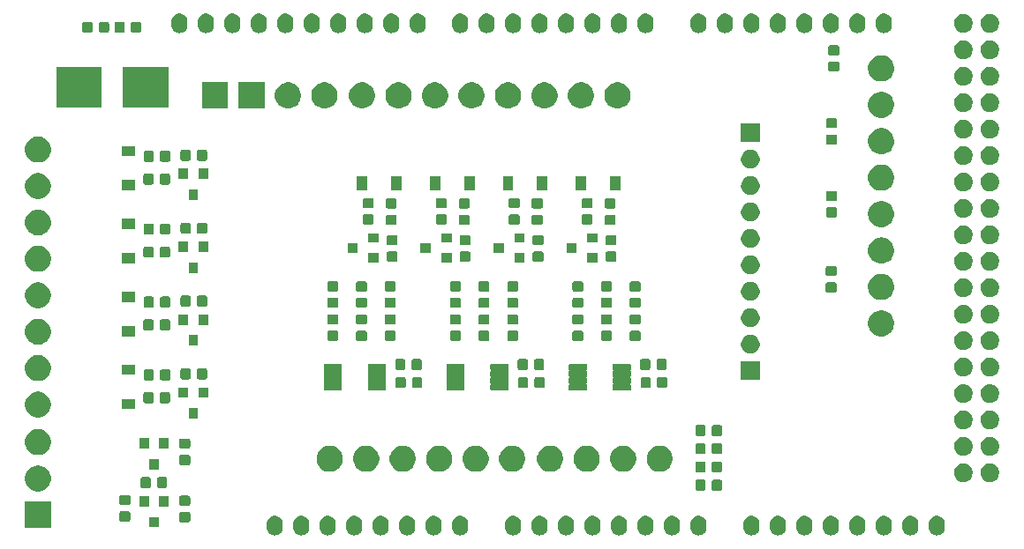
<source format=gbr>
G04 #@! TF.GenerationSoftware,KiCad,Pcbnew,(5.1.5-0-10_14)*
G04 #@! TF.CreationDate,2020-01-26T10:48:52-08:00*
G04 #@! TF.ProjectId,Printer Peripheral Interface,5072696e-7465-4722-9050-657269706865,rev?*
G04 #@! TF.SameCoordinates,Original*
G04 #@! TF.FileFunction,Soldermask,Top*
G04 #@! TF.FilePolarity,Negative*
%FSLAX46Y46*%
G04 Gerber Fmt 4.6, Leading zero omitted, Abs format (unit mm)*
G04 Created by KiCad (PCBNEW (5.1.5-0-10_14)) date 2020-01-26 10:48:52*
%MOMM*%
%LPD*%
G04 APERTURE LIST*
%ADD10C,0.100000*%
G04 APERTURE END LIST*
D10*
G36*
X125790477Y-128204826D02*
G01*
X125896741Y-128237061D01*
X125934118Y-128248399D01*
X126066490Y-128319154D01*
X126066492Y-128319155D01*
X126066491Y-128319155D01*
X126182522Y-128414378D01*
X126248071Y-128494250D01*
X126277746Y-128530409D01*
X126348501Y-128662781D01*
X126349769Y-128666961D01*
X126392074Y-128806422D01*
X126403100Y-128918374D01*
X126403100Y-129348825D01*
X126392074Y-129460777D01*
X126366494Y-129545102D01*
X126348501Y-129604419D01*
X126277746Y-129736791D01*
X126182522Y-129852822D01*
X126066491Y-129948046D01*
X125934119Y-130018801D01*
X125896742Y-130030139D01*
X125790478Y-130062374D01*
X125641100Y-130077086D01*
X125491723Y-130062374D01*
X125385459Y-130030139D01*
X125348082Y-130018801D01*
X125215710Y-129948046D01*
X125194902Y-129930969D01*
X125099678Y-129852822D01*
X125004455Y-129736792D01*
X125004454Y-129736791D01*
X124933699Y-129604419D01*
X124922361Y-129567042D01*
X124890126Y-129460778D01*
X124879100Y-129348826D01*
X124879100Y-128918375D01*
X124890126Y-128806423D01*
X124932392Y-128667091D01*
X124933699Y-128662782D01*
X125004454Y-128530410D01*
X125034130Y-128494250D01*
X125099678Y-128414378D01*
X125215708Y-128319155D01*
X125215707Y-128319155D01*
X125215709Y-128319154D01*
X125348081Y-128248399D01*
X125385458Y-128237061D01*
X125491722Y-128204826D01*
X125641100Y-128190114D01*
X125790477Y-128204826D01*
G37*
G36*
X128330477Y-128204826D02*
G01*
X128436741Y-128237061D01*
X128474118Y-128248399D01*
X128606490Y-128319154D01*
X128606492Y-128319155D01*
X128606491Y-128319155D01*
X128722522Y-128414378D01*
X128788071Y-128494250D01*
X128817746Y-128530409D01*
X128888501Y-128662781D01*
X128889769Y-128666961D01*
X128932074Y-128806422D01*
X128943100Y-128918374D01*
X128943100Y-129348825D01*
X128932074Y-129460777D01*
X128906494Y-129545102D01*
X128888501Y-129604419D01*
X128817746Y-129736791D01*
X128722522Y-129852822D01*
X128606491Y-129948046D01*
X128474119Y-130018801D01*
X128436742Y-130030139D01*
X128330478Y-130062374D01*
X128181100Y-130077086D01*
X128031723Y-130062374D01*
X127925459Y-130030139D01*
X127888082Y-130018801D01*
X127755710Y-129948046D01*
X127734902Y-129930969D01*
X127639678Y-129852822D01*
X127544455Y-129736792D01*
X127544454Y-129736791D01*
X127473699Y-129604419D01*
X127462361Y-129567042D01*
X127430126Y-129460778D01*
X127419100Y-129348826D01*
X127419100Y-128918375D01*
X127430126Y-128806423D01*
X127472392Y-128667091D01*
X127473699Y-128662782D01*
X127544454Y-128530410D01*
X127574130Y-128494250D01*
X127639678Y-128414378D01*
X127755708Y-128319155D01*
X127755707Y-128319155D01*
X127755709Y-128319154D01*
X127888081Y-128248399D01*
X127925458Y-128237061D01*
X128031722Y-128204826D01*
X128181100Y-128190114D01*
X128330477Y-128204826D01*
G37*
G36*
X130870477Y-128204826D02*
G01*
X130976741Y-128237061D01*
X131014118Y-128248399D01*
X131146490Y-128319154D01*
X131146492Y-128319155D01*
X131146491Y-128319155D01*
X131262522Y-128414378D01*
X131328071Y-128494250D01*
X131357746Y-128530409D01*
X131428501Y-128662781D01*
X131429769Y-128666961D01*
X131472074Y-128806422D01*
X131483100Y-128918374D01*
X131483100Y-129348825D01*
X131472074Y-129460777D01*
X131446494Y-129545102D01*
X131428501Y-129604419D01*
X131357746Y-129736791D01*
X131262522Y-129852822D01*
X131146491Y-129948046D01*
X131014119Y-130018801D01*
X130976742Y-130030139D01*
X130870478Y-130062374D01*
X130721100Y-130077086D01*
X130571723Y-130062374D01*
X130465459Y-130030139D01*
X130428082Y-130018801D01*
X130295710Y-129948046D01*
X130274902Y-129930969D01*
X130179678Y-129852822D01*
X130084455Y-129736792D01*
X130084454Y-129736791D01*
X130013699Y-129604419D01*
X130002361Y-129567042D01*
X129970126Y-129460778D01*
X129959100Y-129348826D01*
X129959100Y-128918375D01*
X129970126Y-128806423D01*
X130012392Y-128667091D01*
X130013699Y-128662782D01*
X130084454Y-128530410D01*
X130114130Y-128494250D01*
X130179678Y-128414378D01*
X130295708Y-128319155D01*
X130295707Y-128319155D01*
X130295709Y-128319154D01*
X130428081Y-128248399D01*
X130465458Y-128237061D01*
X130571722Y-128204826D01*
X130721100Y-128190114D01*
X130870477Y-128204826D01*
G37*
G36*
X133410477Y-128204826D02*
G01*
X133516741Y-128237061D01*
X133554118Y-128248399D01*
X133686490Y-128319154D01*
X133686492Y-128319155D01*
X133686491Y-128319155D01*
X133802522Y-128414378D01*
X133868071Y-128494250D01*
X133897746Y-128530409D01*
X133968501Y-128662781D01*
X133969769Y-128666961D01*
X134012074Y-128806422D01*
X134023100Y-128918374D01*
X134023100Y-129348825D01*
X134012074Y-129460777D01*
X133986494Y-129545102D01*
X133968501Y-129604419D01*
X133897746Y-129736791D01*
X133802522Y-129852822D01*
X133686491Y-129948046D01*
X133554119Y-130018801D01*
X133516742Y-130030139D01*
X133410478Y-130062374D01*
X133261100Y-130077086D01*
X133111723Y-130062374D01*
X133005459Y-130030139D01*
X132968082Y-130018801D01*
X132835710Y-129948046D01*
X132814902Y-129930969D01*
X132719678Y-129852822D01*
X132624455Y-129736792D01*
X132624454Y-129736791D01*
X132553699Y-129604419D01*
X132542361Y-129567042D01*
X132510126Y-129460778D01*
X132499100Y-129348826D01*
X132499100Y-128918375D01*
X132510126Y-128806423D01*
X132552392Y-128667091D01*
X132553699Y-128662782D01*
X132624454Y-128530410D01*
X132654130Y-128494250D01*
X132719678Y-128414378D01*
X132835708Y-128319155D01*
X132835707Y-128319155D01*
X132835709Y-128319154D01*
X132968081Y-128248399D01*
X133005458Y-128237061D01*
X133111722Y-128204826D01*
X133261100Y-128190114D01*
X133410477Y-128204826D01*
G37*
G36*
X135950477Y-128204826D02*
G01*
X136056741Y-128237061D01*
X136094118Y-128248399D01*
X136226490Y-128319154D01*
X136226492Y-128319155D01*
X136226491Y-128319155D01*
X136342522Y-128414378D01*
X136408071Y-128494250D01*
X136437746Y-128530409D01*
X136508501Y-128662781D01*
X136509769Y-128666961D01*
X136552074Y-128806422D01*
X136563100Y-128918374D01*
X136563100Y-129348825D01*
X136552074Y-129460777D01*
X136526494Y-129545102D01*
X136508501Y-129604419D01*
X136437746Y-129736791D01*
X136342522Y-129852822D01*
X136226491Y-129948046D01*
X136094119Y-130018801D01*
X136056742Y-130030139D01*
X135950478Y-130062374D01*
X135801100Y-130077086D01*
X135651723Y-130062374D01*
X135545459Y-130030139D01*
X135508082Y-130018801D01*
X135375710Y-129948046D01*
X135354902Y-129930969D01*
X135259678Y-129852822D01*
X135164455Y-129736792D01*
X135164454Y-129736791D01*
X135093699Y-129604419D01*
X135082361Y-129567042D01*
X135050126Y-129460778D01*
X135039100Y-129348826D01*
X135039100Y-128918375D01*
X135050126Y-128806423D01*
X135092392Y-128667091D01*
X135093699Y-128662782D01*
X135164454Y-128530410D01*
X135194130Y-128494250D01*
X135259678Y-128414378D01*
X135375708Y-128319155D01*
X135375707Y-128319155D01*
X135375709Y-128319154D01*
X135508081Y-128248399D01*
X135545458Y-128237061D01*
X135651722Y-128204826D01*
X135801100Y-128190114D01*
X135950477Y-128204826D01*
G37*
G36*
X138490477Y-128204826D02*
G01*
X138596741Y-128237061D01*
X138634118Y-128248399D01*
X138766490Y-128319154D01*
X138766492Y-128319155D01*
X138766491Y-128319155D01*
X138882522Y-128414378D01*
X138948071Y-128494250D01*
X138977746Y-128530409D01*
X139048501Y-128662781D01*
X139049769Y-128666961D01*
X139092074Y-128806422D01*
X139103100Y-128918374D01*
X139103100Y-129348825D01*
X139092074Y-129460777D01*
X139066494Y-129545102D01*
X139048501Y-129604419D01*
X138977746Y-129736791D01*
X138882522Y-129852822D01*
X138766491Y-129948046D01*
X138634119Y-130018801D01*
X138596742Y-130030139D01*
X138490478Y-130062374D01*
X138341100Y-130077086D01*
X138191723Y-130062374D01*
X138085459Y-130030139D01*
X138048082Y-130018801D01*
X137915710Y-129948046D01*
X137894902Y-129930969D01*
X137799678Y-129852822D01*
X137704455Y-129736792D01*
X137704454Y-129736791D01*
X137633699Y-129604419D01*
X137622361Y-129567042D01*
X137590126Y-129460778D01*
X137579100Y-129348826D01*
X137579100Y-128918375D01*
X137590126Y-128806423D01*
X137632392Y-128667091D01*
X137633699Y-128662782D01*
X137704454Y-128530410D01*
X137734130Y-128494250D01*
X137799678Y-128414378D01*
X137915708Y-128319155D01*
X137915707Y-128319155D01*
X137915709Y-128319154D01*
X138048081Y-128248399D01*
X138085458Y-128237061D01*
X138191722Y-128204826D01*
X138341100Y-128190114D01*
X138490477Y-128204826D01*
G37*
G36*
X141030477Y-128204826D02*
G01*
X141136741Y-128237061D01*
X141174118Y-128248399D01*
X141306490Y-128319154D01*
X141306492Y-128319155D01*
X141306491Y-128319155D01*
X141422522Y-128414378D01*
X141488071Y-128494250D01*
X141517746Y-128530409D01*
X141588501Y-128662781D01*
X141589769Y-128666961D01*
X141632074Y-128806422D01*
X141643100Y-128918374D01*
X141643100Y-129348825D01*
X141632074Y-129460777D01*
X141606494Y-129545102D01*
X141588501Y-129604419D01*
X141517746Y-129736791D01*
X141422522Y-129852822D01*
X141306491Y-129948046D01*
X141174119Y-130018801D01*
X141136742Y-130030139D01*
X141030478Y-130062374D01*
X140881100Y-130077086D01*
X140731723Y-130062374D01*
X140625459Y-130030139D01*
X140588082Y-130018801D01*
X140455710Y-129948046D01*
X140434902Y-129930969D01*
X140339678Y-129852822D01*
X140244455Y-129736792D01*
X140244454Y-129736791D01*
X140173699Y-129604419D01*
X140162361Y-129567042D01*
X140130126Y-129460778D01*
X140119100Y-129348826D01*
X140119100Y-128918375D01*
X140130126Y-128806423D01*
X140172392Y-128667091D01*
X140173699Y-128662782D01*
X140244454Y-128530410D01*
X140274130Y-128494250D01*
X140339678Y-128414378D01*
X140455708Y-128319155D01*
X140455707Y-128319155D01*
X140455709Y-128319154D01*
X140588081Y-128248399D01*
X140625458Y-128237061D01*
X140731722Y-128204826D01*
X140881100Y-128190114D01*
X141030477Y-128204826D01*
G37*
G36*
X143570477Y-128204826D02*
G01*
X143676741Y-128237061D01*
X143714118Y-128248399D01*
X143846490Y-128319154D01*
X143846492Y-128319155D01*
X143846491Y-128319155D01*
X143962522Y-128414378D01*
X144028071Y-128494250D01*
X144057746Y-128530409D01*
X144128501Y-128662781D01*
X144129769Y-128666961D01*
X144172074Y-128806422D01*
X144183100Y-128918374D01*
X144183100Y-129348825D01*
X144172074Y-129460777D01*
X144146494Y-129545102D01*
X144128501Y-129604419D01*
X144057746Y-129736791D01*
X143962522Y-129852822D01*
X143846491Y-129948046D01*
X143714119Y-130018801D01*
X143676742Y-130030139D01*
X143570478Y-130062374D01*
X143421100Y-130077086D01*
X143271723Y-130062374D01*
X143165459Y-130030139D01*
X143128082Y-130018801D01*
X142995710Y-129948046D01*
X142974902Y-129930969D01*
X142879678Y-129852822D01*
X142784455Y-129736792D01*
X142784454Y-129736791D01*
X142713699Y-129604419D01*
X142702361Y-129567042D01*
X142670126Y-129460778D01*
X142659100Y-129348826D01*
X142659100Y-128918375D01*
X142670126Y-128806423D01*
X142712392Y-128667091D01*
X142713699Y-128662782D01*
X142784454Y-128530410D01*
X142814130Y-128494250D01*
X142879678Y-128414378D01*
X142995708Y-128319155D01*
X142995707Y-128319155D01*
X142995709Y-128319154D01*
X143128081Y-128248399D01*
X143165458Y-128237061D01*
X143271722Y-128204826D01*
X143421100Y-128190114D01*
X143570477Y-128204826D01*
G37*
G36*
X148650477Y-128204826D02*
G01*
X148756741Y-128237061D01*
X148794118Y-128248399D01*
X148926490Y-128319154D01*
X148926492Y-128319155D01*
X148926491Y-128319155D01*
X149042522Y-128414378D01*
X149108071Y-128494250D01*
X149137746Y-128530409D01*
X149208501Y-128662781D01*
X149209769Y-128666961D01*
X149252074Y-128806422D01*
X149263100Y-128918374D01*
X149263100Y-129348825D01*
X149252074Y-129460777D01*
X149226494Y-129545102D01*
X149208501Y-129604419D01*
X149137746Y-129736791D01*
X149042522Y-129852822D01*
X148926491Y-129948046D01*
X148794119Y-130018801D01*
X148756742Y-130030139D01*
X148650478Y-130062374D01*
X148501100Y-130077086D01*
X148351723Y-130062374D01*
X148245459Y-130030139D01*
X148208082Y-130018801D01*
X148075710Y-129948046D01*
X148054902Y-129930969D01*
X147959678Y-129852822D01*
X147864455Y-129736792D01*
X147864454Y-129736791D01*
X147793699Y-129604419D01*
X147782361Y-129567042D01*
X147750126Y-129460778D01*
X147739100Y-129348826D01*
X147739100Y-128918375D01*
X147750126Y-128806423D01*
X147792392Y-128667091D01*
X147793699Y-128662782D01*
X147864454Y-128530410D01*
X147894130Y-128494250D01*
X147959678Y-128414378D01*
X148075708Y-128319155D01*
X148075707Y-128319155D01*
X148075709Y-128319154D01*
X148208081Y-128248399D01*
X148245458Y-128237061D01*
X148351722Y-128204826D01*
X148501100Y-128190114D01*
X148650477Y-128204826D01*
G37*
G36*
X151190477Y-128204826D02*
G01*
X151296741Y-128237061D01*
X151334118Y-128248399D01*
X151466490Y-128319154D01*
X151466492Y-128319155D01*
X151466491Y-128319155D01*
X151582522Y-128414378D01*
X151648071Y-128494250D01*
X151677746Y-128530409D01*
X151748501Y-128662781D01*
X151749769Y-128666961D01*
X151792074Y-128806422D01*
X151803100Y-128918374D01*
X151803100Y-129348825D01*
X151792074Y-129460777D01*
X151766494Y-129545102D01*
X151748501Y-129604419D01*
X151677746Y-129736791D01*
X151582522Y-129852822D01*
X151466491Y-129948046D01*
X151334119Y-130018801D01*
X151296742Y-130030139D01*
X151190478Y-130062374D01*
X151041100Y-130077086D01*
X150891723Y-130062374D01*
X150785459Y-130030139D01*
X150748082Y-130018801D01*
X150615710Y-129948046D01*
X150594902Y-129930969D01*
X150499678Y-129852822D01*
X150404455Y-129736792D01*
X150404454Y-129736791D01*
X150333699Y-129604419D01*
X150322361Y-129567042D01*
X150290126Y-129460778D01*
X150279100Y-129348826D01*
X150279100Y-128918375D01*
X150290126Y-128806423D01*
X150332392Y-128667091D01*
X150333699Y-128662782D01*
X150404454Y-128530410D01*
X150434130Y-128494250D01*
X150499678Y-128414378D01*
X150615708Y-128319155D01*
X150615707Y-128319155D01*
X150615709Y-128319154D01*
X150748081Y-128248399D01*
X150785458Y-128237061D01*
X150891722Y-128204826D01*
X151041100Y-128190114D01*
X151190477Y-128204826D01*
G37*
G36*
X153730477Y-128204826D02*
G01*
X153836741Y-128237061D01*
X153874118Y-128248399D01*
X154006490Y-128319154D01*
X154006492Y-128319155D01*
X154006491Y-128319155D01*
X154122522Y-128414378D01*
X154188071Y-128494250D01*
X154217746Y-128530409D01*
X154288501Y-128662781D01*
X154289769Y-128666961D01*
X154332074Y-128806422D01*
X154343100Y-128918374D01*
X154343100Y-129348825D01*
X154332074Y-129460777D01*
X154306494Y-129545102D01*
X154288501Y-129604419D01*
X154217746Y-129736791D01*
X154122522Y-129852822D01*
X154006491Y-129948046D01*
X153874119Y-130018801D01*
X153836742Y-130030139D01*
X153730478Y-130062374D01*
X153581100Y-130077086D01*
X153431723Y-130062374D01*
X153325459Y-130030139D01*
X153288082Y-130018801D01*
X153155710Y-129948046D01*
X153134902Y-129930969D01*
X153039678Y-129852822D01*
X152944455Y-129736792D01*
X152944454Y-129736791D01*
X152873699Y-129604419D01*
X152862361Y-129567042D01*
X152830126Y-129460778D01*
X152819100Y-129348826D01*
X152819100Y-128918375D01*
X152830126Y-128806423D01*
X152872392Y-128667091D01*
X152873699Y-128662782D01*
X152944454Y-128530410D01*
X152974130Y-128494250D01*
X153039678Y-128414378D01*
X153155708Y-128319155D01*
X153155707Y-128319155D01*
X153155709Y-128319154D01*
X153288081Y-128248399D01*
X153325458Y-128237061D01*
X153431722Y-128204826D01*
X153581100Y-128190114D01*
X153730477Y-128204826D01*
G37*
G36*
X156270477Y-128204826D02*
G01*
X156376741Y-128237061D01*
X156414118Y-128248399D01*
X156546490Y-128319154D01*
X156546492Y-128319155D01*
X156546491Y-128319155D01*
X156662522Y-128414378D01*
X156728071Y-128494250D01*
X156757746Y-128530409D01*
X156828501Y-128662781D01*
X156829769Y-128666961D01*
X156872074Y-128806422D01*
X156883100Y-128918374D01*
X156883100Y-129348825D01*
X156872074Y-129460777D01*
X156846494Y-129545102D01*
X156828501Y-129604419D01*
X156757746Y-129736791D01*
X156662522Y-129852822D01*
X156546491Y-129948046D01*
X156414119Y-130018801D01*
X156376742Y-130030139D01*
X156270478Y-130062374D01*
X156121100Y-130077086D01*
X155971723Y-130062374D01*
X155865459Y-130030139D01*
X155828082Y-130018801D01*
X155695710Y-129948046D01*
X155674902Y-129930969D01*
X155579678Y-129852822D01*
X155484455Y-129736792D01*
X155484454Y-129736791D01*
X155413699Y-129604419D01*
X155402361Y-129567042D01*
X155370126Y-129460778D01*
X155359100Y-129348826D01*
X155359100Y-128918375D01*
X155370126Y-128806423D01*
X155412392Y-128667091D01*
X155413699Y-128662782D01*
X155484454Y-128530410D01*
X155514130Y-128494250D01*
X155579678Y-128414378D01*
X155695708Y-128319155D01*
X155695707Y-128319155D01*
X155695709Y-128319154D01*
X155828081Y-128248399D01*
X155865458Y-128237061D01*
X155971722Y-128204826D01*
X156121100Y-128190114D01*
X156270477Y-128204826D01*
G37*
G36*
X158810477Y-128204826D02*
G01*
X158916741Y-128237061D01*
X158954118Y-128248399D01*
X159086490Y-128319154D01*
X159086492Y-128319155D01*
X159086491Y-128319155D01*
X159202522Y-128414378D01*
X159268071Y-128494250D01*
X159297746Y-128530409D01*
X159368501Y-128662781D01*
X159369769Y-128666961D01*
X159412074Y-128806422D01*
X159423100Y-128918374D01*
X159423100Y-129348825D01*
X159412074Y-129460777D01*
X159386494Y-129545102D01*
X159368501Y-129604419D01*
X159297746Y-129736791D01*
X159202522Y-129852822D01*
X159086491Y-129948046D01*
X158954119Y-130018801D01*
X158916742Y-130030139D01*
X158810478Y-130062374D01*
X158661100Y-130077086D01*
X158511723Y-130062374D01*
X158405459Y-130030139D01*
X158368082Y-130018801D01*
X158235710Y-129948046D01*
X158214902Y-129930969D01*
X158119678Y-129852822D01*
X158024455Y-129736792D01*
X158024454Y-129736791D01*
X157953699Y-129604419D01*
X157942361Y-129567042D01*
X157910126Y-129460778D01*
X157899100Y-129348826D01*
X157899100Y-128918375D01*
X157910126Y-128806423D01*
X157952392Y-128667091D01*
X157953699Y-128662782D01*
X158024454Y-128530410D01*
X158054130Y-128494250D01*
X158119678Y-128414378D01*
X158235708Y-128319155D01*
X158235707Y-128319155D01*
X158235709Y-128319154D01*
X158368081Y-128248399D01*
X158405458Y-128237061D01*
X158511722Y-128204826D01*
X158661100Y-128190114D01*
X158810477Y-128204826D01*
G37*
G36*
X161350477Y-128204826D02*
G01*
X161456741Y-128237061D01*
X161494118Y-128248399D01*
X161626490Y-128319154D01*
X161626492Y-128319155D01*
X161626491Y-128319155D01*
X161742522Y-128414378D01*
X161808071Y-128494250D01*
X161837746Y-128530409D01*
X161908501Y-128662781D01*
X161909769Y-128666961D01*
X161952074Y-128806422D01*
X161963100Y-128918374D01*
X161963100Y-129348825D01*
X161952074Y-129460777D01*
X161926494Y-129545102D01*
X161908501Y-129604419D01*
X161837746Y-129736791D01*
X161742522Y-129852822D01*
X161626491Y-129948046D01*
X161494119Y-130018801D01*
X161456742Y-130030139D01*
X161350478Y-130062374D01*
X161201100Y-130077086D01*
X161051723Y-130062374D01*
X160945459Y-130030139D01*
X160908082Y-130018801D01*
X160775710Y-129948046D01*
X160754902Y-129930969D01*
X160659678Y-129852822D01*
X160564455Y-129736792D01*
X160564454Y-129736791D01*
X160493699Y-129604419D01*
X160482361Y-129567042D01*
X160450126Y-129460778D01*
X160439100Y-129348826D01*
X160439100Y-128918375D01*
X160450126Y-128806423D01*
X160492392Y-128667091D01*
X160493699Y-128662782D01*
X160564454Y-128530410D01*
X160594130Y-128494250D01*
X160659678Y-128414378D01*
X160775708Y-128319155D01*
X160775707Y-128319155D01*
X160775709Y-128319154D01*
X160908081Y-128248399D01*
X160945458Y-128237061D01*
X161051722Y-128204826D01*
X161201100Y-128190114D01*
X161350477Y-128204826D01*
G37*
G36*
X163890477Y-128204826D02*
G01*
X163996741Y-128237061D01*
X164034118Y-128248399D01*
X164166490Y-128319154D01*
X164166492Y-128319155D01*
X164166491Y-128319155D01*
X164282522Y-128414378D01*
X164348071Y-128494250D01*
X164377746Y-128530409D01*
X164448501Y-128662781D01*
X164449769Y-128666961D01*
X164492074Y-128806422D01*
X164503100Y-128918374D01*
X164503100Y-129348825D01*
X164492074Y-129460777D01*
X164466494Y-129545102D01*
X164448501Y-129604419D01*
X164377746Y-129736791D01*
X164282522Y-129852822D01*
X164166491Y-129948046D01*
X164034119Y-130018801D01*
X163996742Y-130030139D01*
X163890478Y-130062374D01*
X163741100Y-130077086D01*
X163591723Y-130062374D01*
X163485459Y-130030139D01*
X163448082Y-130018801D01*
X163315710Y-129948046D01*
X163294902Y-129930969D01*
X163199678Y-129852822D01*
X163104455Y-129736792D01*
X163104454Y-129736791D01*
X163033699Y-129604419D01*
X163022361Y-129567042D01*
X162990126Y-129460778D01*
X162979100Y-129348826D01*
X162979100Y-128918375D01*
X162990126Y-128806423D01*
X163032392Y-128667091D01*
X163033699Y-128662782D01*
X163104454Y-128530410D01*
X163134130Y-128494250D01*
X163199678Y-128414378D01*
X163315708Y-128319155D01*
X163315707Y-128319155D01*
X163315709Y-128319154D01*
X163448081Y-128248399D01*
X163485458Y-128237061D01*
X163591722Y-128204826D01*
X163741100Y-128190114D01*
X163890477Y-128204826D01*
G37*
G36*
X166430477Y-128204826D02*
G01*
X166536741Y-128237061D01*
X166574118Y-128248399D01*
X166706490Y-128319154D01*
X166706492Y-128319155D01*
X166706491Y-128319155D01*
X166822522Y-128414378D01*
X166888071Y-128494250D01*
X166917746Y-128530409D01*
X166988501Y-128662781D01*
X166989769Y-128666961D01*
X167032074Y-128806422D01*
X167043100Y-128918374D01*
X167043100Y-129348825D01*
X167032074Y-129460777D01*
X167006494Y-129545102D01*
X166988501Y-129604419D01*
X166917746Y-129736791D01*
X166822522Y-129852822D01*
X166706491Y-129948046D01*
X166574119Y-130018801D01*
X166536742Y-130030139D01*
X166430478Y-130062374D01*
X166281100Y-130077086D01*
X166131723Y-130062374D01*
X166025459Y-130030139D01*
X165988082Y-130018801D01*
X165855710Y-129948046D01*
X165834902Y-129930969D01*
X165739678Y-129852822D01*
X165644455Y-129736792D01*
X165644454Y-129736791D01*
X165573699Y-129604419D01*
X165562361Y-129567042D01*
X165530126Y-129460778D01*
X165519100Y-129348826D01*
X165519100Y-128918375D01*
X165530126Y-128806423D01*
X165572392Y-128667091D01*
X165573699Y-128662782D01*
X165644454Y-128530410D01*
X165674130Y-128494250D01*
X165739678Y-128414378D01*
X165855708Y-128319155D01*
X165855707Y-128319155D01*
X165855709Y-128319154D01*
X165988081Y-128248399D01*
X166025458Y-128237061D01*
X166131722Y-128204826D01*
X166281100Y-128190114D01*
X166430477Y-128204826D01*
G37*
G36*
X171510477Y-128204826D02*
G01*
X171616741Y-128237061D01*
X171654118Y-128248399D01*
X171786490Y-128319154D01*
X171786492Y-128319155D01*
X171786491Y-128319155D01*
X171902522Y-128414378D01*
X171968071Y-128494250D01*
X171997746Y-128530409D01*
X172068501Y-128662781D01*
X172069769Y-128666961D01*
X172112074Y-128806422D01*
X172123100Y-128918374D01*
X172123100Y-129348825D01*
X172112074Y-129460777D01*
X172086494Y-129545102D01*
X172068501Y-129604419D01*
X171997746Y-129736791D01*
X171902522Y-129852822D01*
X171786491Y-129948046D01*
X171654119Y-130018801D01*
X171616742Y-130030139D01*
X171510478Y-130062374D01*
X171361100Y-130077086D01*
X171211723Y-130062374D01*
X171105459Y-130030139D01*
X171068082Y-130018801D01*
X170935710Y-129948046D01*
X170914902Y-129930969D01*
X170819678Y-129852822D01*
X170724455Y-129736792D01*
X170724454Y-129736791D01*
X170653699Y-129604419D01*
X170642361Y-129567042D01*
X170610126Y-129460778D01*
X170599100Y-129348826D01*
X170599100Y-128918375D01*
X170610126Y-128806423D01*
X170652392Y-128667091D01*
X170653699Y-128662782D01*
X170724454Y-128530410D01*
X170754130Y-128494250D01*
X170819678Y-128414378D01*
X170935708Y-128319155D01*
X170935707Y-128319155D01*
X170935709Y-128319154D01*
X171068081Y-128248399D01*
X171105458Y-128237061D01*
X171211722Y-128204826D01*
X171361100Y-128190114D01*
X171510477Y-128204826D01*
G37*
G36*
X174050477Y-128204826D02*
G01*
X174156741Y-128237061D01*
X174194118Y-128248399D01*
X174326490Y-128319154D01*
X174326492Y-128319155D01*
X174326491Y-128319155D01*
X174442522Y-128414378D01*
X174508071Y-128494250D01*
X174537746Y-128530409D01*
X174608501Y-128662781D01*
X174609769Y-128666961D01*
X174652074Y-128806422D01*
X174663100Y-128918374D01*
X174663100Y-129348825D01*
X174652074Y-129460777D01*
X174626494Y-129545102D01*
X174608501Y-129604419D01*
X174537746Y-129736791D01*
X174442522Y-129852822D01*
X174326491Y-129948046D01*
X174194119Y-130018801D01*
X174156742Y-130030139D01*
X174050478Y-130062374D01*
X173901100Y-130077086D01*
X173751723Y-130062374D01*
X173645459Y-130030139D01*
X173608082Y-130018801D01*
X173475710Y-129948046D01*
X173454902Y-129930969D01*
X173359678Y-129852822D01*
X173264455Y-129736792D01*
X173264454Y-129736791D01*
X173193699Y-129604419D01*
X173182361Y-129567042D01*
X173150126Y-129460778D01*
X173139100Y-129348826D01*
X173139100Y-128918375D01*
X173150126Y-128806423D01*
X173192392Y-128667091D01*
X173193699Y-128662782D01*
X173264454Y-128530410D01*
X173294130Y-128494250D01*
X173359678Y-128414378D01*
X173475708Y-128319155D01*
X173475707Y-128319155D01*
X173475709Y-128319154D01*
X173608081Y-128248399D01*
X173645458Y-128237061D01*
X173751722Y-128204826D01*
X173901100Y-128190114D01*
X174050477Y-128204826D01*
G37*
G36*
X176590477Y-128204826D02*
G01*
X176696741Y-128237061D01*
X176734118Y-128248399D01*
X176866490Y-128319154D01*
X176866492Y-128319155D01*
X176866491Y-128319155D01*
X176982522Y-128414378D01*
X177048071Y-128494250D01*
X177077746Y-128530409D01*
X177148501Y-128662781D01*
X177149769Y-128666961D01*
X177192074Y-128806422D01*
X177203100Y-128918374D01*
X177203100Y-129348825D01*
X177192074Y-129460777D01*
X177166494Y-129545102D01*
X177148501Y-129604419D01*
X177077746Y-129736791D01*
X176982522Y-129852822D01*
X176866491Y-129948046D01*
X176734119Y-130018801D01*
X176696742Y-130030139D01*
X176590478Y-130062374D01*
X176441100Y-130077086D01*
X176291723Y-130062374D01*
X176185459Y-130030139D01*
X176148082Y-130018801D01*
X176015710Y-129948046D01*
X175994902Y-129930969D01*
X175899678Y-129852822D01*
X175804455Y-129736792D01*
X175804454Y-129736791D01*
X175733699Y-129604419D01*
X175722361Y-129567042D01*
X175690126Y-129460778D01*
X175679100Y-129348826D01*
X175679100Y-128918375D01*
X175690126Y-128806423D01*
X175732392Y-128667091D01*
X175733699Y-128662782D01*
X175804454Y-128530410D01*
X175834130Y-128494250D01*
X175899678Y-128414378D01*
X176015708Y-128319155D01*
X176015707Y-128319155D01*
X176015709Y-128319154D01*
X176148081Y-128248399D01*
X176185458Y-128237061D01*
X176291722Y-128204826D01*
X176441100Y-128190114D01*
X176590477Y-128204826D01*
G37*
G36*
X179130477Y-128204826D02*
G01*
X179236741Y-128237061D01*
X179274118Y-128248399D01*
X179406490Y-128319154D01*
X179406492Y-128319155D01*
X179406491Y-128319155D01*
X179522522Y-128414378D01*
X179588071Y-128494250D01*
X179617746Y-128530409D01*
X179688501Y-128662781D01*
X179689769Y-128666961D01*
X179732074Y-128806422D01*
X179743100Y-128918374D01*
X179743100Y-129348825D01*
X179732074Y-129460777D01*
X179706494Y-129545102D01*
X179688501Y-129604419D01*
X179617746Y-129736791D01*
X179522522Y-129852822D01*
X179406491Y-129948046D01*
X179274119Y-130018801D01*
X179236742Y-130030139D01*
X179130478Y-130062374D01*
X178981100Y-130077086D01*
X178831723Y-130062374D01*
X178725459Y-130030139D01*
X178688082Y-130018801D01*
X178555710Y-129948046D01*
X178534902Y-129930969D01*
X178439678Y-129852822D01*
X178344455Y-129736792D01*
X178344454Y-129736791D01*
X178273699Y-129604419D01*
X178262361Y-129567042D01*
X178230126Y-129460778D01*
X178219100Y-129348826D01*
X178219100Y-128918375D01*
X178230126Y-128806423D01*
X178272392Y-128667091D01*
X178273699Y-128662782D01*
X178344454Y-128530410D01*
X178374130Y-128494250D01*
X178439678Y-128414378D01*
X178555708Y-128319155D01*
X178555707Y-128319155D01*
X178555709Y-128319154D01*
X178688081Y-128248399D01*
X178725458Y-128237061D01*
X178831722Y-128204826D01*
X178981100Y-128190114D01*
X179130477Y-128204826D01*
G37*
G36*
X181670477Y-128204826D02*
G01*
X181776741Y-128237061D01*
X181814118Y-128248399D01*
X181946490Y-128319154D01*
X181946492Y-128319155D01*
X181946491Y-128319155D01*
X182062522Y-128414378D01*
X182128071Y-128494250D01*
X182157746Y-128530409D01*
X182228501Y-128662781D01*
X182229769Y-128666961D01*
X182272074Y-128806422D01*
X182283100Y-128918374D01*
X182283100Y-129348825D01*
X182272074Y-129460777D01*
X182246494Y-129545102D01*
X182228501Y-129604419D01*
X182157746Y-129736791D01*
X182062522Y-129852822D01*
X181946491Y-129948046D01*
X181814119Y-130018801D01*
X181776742Y-130030139D01*
X181670478Y-130062374D01*
X181521100Y-130077086D01*
X181371723Y-130062374D01*
X181265459Y-130030139D01*
X181228082Y-130018801D01*
X181095710Y-129948046D01*
X181074902Y-129930969D01*
X180979678Y-129852822D01*
X180884455Y-129736792D01*
X180884454Y-129736791D01*
X180813699Y-129604419D01*
X180802361Y-129567042D01*
X180770126Y-129460778D01*
X180759100Y-129348826D01*
X180759100Y-128918375D01*
X180770126Y-128806423D01*
X180812392Y-128667091D01*
X180813699Y-128662782D01*
X180884454Y-128530410D01*
X180914130Y-128494250D01*
X180979678Y-128414378D01*
X181095708Y-128319155D01*
X181095707Y-128319155D01*
X181095709Y-128319154D01*
X181228081Y-128248399D01*
X181265458Y-128237061D01*
X181371722Y-128204826D01*
X181521100Y-128190114D01*
X181670477Y-128204826D01*
G37*
G36*
X184210477Y-128204826D02*
G01*
X184316741Y-128237061D01*
X184354118Y-128248399D01*
X184486490Y-128319154D01*
X184486492Y-128319155D01*
X184486491Y-128319155D01*
X184602522Y-128414378D01*
X184668071Y-128494250D01*
X184697746Y-128530409D01*
X184768501Y-128662781D01*
X184769769Y-128666961D01*
X184812074Y-128806422D01*
X184823100Y-128918374D01*
X184823100Y-129348825D01*
X184812074Y-129460777D01*
X184786494Y-129545102D01*
X184768501Y-129604419D01*
X184697746Y-129736791D01*
X184602522Y-129852822D01*
X184486491Y-129948046D01*
X184354119Y-130018801D01*
X184316742Y-130030139D01*
X184210478Y-130062374D01*
X184061100Y-130077086D01*
X183911723Y-130062374D01*
X183805459Y-130030139D01*
X183768082Y-130018801D01*
X183635710Y-129948046D01*
X183614902Y-129930969D01*
X183519678Y-129852822D01*
X183424455Y-129736792D01*
X183424454Y-129736791D01*
X183353699Y-129604419D01*
X183342361Y-129567042D01*
X183310126Y-129460778D01*
X183299100Y-129348826D01*
X183299100Y-128918375D01*
X183310126Y-128806423D01*
X183352392Y-128667091D01*
X183353699Y-128662782D01*
X183424454Y-128530410D01*
X183454130Y-128494250D01*
X183519678Y-128414378D01*
X183635708Y-128319155D01*
X183635707Y-128319155D01*
X183635709Y-128319154D01*
X183768081Y-128248399D01*
X183805458Y-128237061D01*
X183911722Y-128204826D01*
X184061100Y-128190114D01*
X184210477Y-128204826D01*
G37*
G36*
X186750477Y-128204826D02*
G01*
X186856741Y-128237061D01*
X186894118Y-128248399D01*
X187026490Y-128319154D01*
X187026492Y-128319155D01*
X187026491Y-128319155D01*
X187142522Y-128414378D01*
X187208071Y-128494250D01*
X187237746Y-128530409D01*
X187308501Y-128662781D01*
X187309769Y-128666961D01*
X187352074Y-128806422D01*
X187363100Y-128918374D01*
X187363100Y-129348825D01*
X187352074Y-129460777D01*
X187326494Y-129545102D01*
X187308501Y-129604419D01*
X187237746Y-129736791D01*
X187142522Y-129852822D01*
X187026491Y-129948046D01*
X186894119Y-130018801D01*
X186856742Y-130030139D01*
X186750478Y-130062374D01*
X186601100Y-130077086D01*
X186451723Y-130062374D01*
X186345459Y-130030139D01*
X186308082Y-130018801D01*
X186175710Y-129948046D01*
X186154902Y-129930969D01*
X186059678Y-129852822D01*
X185964455Y-129736792D01*
X185964454Y-129736791D01*
X185893699Y-129604419D01*
X185882361Y-129567042D01*
X185850126Y-129460778D01*
X185839100Y-129348826D01*
X185839100Y-128918375D01*
X185850126Y-128806423D01*
X185892392Y-128667091D01*
X185893699Y-128662782D01*
X185964454Y-128530410D01*
X185994130Y-128494250D01*
X186059678Y-128414378D01*
X186175708Y-128319155D01*
X186175707Y-128319155D01*
X186175709Y-128319154D01*
X186308081Y-128248399D01*
X186345458Y-128237061D01*
X186451722Y-128204826D01*
X186601100Y-128190114D01*
X186750477Y-128204826D01*
G37*
G36*
X189290477Y-128204826D02*
G01*
X189396741Y-128237061D01*
X189434118Y-128248399D01*
X189566490Y-128319154D01*
X189566492Y-128319155D01*
X189566491Y-128319155D01*
X189682522Y-128414378D01*
X189748071Y-128494250D01*
X189777746Y-128530409D01*
X189848501Y-128662781D01*
X189849769Y-128666961D01*
X189892074Y-128806422D01*
X189903100Y-128918374D01*
X189903100Y-129348825D01*
X189892074Y-129460777D01*
X189866494Y-129545102D01*
X189848501Y-129604419D01*
X189777746Y-129736791D01*
X189682522Y-129852822D01*
X189566491Y-129948046D01*
X189434119Y-130018801D01*
X189396742Y-130030139D01*
X189290478Y-130062374D01*
X189141100Y-130077086D01*
X188991723Y-130062374D01*
X188885459Y-130030139D01*
X188848082Y-130018801D01*
X188715710Y-129948046D01*
X188694902Y-129930969D01*
X188599678Y-129852822D01*
X188504455Y-129736792D01*
X188504454Y-129736791D01*
X188433699Y-129604419D01*
X188422361Y-129567042D01*
X188390126Y-129460778D01*
X188379100Y-129348826D01*
X188379100Y-128918375D01*
X188390126Y-128806423D01*
X188432392Y-128667091D01*
X188433699Y-128662782D01*
X188504454Y-128530410D01*
X188534130Y-128494250D01*
X188599678Y-128414378D01*
X188715708Y-128319155D01*
X188715707Y-128319155D01*
X188715709Y-128319154D01*
X188848081Y-128248399D01*
X188885458Y-128237061D01*
X188991722Y-128204826D01*
X189141100Y-128190114D01*
X189290477Y-128204826D01*
G37*
G36*
X104171000Y-129351000D02*
G01*
X101669000Y-129351000D01*
X101669000Y-126849000D01*
X104171000Y-126849000D01*
X104171000Y-129351000D01*
G37*
G36*
X114501000Y-129301000D02*
G01*
X113599000Y-129301000D01*
X113599000Y-128299000D01*
X114501000Y-128299000D01*
X114501000Y-129301000D01*
G37*
G36*
X117379591Y-127840585D02*
G01*
X117413569Y-127850893D01*
X117444890Y-127867634D01*
X117472339Y-127890161D01*
X117494866Y-127917610D01*
X117511607Y-127948931D01*
X117521915Y-127982909D01*
X117526000Y-128024390D01*
X117526000Y-128625610D01*
X117521915Y-128667091D01*
X117511607Y-128701069D01*
X117494866Y-128732390D01*
X117472339Y-128759839D01*
X117444890Y-128782366D01*
X117413569Y-128799107D01*
X117379591Y-128809415D01*
X117338110Y-128813500D01*
X116661890Y-128813500D01*
X116620409Y-128809415D01*
X116586431Y-128799107D01*
X116555110Y-128782366D01*
X116527661Y-128759839D01*
X116505134Y-128732390D01*
X116488393Y-128701069D01*
X116478085Y-128667091D01*
X116474000Y-128625610D01*
X116474000Y-128024390D01*
X116478085Y-127982909D01*
X116488393Y-127948931D01*
X116505134Y-127917610D01*
X116527661Y-127890161D01*
X116555110Y-127867634D01*
X116586431Y-127850893D01*
X116620409Y-127840585D01*
X116661890Y-127836500D01*
X117338110Y-127836500D01*
X117379591Y-127840585D01*
G37*
G36*
X111629591Y-127765585D02*
G01*
X111663569Y-127775893D01*
X111694890Y-127792634D01*
X111722339Y-127815161D01*
X111744866Y-127842610D01*
X111761607Y-127873931D01*
X111771915Y-127907909D01*
X111776000Y-127949390D01*
X111776000Y-128550610D01*
X111771915Y-128592091D01*
X111761607Y-128626069D01*
X111744866Y-128657390D01*
X111722339Y-128684839D01*
X111694890Y-128707366D01*
X111663569Y-128724107D01*
X111629591Y-128734415D01*
X111588110Y-128738500D01*
X110911890Y-128738500D01*
X110870409Y-128734415D01*
X110836431Y-128724107D01*
X110805110Y-128707366D01*
X110777661Y-128684839D01*
X110755134Y-128657390D01*
X110738393Y-128626069D01*
X110728085Y-128592091D01*
X110724000Y-128550610D01*
X110724000Y-127949390D01*
X110728085Y-127907909D01*
X110738393Y-127873931D01*
X110755134Y-127842610D01*
X110777661Y-127815161D01*
X110805110Y-127792634D01*
X110836431Y-127775893D01*
X110870409Y-127765585D01*
X110911890Y-127761500D01*
X111588110Y-127761500D01*
X111629591Y-127765585D01*
G37*
G36*
X115451000Y-127301000D02*
G01*
X114549000Y-127301000D01*
X114549000Y-126299000D01*
X115451000Y-126299000D01*
X115451000Y-127301000D01*
G37*
G36*
X113551000Y-127301000D02*
G01*
X112649000Y-127301000D01*
X112649000Y-126299000D01*
X113551000Y-126299000D01*
X113551000Y-127301000D01*
G37*
G36*
X117379591Y-126265585D02*
G01*
X117413569Y-126275893D01*
X117444890Y-126292634D01*
X117472339Y-126315161D01*
X117494866Y-126342610D01*
X117511607Y-126373931D01*
X117521915Y-126407909D01*
X117526000Y-126449390D01*
X117526000Y-127050610D01*
X117521915Y-127092091D01*
X117511607Y-127126069D01*
X117494866Y-127157390D01*
X117472339Y-127184839D01*
X117444890Y-127207366D01*
X117413569Y-127224107D01*
X117379591Y-127234415D01*
X117338110Y-127238500D01*
X116661890Y-127238500D01*
X116620409Y-127234415D01*
X116586431Y-127224107D01*
X116555110Y-127207366D01*
X116527661Y-127184839D01*
X116505134Y-127157390D01*
X116488393Y-127126069D01*
X116478085Y-127092091D01*
X116474000Y-127050610D01*
X116474000Y-126449390D01*
X116478085Y-126407909D01*
X116488393Y-126373931D01*
X116505134Y-126342610D01*
X116527661Y-126315161D01*
X116555110Y-126292634D01*
X116586431Y-126275893D01*
X116620409Y-126265585D01*
X116661890Y-126261500D01*
X117338110Y-126261500D01*
X117379591Y-126265585D01*
G37*
G36*
X111629591Y-126190585D02*
G01*
X111663569Y-126200893D01*
X111694890Y-126217634D01*
X111722339Y-126240161D01*
X111744866Y-126267610D01*
X111761607Y-126298931D01*
X111771915Y-126332909D01*
X111776000Y-126374390D01*
X111776000Y-126975610D01*
X111771915Y-127017091D01*
X111761607Y-127051069D01*
X111744866Y-127082390D01*
X111722339Y-127109839D01*
X111694890Y-127132366D01*
X111663569Y-127149107D01*
X111629591Y-127159415D01*
X111588110Y-127163500D01*
X110911890Y-127163500D01*
X110870409Y-127159415D01*
X110836431Y-127149107D01*
X110805110Y-127132366D01*
X110777661Y-127109839D01*
X110755134Y-127082390D01*
X110738393Y-127051069D01*
X110728085Y-127017091D01*
X110724000Y-126975610D01*
X110724000Y-126374390D01*
X110728085Y-126332909D01*
X110738393Y-126298931D01*
X110755134Y-126267610D01*
X110777661Y-126240161D01*
X110805110Y-126217634D01*
X110836431Y-126200893D01*
X110870409Y-126190585D01*
X110911890Y-126186500D01*
X111588110Y-126186500D01*
X111629591Y-126190585D01*
G37*
G36*
X103284903Y-123397075D02*
G01*
X103501751Y-123486896D01*
X103512571Y-123491378D01*
X103717466Y-123628285D01*
X103891715Y-123802534D01*
X104028608Y-124007408D01*
X104028623Y-124007431D01*
X104122925Y-124235097D01*
X104171000Y-124476786D01*
X104171000Y-124723214D01*
X104160170Y-124777661D01*
X104122925Y-124964903D01*
X104028622Y-125192571D01*
X103891715Y-125397466D01*
X103717466Y-125571715D01*
X103512571Y-125708622D01*
X103512570Y-125708623D01*
X103512569Y-125708623D01*
X103284903Y-125802925D01*
X103043214Y-125851000D01*
X102796786Y-125851000D01*
X102555097Y-125802925D01*
X102327431Y-125708623D01*
X102327430Y-125708623D01*
X102327429Y-125708622D01*
X102122534Y-125571715D01*
X101948285Y-125397466D01*
X101811378Y-125192571D01*
X101717075Y-124964903D01*
X101679830Y-124777661D01*
X101669000Y-124723214D01*
X101669000Y-124476786D01*
X101717075Y-124235097D01*
X101811377Y-124007431D01*
X101811392Y-124007408D01*
X101948285Y-123802534D01*
X102122534Y-123628285D01*
X102327429Y-123491378D01*
X102338250Y-123486896D01*
X102555097Y-123397075D01*
X102796786Y-123349000D01*
X103043214Y-123349000D01*
X103284903Y-123397075D01*
G37*
G36*
X168379591Y-124728085D02*
G01*
X168413569Y-124738393D01*
X168444890Y-124755134D01*
X168472339Y-124777661D01*
X168494866Y-124805110D01*
X168511607Y-124836431D01*
X168521915Y-124870409D01*
X168526000Y-124911890D01*
X168526000Y-125588110D01*
X168521915Y-125629591D01*
X168511607Y-125663569D01*
X168494866Y-125694890D01*
X168472339Y-125722339D01*
X168444890Y-125744866D01*
X168413569Y-125761607D01*
X168379591Y-125771915D01*
X168338110Y-125776000D01*
X167736890Y-125776000D01*
X167695409Y-125771915D01*
X167661431Y-125761607D01*
X167630110Y-125744866D01*
X167602661Y-125722339D01*
X167580134Y-125694890D01*
X167563393Y-125663569D01*
X167553085Y-125629591D01*
X167549000Y-125588110D01*
X167549000Y-124911890D01*
X167553085Y-124870409D01*
X167563393Y-124836431D01*
X167580134Y-124805110D01*
X167602661Y-124777661D01*
X167630110Y-124755134D01*
X167661431Y-124738393D01*
X167695409Y-124728085D01*
X167736890Y-124724000D01*
X168338110Y-124724000D01*
X168379591Y-124728085D01*
G37*
G36*
X166804591Y-124728085D02*
G01*
X166838569Y-124738393D01*
X166869890Y-124755134D01*
X166897339Y-124777661D01*
X166919866Y-124805110D01*
X166936607Y-124836431D01*
X166946915Y-124870409D01*
X166951000Y-124911890D01*
X166951000Y-125588110D01*
X166946915Y-125629591D01*
X166936607Y-125663569D01*
X166919866Y-125694890D01*
X166897339Y-125722339D01*
X166869890Y-125744866D01*
X166838569Y-125761607D01*
X166804591Y-125771915D01*
X166763110Y-125776000D01*
X166161890Y-125776000D01*
X166120409Y-125771915D01*
X166086431Y-125761607D01*
X166055110Y-125744866D01*
X166027661Y-125722339D01*
X166005134Y-125694890D01*
X165988393Y-125663569D01*
X165978085Y-125629591D01*
X165974000Y-125588110D01*
X165974000Y-124911890D01*
X165978085Y-124870409D01*
X165988393Y-124836431D01*
X166005134Y-124805110D01*
X166027661Y-124777661D01*
X166055110Y-124755134D01*
X166086431Y-124738393D01*
X166120409Y-124728085D01*
X166161890Y-124724000D01*
X166763110Y-124724000D01*
X166804591Y-124728085D01*
G37*
G36*
X115167091Y-124478085D02*
G01*
X115201069Y-124488393D01*
X115232390Y-124505134D01*
X115259839Y-124527661D01*
X115282366Y-124555110D01*
X115299107Y-124586431D01*
X115309415Y-124620409D01*
X115313500Y-124661890D01*
X115313500Y-125338110D01*
X115309415Y-125379591D01*
X115299107Y-125413569D01*
X115282366Y-125444890D01*
X115259839Y-125472339D01*
X115232390Y-125494866D01*
X115201069Y-125511607D01*
X115167091Y-125521915D01*
X115125610Y-125526000D01*
X114524390Y-125526000D01*
X114482909Y-125521915D01*
X114448931Y-125511607D01*
X114417610Y-125494866D01*
X114390161Y-125472339D01*
X114367634Y-125444890D01*
X114350893Y-125413569D01*
X114340585Y-125379591D01*
X114336500Y-125338110D01*
X114336500Y-124661890D01*
X114340585Y-124620409D01*
X114350893Y-124586431D01*
X114367634Y-124555110D01*
X114390161Y-124527661D01*
X114417610Y-124505134D01*
X114448931Y-124488393D01*
X114482909Y-124478085D01*
X114524390Y-124474000D01*
X115125610Y-124474000D01*
X115167091Y-124478085D01*
G37*
G36*
X113592091Y-124478085D02*
G01*
X113626069Y-124488393D01*
X113657390Y-124505134D01*
X113684839Y-124527661D01*
X113707366Y-124555110D01*
X113724107Y-124586431D01*
X113734415Y-124620409D01*
X113738500Y-124661890D01*
X113738500Y-125338110D01*
X113734415Y-125379591D01*
X113724107Y-125413569D01*
X113707366Y-125444890D01*
X113684839Y-125472339D01*
X113657390Y-125494866D01*
X113626069Y-125511607D01*
X113592091Y-125521915D01*
X113550610Y-125526000D01*
X112949390Y-125526000D01*
X112907909Y-125521915D01*
X112873931Y-125511607D01*
X112842610Y-125494866D01*
X112815161Y-125472339D01*
X112792634Y-125444890D01*
X112775893Y-125413569D01*
X112765585Y-125379591D01*
X112761500Y-125338110D01*
X112761500Y-124661890D01*
X112765585Y-124620409D01*
X112775893Y-124586431D01*
X112792634Y-124555110D01*
X112815161Y-124527661D01*
X112842610Y-124505134D01*
X112873931Y-124488393D01*
X112907909Y-124478085D01*
X112949390Y-124474000D01*
X113550610Y-124474000D01*
X113592091Y-124478085D01*
G37*
G36*
X194338818Y-123170599D02*
G01*
X194480412Y-123198764D01*
X194642199Y-123265779D01*
X194787804Y-123363069D01*
X194911631Y-123486896D01*
X195008921Y-123632501D01*
X195075936Y-123794288D01*
X195110100Y-123966041D01*
X195110100Y-124141159D01*
X195075936Y-124312912D01*
X195008921Y-124474699D01*
X194911631Y-124620304D01*
X194787804Y-124744131D01*
X194642199Y-124841421D01*
X194480412Y-124908436D01*
X194419265Y-124920599D01*
X194308660Y-124942600D01*
X194133540Y-124942600D01*
X194022935Y-124920599D01*
X193961788Y-124908436D01*
X193800001Y-124841421D01*
X193654396Y-124744131D01*
X193530569Y-124620304D01*
X193433279Y-124474699D01*
X193366264Y-124312912D01*
X193332100Y-124141159D01*
X193332100Y-123966041D01*
X193366264Y-123794288D01*
X193433279Y-123632501D01*
X193530569Y-123486896D01*
X193654396Y-123363069D01*
X193800001Y-123265779D01*
X193961788Y-123198764D01*
X194103382Y-123170599D01*
X194133540Y-123164600D01*
X194308660Y-123164600D01*
X194338818Y-123170599D01*
G37*
G36*
X191798818Y-123170599D02*
G01*
X191940412Y-123198764D01*
X192102199Y-123265779D01*
X192247804Y-123363069D01*
X192371631Y-123486896D01*
X192468921Y-123632501D01*
X192535936Y-123794288D01*
X192570100Y-123966041D01*
X192570100Y-124141159D01*
X192535936Y-124312912D01*
X192468921Y-124474699D01*
X192371631Y-124620304D01*
X192247804Y-124744131D01*
X192102199Y-124841421D01*
X191940412Y-124908436D01*
X191879265Y-124920599D01*
X191768660Y-124942600D01*
X191593540Y-124942600D01*
X191482935Y-124920599D01*
X191421788Y-124908436D01*
X191260001Y-124841421D01*
X191114396Y-124744131D01*
X190990569Y-124620304D01*
X190893279Y-124474699D01*
X190826264Y-124312912D01*
X190792100Y-124141159D01*
X190792100Y-123966041D01*
X190826264Y-123794288D01*
X190893279Y-123632501D01*
X190990569Y-123486896D01*
X191114396Y-123363069D01*
X191260001Y-123265779D01*
X191421788Y-123198764D01*
X191563382Y-123170599D01*
X191593540Y-123164600D01*
X191768660Y-123164600D01*
X191798818Y-123170599D01*
G37*
G36*
X166804591Y-122978085D02*
G01*
X166838569Y-122988393D01*
X166869890Y-123005134D01*
X166897339Y-123027661D01*
X166919866Y-123055110D01*
X166936607Y-123086431D01*
X166946915Y-123120409D01*
X166951000Y-123161890D01*
X166951000Y-123838110D01*
X166946915Y-123879591D01*
X166936607Y-123913569D01*
X166919866Y-123944890D01*
X166897339Y-123972339D01*
X166869890Y-123994866D01*
X166838569Y-124011607D01*
X166804591Y-124021915D01*
X166763110Y-124026000D01*
X166161890Y-124026000D01*
X166120409Y-124021915D01*
X166086431Y-124011607D01*
X166055110Y-123994866D01*
X166027661Y-123972339D01*
X166005134Y-123944890D01*
X165988393Y-123913569D01*
X165978085Y-123879591D01*
X165974000Y-123838110D01*
X165974000Y-123161890D01*
X165978085Y-123120409D01*
X165988393Y-123086431D01*
X166005134Y-123055110D01*
X166027661Y-123027661D01*
X166055110Y-123005134D01*
X166086431Y-122988393D01*
X166120409Y-122978085D01*
X166161890Y-122974000D01*
X166763110Y-122974000D01*
X166804591Y-122978085D01*
G37*
G36*
X168379591Y-122978085D02*
G01*
X168413569Y-122988393D01*
X168444890Y-123005134D01*
X168472339Y-123027661D01*
X168494866Y-123055110D01*
X168511607Y-123086431D01*
X168521915Y-123120409D01*
X168526000Y-123161890D01*
X168526000Y-123838110D01*
X168521915Y-123879591D01*
X168511607Y-123913569D01*
X168494866Y-123944890D01*
X168472339Y-123972339D01*
X168444890Y-123994866D01*
X168413569Y-124011607D01*
X168379591Y-124021915D01*
X168338110Y-124026000D01*
X167736890Y-124026000D01*
X167695409Y-124021915D01*
X167661431Y-124011607D01*
X167630110Y-123994866D01*
X167602661Y-123972339D01*
X167580134Y-123944890D01*
X167563393Y-123913569D01*
X167553085Y-123879591D01*
X167549000Y-123838110D01*
X167549000Y-123161890D01*
X167553085Y-123120409D01*
X167563393Y-123086431D01*
X167580134Y-123055110D01*
X167602661Y-123027661D01*
X167630110Y-123005134D01*
X167661431Y-122988393D01*
X167695409Y-122978085D01*
X167736890Y-122974000D01*
X168338110Y-122974000D01*
X168379591Y-122978085D01*
G37*
G36*
X131119990Y-121468250D02*
G01*
X131264903Y-121497075D01*
X131492571Y-121591378D01*
X131697466Y-121728285D01*
X131871715Y-121902534D01*
X131995713Y-122088110D01*
X132008623Y-122107431D01*
X132050538Y-122208623D01*
X132102925Y-122335097D01*
X132151000Y-122576787D01*
X132151000Y-122823213D01*
X132102925Y-123064903D01*
X132008622Y-123292571D01*
X131871715Y-123497466D01*
X131697466Y-123671715D01*
X131492571Y-123808622D01*
X131492570Y-123808623D01*
X131492569Y-123808623D01*
X131264903Y-123902925D01*
X131023214Y-123951000D01*
X130776786Y-123951000D01*
X130535097Y-123902925D01*
X130307431Y-123808623D01*
X130307430Y-123808623D01*
X130307429Y-123808622D01*
X130102534Y-123671715D01*
X129928285Y-123497466D01*
X129791378Y-123292571D01*
X129697075Y-123064903D01*
X129649000Y-122823213D01*
X129649000Y-122576787D01*
X129697075Y-122335097D01*
X129749462Y-122208623D01*
X129791377Y-122107431D01*
X129804287Y-122088110D01*
X129928285Y-121902534D01*
X130102534Y-121728285D01*
X130307429Y-121591378D01*
X130535097Y-121497075D01*
X130680010Y-121468250D01*
X130776786Y-121449000D01*
X131023214Y-121449000D01*
X131119990Y-121468250D01*
G37*
G36*
X148619990Y-121468250D02*
G01*
X148764903Y-121497075D01*
X148992571Y-121591378D01*
X149197466Y-121728285D01*
X149371715Y-121902534D01*
X149495713Y-122088110D01*
X149508623Y-122107431D01*
X149550538Y-122208623D01*
X149602925Y-122335097D01*
X149651000Y-122576787D01*
X149651000Y-122823213D01*
X149602925Y-123064903D01*
X149508622Y-123292571D01*
X149371715Y-123497466D01*
X149197466Y-123671715D01*
X148992571Y-123808622D01*
X148992570Y-123808623D01*
X148992569Y-123808623D01*
X148764903Y-123902925D01*
X148523214Y-123951000D01*
X148276786Y-123951000D01*
X148035097Y-123902925D01*
X147807431Y-123808623D01*
X147807430Y-123808623D01*
X147807429Y-123808622D01*
X147602534Y-123671715D01*
X147428285Y-123497466D01*
X147291378Y-123292571D01*
X147197075Y-123064903D01*
X147149000Y-122823213D01*
X147149000Y-122576787D01*
X147197075Y-122335097D01*
X147249462Y-122208623D01*
X147291377Y-122107431D01*
X147304287Y-122088110D01*
X147428285Y-121902534D01*
X147602534Y-121728285D01*
X147807429Y-121591378D01*
X148035097Y-121497075D01*
X148180010Y-121468250D01*
X148276786Y-121449000D01*
X148523214Y-121449000D01*
X148619990Y-121468250D01*
G37*
G36*
X138119990Y-121468250D02*
G01*
X138264903Y-121497075D01*
X138492571Y-121591378D01*
X138697466Y-121728285D01*
X138871715Y-121902534D01*
X138995713Y-122088110D01*
X139008623Y-122107431D01*
X139050538Y-122208623D01*
X139102925Y-122335097D01*
X139151000Y-122576787D01*
X139151000Y-122823213D01*
X139102925Y-123064903D01*
X139008622Y-123292571D01*
X138871715Y-123497466D01*
X138697466Y-123671715D01*
X138492571Y-123808622D01*
X138492570Y-123808623D01*
X138492569Y-123808623D01*
X138264903Y-123902925D01*
X138023214Y-123951000D01*
X137776786Y-123951000D01*
X137535097Y-123902925D01*
X137307431Y-123808623D01*
X137307430Y-123808623D01*
X137307429Y-123808622D01*
X137102534Y-123671715D01*
X136928285Y-123497466D01*
X136791378Y-123292571D01*
X136697075Y-123064903D01*
X136649000Y-122823213D01*
X136649000Y-122576787D01*
X136697075Y-122335097D01*
X136749462Y-122208623D01*
X136791377Y-122107431D01*
X136804287Y-122088110D01*
X136928285Y-121902534D01*
X137102534Y-121728285D01*
X137307429Y-121591378D01*
X137535097Y-121497075D01*
X137680010Y-121468250D01*
X137776786Y-121449000D01*
X138023214Y-121449000D01*
X138119990Y-121468250D01*
G37*
G36*
X134619990Y-121468250D02*
G01*
X134764903Y-121497075D01*
X134992571Y-121591378D01*
X135197466Y-121728285D01*
X135371715Y-121902534D01*
X135495713Y-122088110D01*
X135508623Y-122107431D01*
X135550538Y-122208623D01*
X135602925Y-122335097D01*
X135651000Y-122576787D01*
X135651000Y-122823213D01*
X135602925Y-123064903D01*
X135508622Y-123292571D01*
X135371715Y-123497466D01*
X135197466Y-123671715D01*
X134992571Y-123808622D01*
X134992570Y-123808623D01*
X134992569Y-123808623D01*
X134764903Y-123902925D01*
X134523214Y-123951000D01*
X134276786Y-123951000D01*
X134035097Y-123902925D01*
X133807431Y-123808623D01*
X133807430Y-123808623D01*
X133807429Y-123808622D01*
X133602534Y-123671715D01*
X133428285Y-123497466D01*
X133291378Y-123292571D01*
X133197075Y-123064903D01*
X133149000Y-122823213D01*
X133149000Y-122576787D01*
X133197075Y-122335097D01*
X133249462Y-122208623D01*
X133291377Y-122107431D01*
X133304287Y-122088110D01*
X133428285Y-121902534D01*
X133602534Y-121728285D01*
X133807429Y-121591378D01*
X134035097Y-121497075D01*
X134180010Y-121468250D01*
X134276786Y-121449000D01*
X134523214Y-121449000D01*
X134619990Y-121468250D01*
G37*
G36*
X145119990Y-121468250D02*
G01*
X145264903Y-121497075D01*
X145492571Y-121591378D01*
X145697466Y-121728285D01*
X145871715Y-121902534D01*
X145995713Y-122088110D01*
X146008623Y-122107431D01*
X146050538Y-122208623D01*
X146102925Y-122335097D01*
X146151000Y-122576787D01*
X146151000Y-122823213D01*
X146102925Y-123064903D01*
X146008622Y-123292571D01*
X145871715Y-123497466D01*
X145697466Y-123671715D01*
X145492571Y-123808622D01*
X145492570Y-123808623D01*
X145492569Y-123808623D01*
X145264903Y-123902925D01*
X145023214Y-123951000D01*
X144776786Y-123951000D01*
X144535097Y-123902925D01*
X144307431Y-123808623D01*
X144307430Y-123808623D01*
X144307429Y-123808622D01*
X144102534Y-123671715D01*
X143928285Y-123497466D01*
X143791378Y-123292571D01*
X143697075Y-123064903D01*
X143649000Y-122823213D01*
X143649000Y-122576787D01*
X143697075Y-122335097D01*
X143749462Y-122208623D01*
X143791377Y-122107431D01*
X143804287Y-122088110D01*
X143928285Y-121902534D01*
X144102534Y-121728285D01*
X144307429Y-121591378D01*
X144535097Y-121497075D01*
X144680010Y-121468250D01*
X144776786Y-121449000D01*
X145023214Y-121449000D01*
X145119990Y-121468250D01*
G37*
G36*
X141619990Y-121468250D02*
G01*
X141764903Y-121497075D01*
X141992571Y-121591378D01*
X142197466Y-121728285D01*
X142371715Y-121902534D01*
X142495713Y-122088110D01*
X142508623Y-122107431D01*
X142550538Y-122208623D01*
X142602925Y-122335097D01*
X142651000Y-122576787D01*
X142651000Y-122823213D01*
X142602925Y-123064903D01*
X142508622Y-123292571D01*
X142371715Y-123497466D01*
X142197466Y-123671715D01*
X141992571Y-123808622D01*
X141992570Y-123808623D01*
X141992569Y-123808623D01*
X141764903Y-123902925D01*
X141523214Y-123951000D01*
X141276786Y-123951000D01*
X141035097Y-123902925D01*
X140807431Y-123808623D01*
X140807430Y-123808623D01*
X140807429Y-123808622D01*
X140602534Y-123671715D01*
X140428285Y-123497466D01*
X140291378Y-123292571D01*
X140197075Y-123064903D01*
X140149000Y-122823213D01*
X140149000Y-122576787D01*
X140197075Y-122335097D01*
X140249462Y-122208623D01*
X140291377Y-122107431D01*
X140304287Y-122088110D01*
X140428285Y-121902534D01*
X140602534Y-121728285D01*
X140807429Y-121591378D01*
X141035097Y-121497075D01*
X141180010Y-121468250D01*
X141276786Y-121449000D01*
X141523214Y-121449000D01*
X141619990Y-121468250D01*
G37*
G36*
X162769990Y-121468250D02*
G01*
X162914903Y-121497075D01*
X163142571Y-121591378D01*
X163347466Y-121728285D01*
X163521715Y-121902534D01*
X163645713Y-122088110D01*
X163658623Y-122107431D01*
X163700538Y-122208623D01*
X163752925Y-122335097D01*
X163801000Y-122576787D01*
X163801000Y-122823213D01*
X163752925Y-123064903D01*
X163658622Y-123292571D01*
X163521715Y-123497466D01*
X163347466Y-123671715D01*
X163142571Y-123808622D01*
X163142570Y-123808623D01*
X163142569Y-123808623D01*
X162914903Y-123902925D01*
X162673214Y-123951000D01*
X162426786Y-123951000D01*
X162185097Y-123902925D01*
X161957431Y-123808623D01*
X161957430Y-123808623D01*
X161957429Y-123808622D01*
X161752534Y-123671715D01*
X161578285Y-123497466D01*
X161441378Y-123292571D01*
X161347075Y-123064903D01*
X161299000Y-122823213D01*
X161299000Y-122576787D01*
X161347075Y-122335097D01*
X161399462Y-122208623D01*
X161441377Y-122107431D01*
X161454287Y-122088110D01*
X161578285Y-121902534D01*
X161752534Y-121728285D01*
X161957429Y-121591378D01*
X162185097Y-121497075D01*
X162330010Y-121468250D01*
X162426786Y-121449000D01*
X162673214Y-121449000D01*
X162769990Y-121468250D01*
G37*
G36*
X159269990Y-121468250D02*
G01*
X159414903Y-121497075D01*
X159642571Y-121591378D01*
X159847466Y-121728285D01*
X160021715Y-121902534D01*
X160145713Y-122088110D01*
X160158623Y-122107431D01*
X160200538Y-122208623D01*
X160252925Y-122335097D01*
X160301000Y-122576787D01*
X160301000Y-122823213D01*
X160252925Y-123064903D01*
X160158622Y-123292571D01*
X160021715Y-123497466D01*
X159847466Y-123671715D01*
X159642571Y-123808622D01*
X159642570Y-123808623D01*
X159642569Y-123808623D01*
X159414903Y-123902925D01*
X159173214Y-123951000D01*
X158926786Y-123951000D01*
X158685097Y-123902925D01*
X158457431Y-123808623D01*
X158457430Y-123808623D01*
X158457429Y-123808622D01*
X158252534Y-123671715D01*
X158078285Y-123497466D01*
X157941378Y-123292571D01*
X157847075Y-123064903D01*
X157799000Y-122823213D01*
X157799000Y-122576787D01*
X157847075Y-122335097D01*
X157899462Y-122208623D01*
X157941377Y-122107431D01*
X157954287Y-122088110D01*
X158078285Y-121902534D01*
X158252534Y-121728285D01*
X158457429Y-121591378D01*
X158685097Y-121497075D01*
X158830010Y-121468250D01*
X158926786Y-121449000D01*
X159173214Y-121449000D01*
X159269990Y-121468250D01*
G37*
G36*
X155769990Y-121468250D02*
G01*
X155914903Y-121497075D01*
X156142571Y-121591378D01*
X156347466Y-121728285D01*
X156521715Y-121902534D01*
X156645713Y-122088110D01*
X156658623Y-122107431D01*
X156700538Y-122208623D01*
X156752925Y-122335097D01*
X156801000Y-122576787D01*
X156801000Y-122823213D01*
X156752925Y-123064903D01*
X156658622Y-123292571D01*
X156521715Y-123497466D01*
X156347466Y-123671715D01*
X156142571Y-123808622D01*
X156142570Y-123808623D01*
X156142569Y-123808623D01*
X155914903Y-123902925D01*
X155673214Y-123951000D01*
X155426786Y-123951000D01*
X155185097Y-123902925D01*
X154957431Y-123808623D01*
X154957430Y-123808623D01*
X154957429Y-123808622D01*
X154752534Y-123671715D01*
X154578285Y-123497466D01*
X154441378Y-123292571D01*
X154347075Y-123064903D01*
X154299000Y-122823213D01*
X154299000Y-122576787D01*
X154347075Y-122335097D01*
X154399462Y-122208623D01*
X154441377Y-122107431D01*
X154454287Y-122088110D01*
X154578285Y-121902534D01*
X154752534Y-121728285D01*
X154957429Y-121591378D01*
X155185097Y-121497075D01*
X155330010Y-121468250D01*
X155426786Y-121449000D01*
X155673214Y-121449000D01*
X155769990Y-121468250D01*
G37*
G36*
X152269990Y-121468250D02*
G01*
X152414903Y-121497075D01*
X152642571Y-121591378D01*
X152847466Y-121728285D01*
X153021715Y-121902534D01*
X153145713Y-122088110D01*
X153158623Y-122107431D01*
X153200538Y-122208623D01*
X153252925Y-122335097D01*
X153301000Y-122576787D01*
X153301000Y-122823213D01*
X153252925Y-123064903D01*
X153158622Y-123292571D01*
X153021715Y-123497466D01*
X152847466Y-123671715D01*
X152642571Y-123808622D01*
X152642570Y-123808623D01*
X152642569Y-123808623D01*
X152414903Y-123902925D01*
X152173214Y-123951000D01*
X151926786Y-123951000D01*
X151685097Y-123902925D01*
X151457431Y-123808623D01*
X151457430Y-123808623D01*
X151457429Y-123808622D01*
X151252534Y-123671715D01*
X151078285Y-123497466D01*
X150941378Y-123292571D01*
X150847075Y-123064903D01*
X150799000Y-122823213D01*
X150799000Y-122576787D01*
X150847075Y-122335097D01*
X150899462Y-122208623D01*
X150941377Y-122107431D01*
X150954287Y-122088110D01*
X151078285Y-121902534D01*
X151252534Y-121728285D01*
X151457429Y-121591378D01*
X151685097Y-121497075D01*
X151830010Y-121468250D01*
X151926786Y-121449000D01*
X152173214Y-121449000D01*
X152269990Y-121468250D01*
G37*
G36*
X114501000Y-123751000D02*
G01*
X113599000Y-123751000D01*
X113599000Y-122749000D01*
X114501000Y-122749000D01*
X114501000Y-123751000D01*
G37*
G36*
X117379591Y-122340585D02*
G01*
X117413569Y-122350893D01*
X117444890Y-122367634D01*
X117472339Y-122390161D01*
X117494866Y-122417610D01*
X117511607Y-122448931D01*
X117521915Y-122482909D01*
X117526000Y-122524390D01*
X117526000Y-123125610D01*
X117521915Y-123167091D01*
X117511607Y-123201069D01*
X117494866Y-123232390D01*
X117472339Y-123259839D01*
X117444890Y-123282366D01*
X117413569Y-123299107D01*
X117379591Y-123309415D01*
X117338110Y-123313500D01*
X116661890Y-123313500D01*
X116620409Y-123309415D01*
X116586431Y-123299107D01*
X116555110Y-123282366D01*
X116527661Y-123259839D01*
X116505134Y-123232390D01*
X116488393Y-123201069D01*
X116478085Y-123167091D01*
X116474000Y-123125610D01*
X116474000Y-122524390D01*
X116478085Y-122482909D01*
X116488393Y-122448931D01*
X116505134Y-122417610D01*
X116527661Y-122390161D01*
X116555110Y-122367634D01*
X116586431Y-122350893D01*
X116620409Y-122340585D01*
X116661890Y-122336500D01*
X117338110Y-122336500D01*
X117379591Y-122340585D01*
G37*
G36*
X194394535Y-120641682D02*
G01*
X194480412Y-120658764D01*
X194642199Y-120725779D01*
X194787804Y-120823069D01*
X194911631Y-120946896D01*
X195008921Y-121092501D01*
X195063065Y-121223214D01*
X195075936Y-121254289D01*
X195110100Y-121426040D01*
X195110100Y-121601160D01*
X195098915Y-121657390D01*
X195080295Y-121751000D01*
X195075936Y-121772911D01*
X195022244Y-121902536D01*
X195008921Y-121934699D01*
X194911631Y-122080304D01*
X194787804Y-122204131D01*
X194642199Y-122301421D01*
X194480412Y-122368436D01*
X194434020Y-122377664D01*
X194308660Y-122402600D01*
X194133540Y-122402600D01*
X194008180Y-122377664D01*
X193961788Y-122368436D01*
X193800001Y-122301421D01*
X193654396Y-122204131D01*
X193530569Y-122080304D01*
X193433279Y-121934699D01*
X193419957Y-121902536D01*
X193366264Y-121772911D01*
X193361906Y-121751000D01*
X193343285Y-121657390D01*
X193332100Y-121601160D01*
X193332100Y-121426040D01*
X193366264Y-121254289D01*
X193379136Y-121223214D01*
X193433279Y-121092501D01*
X193530569Y-120946896D01*
X193654396Y-120823069D01*
X193800001Y-120725779D01*
X193961788Y-120658764D01*
X194047665Y-120641682D01*
X194133540Y-120624600D01*
X194308660Y-120624600D01*
X194394535Y-120641682D01*
G37*
G36*
X191854535Y-120641682D02*
G01*
X191940412Y-120658764D01*
X192102199Y-120725779D01*
X192247804Y-120823069D01*
X192371631Y-120946896D01*
X192468921Y-121092501D01*
X192523065Y-121223214D01*
X192535936Y-121254289D01*
X192570100Y-121426040D01*
X192570100Y-121601160D01*
X192558915Y-121657390D01*
X192540295Y-121751000D01*
X192535936Y-121772911D01*
X192482244Y-121902536D01*
X192468921Y-121934699D01*
X192371631Y-122080304D01*
X192247804Y-122204131D01*
X192102199Y-122301421D01*
X191940412Y-122368436D01*
X191894020Y-122377664D01*
X191768660Y-122402600D01*
X191593540Y-122402600D01*
X191468180Y-122377664D01*
X191421788Y-122368436D01*
X191260001Y-122301421D01*
X191114396Y-122204131D01*
X190990569Y-122080304D01*
X190893279Y-121934699D01*
X190879957Y-121902536D01*
X190826264Y-121772911D01*
X190821906Y-121751000D01*
X190803285Y-121657390D01*
X190792100Y-121601160D01*
X190792100Y-121426040D01*
X190826264Y-121254289D01*
X190839136Y-121223214D01*
X190893279Y-121092501D01*
X190990569Y-120946896D01*
X191114396Y-120823069D01*
X191260001Y-120725779D01*
X191421788Y-120658764D01*
X191507665Y-120641682D01*
X191593540Y-120624600D01*
X191768660Y-120624600D01*
X191854535Y-120641682D01*
G37*
G36*
X103284903Y-119897075D02*
G01*
X103512571Y-119991378D01*
X103717466Y-120128285D01*
X103891715Y-120302534D01*
X104028608Y-120507408D01*
X104028623Y-120507431D01*
X104122925Y-120735097D01*
X104171000Y-120976786D01*
X104171000Y-121223214D01*
X104122925Y-121464903D01*
X104043195Y-121657390D01*
X104028622Y-121692571D01*
X103891715Y-121897466D01*
X103717466Y-122071715D01*
X103512571Y-122208622D01*
X103512570Y-122208623D01*
X103512569Y-122208623D01*
X103284903Y-122302925D01*
X103043214Y-122351000D01*
X102796786Y-122351000D01*
X102555097Y-122302925D01*
X102327431Y-122208623D01*
X102327430Y-122208623D01*
X102327429Y-122208622D01*
X102122534Y-122071715D01*
X101948285Y-121897466D01*
X101811378Y-121692571D01*
X101796806Y-121657390D01*
X101717075Y-121464903D01*
X101669000Y-121223214D01*
X101669000Y-120976786D01*
X101717075Y-120735097D01*
X101811377Y-120507431D01*
X101811392Y-120507408D01*
X101948285Y-120302534D01*
X102122534Y-120128285D01*
X102327429Y-119991378D01*
X102555097Y-119897075D01*
X102796786Y-119849000D01*
X103043214Y-119849000D01*
X103284903Y-119897075D01*
G37*
G36*
X168379591Y-121228085D02*
G01*
X168413569Y-121238393D01*
X168444890Y-121255134D01*
X168472339Y-121277661D01*
X168494866Y-121305110D01*
X168511607Y-121336431D01*
X168521915Y-121370409D01*
X168526000Y-121411890D01*
X168526000Y-122088110D01*
X168521915Y-122129591D01*
X168511607Y-122163569D01*
X168494866Y-122194890D01*
X168472339Y-122222339D01*
X168444890Y-122244866D01*
X168413569Y-122261607D01*
X168379591Y-122271915D01*
X168338110Y-122276000D01*
X167736890Y-122276000D01*
X167695409Y-122271915D01*
X167661431Y-122261607D01*
X167630110Y-122244866D01*
X167602661Y-122222339D01*
X167580134Y-122194890D01*
X167563393Y-122163569D01*
X167553085Y-122129591D01*
X167549000Y-122088110D01*
X167549000Y-121411890D01*
X167553085Y-121370409D01*
X167563393Y-121336431D01*
X167580134Y-121305110D01*
X167602661Y-121277661D01*
X167630110Y-121255134D01*
X167661431Y-121238393D01*
X167695409Y-121228085D01*
X167736890Y-121224000D01*
X168338110Y-121224000D01*
X168379591Y-121228085D01*
G37*
G36*
X166804591Y-121228085D02*
G01*
X166838569Y-121238393D01*
X166869890Y-121255134D01*
X166897339Y-121277661D01*
X166919866Y-121305110D01*
X166936607Y-121336431D01*
X166946915Y-121370409D01*
X166951000Y-121411890D01*
X166951000Y-122088110D01*
X166946915Y-122129591D01*
X166936607Y-122163569D01*
X166919866Y-122194890D01*
X166897339Y-122222339D01*
X166869890Y-122244866D01*
X166838569Y-122261607D01*
X166804591Y-122271915D01*
X166763110Y-122276000D01*
X166161890Y-122276000D01*
X166120409Y-122271915D01*
X166086431Y-122261607D01*
X166055110Y-122244866D01*
X166027661Y-122222339D01*
X166005134Y-122194890D01*
X165988393Y-122163569D01*
X165978085Y-122129591D01*
X165974000Y-122088110D01*
X165974000Y-121411890D01*
X165978085Y-121370409D01*
X165988393Y-121336431D01*
X166005134Y-121305110D01*
X166027661Y-121277661D01*
X166055110Y-121255134D01*
X166086431Y-121238393D01*
X166120409Y-121228085D01*
X166161890Y-121224000D01*
X166763110Y-121224000D01*
X166804591Y-121228085D01*
G37*
G36*
X115451000Y-121751000D02*
G01*
X114549000Y-121751000D01*
X114549000Y-120749000D01*
X115451000Y-120749000D01*
X115451000Y-121751000D01*
G37*
G36*
X113551000Y-121751000D02*
G01*
X112649000Y-121751000D01*
X112649000Y-120749000D01*
X113551000Y-120749000D01*
X113551000Y-121751000D01*
G37*
G36*
X117379591Y-120765585D02*
G01*
X117413569Y-120775893D01*
X117444890Y-120792634D01*
X117472339Y-120815161D01*
X117494866Y-120842610D01*
X117511607Y-120873931D01*
X117521915Y-120907909D01*
X117526000Y-120949390D01*
X117526000Y-121550610D01*
X117521915Y-121592091D01*
X117511607Y-121626069D01*
X117494866Y-121657390D01*
X117472339Y-121684839D01*
X117444890Y-121707366D01*
X117413569Y-121724107D01*
X117379591Y-121734415D01*
X117338110Y-121738500D01*
X116661890Y-121738500D01*
X116620409Y-121734415D01*
X116586431Y-121724107D01*
X116555110Y-121707366D01*
X116527661Y-121684839D01*
X116505134Y-121657390D01*
X116488393Y-121626069D01*
X116478085Y-121592091D01*
X116474000Y-121550610D01*
X116474000Y-120949390D01*
X116478085Y-120907909D01*
X116488393Y-120873931D01*
X116505134Y-120842610D01*
X116527661Y-120815161D01*
X116555110Y-120792634D01*
X116586431Y-120775893D01*
X116620409Y-120765585D01*
X116661890Y-120761500D01*
X117338110Y-120761500D01*
X117379591Y-120765585D01*
G37*
G36*
X168379591Y-119478085D02*
G01*
X168413569Y-119488393D01*
X168444890Y-119505134D01*
X168472339Y-119527661D01*
X168494866Y-119555110D01*
X168511607Y-119586431D01*
X168521915Y-119620409D01*
X168526000Y-119661890D01*
X168526000Y-120338110D01*
X168521915Y-120379591D01*
X168511607Y-120413569D01*
X168494866Y-120444890D01*
X168472339Y-120472339D01*
X168444890Y-120494866D01*
X168413569Y-120511607D01*
X168379591Y-120521915D01*
X168338110Y-120526000D01*
X167736890Y-120526000D01*
X167695409Y-120521915D01*
X167661431Y-120511607D01*
X167630110Y-120494866D01*
X167602661Y-120472339D01*
X167580134Y-120444890D01*
X167563393Y-120413569D01*
X167553085Y-120379591D01*
X167549000Y-120338110D01*
X167549000Y-119661890D01*
X167553085Y-119620409D01*
X167563393Y-119586431D01*
X167580134Y-119555110D01*
X167602661Y-119527661D01*
X167630110Y-119505134D01*
X167661431Y-119488393D01*
X167695409Y-119478085D01*
X167736890Y-119474000D01*
X168338110Y-119474000D01*
X168379591Y-119478085D01*
G37*
G36*
X166804591Y-119478085D02*
G01*
X166838569Y-119488393D01*
X166869890Y-119505134D01*
X166897339Y-119527661D01*
X166919866Y-119555110D01*
X166936607Y-119586431D01*
X166946915Y-119620409D01*
X166951000Y-119661890D01*
X166951000Y-120338110D01*
X166946915Y-120379591D01*
X166936607Y-120413569D01*
X166919866Y-120444890D01*
X166897339Y-120472339D01*
X166869890Y-120494866D01*
X166838569Y-120511607D01*
X166804591Y-120521915D01*
X166763110Y-120526000D01*
X166161890Y-120526000D01*
X166120409Y-120521915D01*
X166086431Y-120511607D01*
X166055110Y-120494866D01*
X166027661Y-120472339D01*
X166005134Y-120444890D01*
X165988393Y-120413569D01*
X165978085Y-120379591D01*
X165974000Y-120338110D01*
X165974000Y-119661890D01*
X165978085Y-119620409D01*
X165988393Y-119586431D01*
X166005134Y-119555110D01*
X166027661Y-119527661D01*
X166055110Y-119505134D01*
X166086431Y-119488393D01*
X166120409Y-119478085D01*
X166161890Y-119474000D01*
X166763110Y-119474000D01*
X166804591Y-119478085D01*
G37*
G36*
X191808722Y-118092569D02*
G01*
X191940412Y-118118764D01*
X192102199Y-118185779D01*
X192247804Y-118283069D01*
X192371631Y-118406896D01*
X192468921Y-118552501D01*
X192535936Y-118714288D01*
X192570100Y-118886041D01*
X192570100Y-119061159D01*
X192535936Y-119232912D01*
X192468921Y-119394699D01*
X192371631Y-119540304D01*
X192247804Y-119664131D01*
X192102199Y-119761421D01*
X191940412Y-119828436D01*
X191854535Y-119845518D01*
X191768660Y-119862600D01*
X191593540Y-119862600D01*
X191507665Y-119845518D01*
X191421788Y-119828436D01*
X191260001Y-119761421D01*
X191114396Y-119664131D01*
X190990569Y-119540304D01*
X190893279Y-119394699D01*
X190826264Y-119232912D01*
X190792100Y-119061159D01*
X190792100Y-118886041D01*
X190826264Y-118714288D01*
X190893279Y-118552501D01*
X190990569Y-118406896D01*
X191114396Y-118283069D01*
X191260001Y-118185779D01*
X191421788Y-118118764D01*
X191553478Y-118092569D01*
X191593540Y-118084600D01*
X191768660Y-118084600D01*
X191808722Y-118092569D01*
G37*
G36*
X194348722Y-118092569D02*
G01*
X194480412Y-118118764D01*
X194642199Y-118185779D01*
X194787804Y-118283069D01*
X194911631Y-118406896D01*
X195008921Y-118552501D01*
X195075936Y-118714288D01*
X195110100Y-118886041D01*
X195110100Y-119061159D01*
X195075936Y-119232912D01*
X195008921Y-119394699D01*
X194911631Y-119540304D01*
X194787804Y-119664131D01*
X194642199Y-119761421D01*
X194480412Y-119828436D01*
X194394535Y-119845518D01*
X194308660Y-119862600D01*
X194133540Y-119862600D01*
X194047665Y-119845518D01*
X193961788Y-119828436D01*
X193800001Y-119761421D01*
X193654396Y-119664131D01*
X193530569Y-119540304D01*
X193433279Y-119394699D01*
X193366264Y-119232912D01*
X193332100Y-119061159D01*
X193332100Y-118886041D01*
X193366264Y-118714288D01*
X193433279Y-118552501D01*
X193530569Y-118406896D01*
X193654396Y-118283069D01*
X193800001Y-118185779D01*
X193961788Y-118118764D01*
X194093478Y-118092569D01*
X194133540Y-118084600D01*
X194308660Y-118084600D01*
X194348722Y-118092569D01*
G37*
G36*
X118271000Y-118851000D02*
G01*
X117369000Y-118851000D01*
X117369000Y-117849000D01*
X118271000Y-117849000D01*
X118271000Y-118851000D01*
G37*
G36*
X103284903Y-116297075D02*
G01*
X103479456Y-116377661D01*
X103512571Y-116391378D01*
X103717466Y-116528285D01*
X103891715Y-116702534D01*
X104028622Y-116907429D01*
X104028623Y-116907431D01*
X104122925Y-117135097D01*
X104170844Y-117376000D01*
X104171000Y-117376787D01*
X104171000Y-117623213D01*
X104122925Y-117864903D01*
X104028622Y-118092571D01*
X103891715Y-118297466D01*
X103717466Y-118471715D01*
X103512571Y-118608622D01*
X103512570Y-118608623D01*
X103512569Y-118608623D01*
X103284903Y-118702925D01*
X103043214Y-118751000D01*
X102796786Y-118751000D01*
X102555097Y-118702925D01*
X102327431Y-118608623D01*
X102327430Y-118608623D01*
X102327429Y-118608622D01*
X102122534Y-118471715D01*
X101948285Y-118297466D01*
X101811378Y-118092571D01*
X101717075Y-117864903D01*
X101669000Y-117623213D01*
X101669000Y-117376787D01*
X101669157Y-117376000D01*
X101717075Y-117135097D01*
X101811377Y-116907431D01*
X101811378Y-116907429D01*
X101948285Y-116702534D01*
X102122534Y-116528285D01*
X102327429Y-116391378D01*
X102360545Y-116377661D01*
X102555097Y-116297075D01*
X102796786Y-116249000D01*
X103043214Y-116249000D01*
X103284903Y-116297075D01*
G37*
G36*
X112271000Y-117951000D02*
G01*
X110969000Y-117951000D01*
X110969000Y-116949000D01*
X112271000Y-116949000D01*
X112271000Y-117951000D01*
G37*
G36*
X115437091Y-116328085D02*
G01*
X115471069Y-116338393D01*
X115502390Y-116355134D01*
X115529839Y-116377661D01*
X115552366Y-116405110D01*
X115569107Y-116436431D01*
X115579415Y-116470409D01*
X115583500Y-116511890D01*
X115583500Y-117188110D01*
X115579415Y-117229591D01*
X115569107Y-117263569D01*
X115552366Y-117294890D01*
X115529839Y-117322339D01*
X115502390Y-117344866D01*
X115471069Y-117361607D01*
X115437091Y-117371915D01*
X115395610Y-117376000D01*
X114794390Y-117376000D01*
X114752909Y-117371915D01*
X114718931Y-117361607D01*
X114687610Y-117344866D01*
X114660161Y-117322339D01*
X114637634Y-117294890D01*
X114620893Y-117263569D01*
X114610585Y-117229591D01*
X114606500Y-117188110D01*
X114606500Y-116511890D01*
X114610585Y-116470409D01*
X114620893Y-116436431D01*
X114637634Y-116405110D01*
X114660161Y-116377661D01*
X114687610Y-116355134D01*
X114718931Y-116338393D01*
X114752909Y-116328085D01*
X114794390Y-116324000D01*
X115395610Y-116324000D01*
X115437091Y-116328085D01*
G37*
G36*
X113862091Y-116328085D02*
G01*
X113896069Y-116338393D01*
X113927390Y-116355134D01*
X113954839Y-116377661D01*
X113977366Y-116405110D01*
X113994107Y-116436431D01*
X114004415Y-116470409D01*
X114008500Y-116511890D01*
X114008500Y-117188110D01*
X114004415Y-117229591D01*
X113994107Y-117263569D01*
X113977366Y-117294890D01*
X113954839Y-117322339D01*
X113927390Y-117344866D01*
X113896069Y-117361607D01*
X113862091Y-117371915D01*
X113820610Y-117376000D01*
X113219390Y-117376000D01*
X113177909Y-117371915D01*
X113143931Y-117361607D01*
X113112610Y-117344866D01*
X113085161Y-117322339D01*
X113062634Y-117294890D01*
X113045893Y-117263569D01*
X113035585Y-117229591D01*
X113031500Y-117188110D01*
X113031500Y-116511890D01*
X113035585Y-116470409D01*
X113045893Y-116436431D01*
X113062634Y-116405110D01*
X113085161Y-116377661D01*
X113112610Y-116355134D01*
X113143931Y-116338393D01*
X113177909Y-116328085D01*
X113219390Y-116324000D01*
X113820610Y-116324000D01*
X113862091Y-116328085D01*
G37*
G36*
X194388372Y-115560456D02*
G01*
X194480412Y-115578764D01*
X194570034Y-115615887D01*
X194635831Y-115643141D01*
X194642199Y-115645779D01*
X194787804Y-115743069D01*
X194911631Y-115866896D01*
X195008921Y-116012501D01*
X195075936Y-116174288D01*
X195110100Y-116346041D01*
X195110100Y-116521159D01*
X195075936Y-116692912D01*
X195008921Y-116854699D01*
X194911631Y-117000304D01*
X194787804Y-117124131D01*
X194642199Y-117221421D01*
X194642198Y-117221422D01*
X194642197Y-117221422D01*
X194622475Y-117229591D01*
X194480412Y-117288436D01*
X194399849Y-117304461D01*
X194308660Y-117322600D01*
X194133540Y-117322600D01*
X194042351Y-117304461D01*
X193961788Y-117288436D01*
X193819725Y-117229591D01*
X193800003Y-117221422D01*
X193800002Y-117221422D01*
X193800001Y-117221421D01*
X193654396Y-117124131D01*
X193530569Y-117000304D01*
X193433279Y-116854699D01*
X193366264Y-116692912D01*
X193332100Y-116521159D01*
X193332100Y-116346041D01*
X193366264Y-116174288D01*
X193433279Y-116012501D01*
X193530569Y-115866896D01*
X193654396Y-115743069D01*
X193800001Y-115645779D01*
X193806370Y-115643141D01*
X193872166Y-115615887D01*
X193961788Y-115578764D01*
X194053828Y-115560456D01*
X194133540Y-115544600D01*
X194308660Y-115544600D01*
X194388372Y-115560456D01*
G37*
G36*
X191848372Y-115560456D02*
G01*
X191940412Y-115578764D01*
X192030034Y-115615887D01*
X192095831Y-115643141D01*
X192102199Y-115645779D01*
X192247804Y-115743069D01*
X192371631Y-115866896D01*
X192468921Y-116012501D01*
X192535936Y-116174288D01*
X192570100Y-116346041D01*
X192570100Y-116521159D01*
X192535936Y-116692912D01*
X192468921Y-116854699D01*
X192371631Y-117000304D01*
X192247804Y-117124131D01*
X192102199Y-117221421D01*
X192102198Y-117221422D01*
X192102197Y-117221422D01*
X192082475Y-117229591D01*
X191940412Y-117288436D01*
X191859849Y-117304461D01*
X191768660Y-117322600D01*
X191593540Y-117322600D01*
X191502351Y-117304461D01*
X191421788Y-117288436D01*
X191279725Y-117229591D01*
X191260003Y-117221422D01*
X191260002Y-117221422D01*
X191260001Y-117221421D01*
X191114396Y-117124131D01*
X190990569Y-117000304D01*
X190893279Y-116854699D01*
X190826264Y-116692912D01*
X190792100Y-116521159D01*
X190792100Y-116346041D01*
X190826264Y-116174288D01*
X190893279Y-116012501D01*
X190990569Y-115866896D01*
X191114396Y-115743069D01*
X191260001Y-115645779D01*
X191266370Y-115643141D01*
X191332166Y-115615887D01*
X191421788Y-115578764D01*
X191513828Y-115560456D01*
X191593540Y-115544600D01*
X191768660Y-115544600D01*
X191848372Y-115560456D01*
G37*
G36*
X117321000Y-116851000D02*
G01*
X116419000Y-116851000D01*
X116419000Y-115849000D01*
X117321000Y-115849000D01*
X117321000Y-116851000D01*
G37*
G36*
X119221000Y-116851000D02*
G01*
X118319000Y-116851000D01*
X118319000Y-115849000D01*
X119221000Y-115849000D01*
X119221000Y-116851000D01*
G37*
G36*
X159717551Y-113601284D02*
G01*
X159733943Y-113606257D01*
X159749055Y-113614334D01*
X159762298Y-113625202D01*
X159773166Y-113638445D01*
X159781243Y-113653557D01*
X159786216Y-113669949D01*
X159788500Y-113693141D01*
X159788500Y-114106859D01*
X159786216Y-114130051D01*
X159781242Y-114146446D01*
X159770749Y-114166078D01*
X159761372Y-114188717D01*
X159756592Y-114212750D01*
X159756592Y-114237254D01*
X159761373Y-114261287D01*
X159770749Y-114283922D01*
X159781242Y-114303554D01*
X159786216Y-114319949D01*
X159788500Y-114343141D01*
X159788500Y-114756859D01*
X159786216Y-114780051D01*
X159781242Y-114796446D01*
X159770749Y-114816078D01*
X159761372Y-114838717D01*
X159756592Y-114862750D01*
X159756592Y-114887254D01*
X159761373Y-114911287D01*
X159770749Y-114933922D01*
X159781242Y-114953554D01*
X159786216Y-114969949D01*
X159788500Y-114993141D01*
X159788500Y-115406859D01*
X159786216Y-115430051D01*
X159781242Y-115446446D01*
X159770749Y-115466078D01*
X159761372Y-115488717D01*
X159756592Y-115512750D01*
X159756592Y-115537254D01*
X159761373Y-115561287D01*
X159770749Y-115583922D01*
X159781242Y-115603554D01*
X159786216Y-115619949D01*
X159788500Y-115643141D01*
X159788500Y-116056859D01*
X159786216Y-116080051D01*
X159781243Y-116096443D01*
X159773166Y-116111555D01*
X159762298Y-116124798D01*
X159749055Y-116135666D01*
X159733943Y-116143743D01*
X159717551Y-116148716D01*
X159694359Y-116151000D01*
X158155641Y-116151000D01*
X158132449Y-116148716D01*
X158116057Y-116143743D01*
X158100945Y-116135666D01*
X158087702Y-116124798D01*
X158076834Y-116111555D01*
X158068757Y-116096443D01*
X158063784Y-116080051D01*
X158061500Y-116056859D01*
X158061500Y-115643141D01*
X158063784Y-115619949D01*
X158068758Y-115603554D01*
X158079251Y-115583922D01*
X158088628Y-115561283D01*
X158093408Y-115537250D01*
X158093408Y-115512746D01*
X158088627Y-115488713D01*
X158079251Y-115466078D01*
X158068758Y-115446446D01*
X158063784Y-115430051D01*
X158061500Y-115406859D01*
X158061500Y-114993141D01*
X158063784Y-114969949D01*
X158068758Y-114953554D01*
X158079251Y-114933922D01*
X158088628Y-114911283D01*
X158093408Y-114887250D01*
X158093408Y-114862746D01*
X158088627Y-114838713D01*
X158079251Y-114816078D01*
X158068758Y-114796446D01*
X158063784Y-114780051D01*
X158061500Y-114756859D01*
X158061500Y-114343141D01*
X158063784Y-114319949D01*
X158068758Y-114303554D01*
X158079251Y-114283922D01*
X158088628Y-114261283D01*
X158093408Y-114237250D01*
X158093408Y-114212746D01*
X158088627Y-114188713D01*
X158079251Y-114166078D01*
X158068758Y-114146446D01*
X158063784Y-114130051D01*
X158061500Y-114106859D01*
X158061500Y-113693141D01*
X158063784Y-113669949D01*
X158068757Y-113653557D01*
X158076834Y-113638445D01*
X158087702Y-113625202D01*
X158100945Y-113614334D01*
X158116057Y-113606257D01*
X158132449Y-113601284D01*
X158155641Y-113599000D01*
X159694359Y-113599000D01*
X159717551Y-113601284D01*
G37*
G36*
X155492551Y-113601284D02*
G01*
X155508943Y-113606257D01*
X155524055Y-113614334D01*
X155537298Y-113625202D01*
X155548166Y-113638445D01*
X155556243Y-113653557D01*
X155561216Y-113669949D01*
X155563500Y-113693141D01*
X155563500Y-114106859D01*
X155561216Y-114130051D01*
X155556242Y-114146446D01*
X155545749Y-114166078D01*
X155536372Y-114188717D01*
X155531592Y-114212750D01*
X155531592Y-114237254D01*
X155536373Y-114261287D01*
X155545749Y-114283922D01*
X155556242Y-114303554D01*
X155561216Y-114319949D01*
X155563500Y-114343141D01*
X155563500Y-114756859D01*
X155561216Y-114780051D01*
X155556242Y-114796446D01*
X155545749Y-114816078D01*
X155536372Y-114838717D01*
X155531592Y-114862750D01*
X155531592Y-114887254D01*
X155536373Y-114911287D01*
X155545749Y-114933922D01*
X155556242Y-114953554D01*
X155561216Y-114969949D01*
X155563500Y-114993141D01*
X155563500Y-115406859D01*
X155561216Y-115430051D01*
X155556242Y-115446446D01*
X155545749Y-115466078D01*
X155536372Y-115488717D01*
X155531592Y-115512750D01*
X155531592Y-115537254D01*
X155536373Y-115561287D01*
X155545749Y-115583922D01*
X155556242Y-115603554D01*
X155561216Y-115619949D01*
X155563500Y-115643141D01*
X155563500Y-116056859D01*
X155561216Y-116080051D01*
X155556243Y-116096443D01*
X155548166Y-116111555D01*
X155537298Y-116124798D01*
X155524055Y-116135666D01*
X155508943Y-116143743D01*
X155492551Y-116148716D01*
X155469359Y-116151000D01*
X153930641Y-116151000D01*
X153907449Y-116148716D01*
X153891057Y-116143743D01*
X153875945Y-116135666D01*
X153862702Y-116124798D01*
X153851834Y-116111555D01*
X153843757Y-116096443D01*
X153838784Y-116080051D01*
X153836500Y-116056859D01*
X153836500Y-115643141D01*
X153838784Y-115619949D01*
X153843758Y-115603554D01*
X153854251Y-115583922D01*
X153863628Y-115561283D01*
X153868408Y-115537250D01*
X153868408Y-115512746D01*
X153863627Y-115488713D01*
X153854251Y-115466078D01*
X153843758Y-115446446D01*
X153838784Y-115430051D01*
X153836500Y-115406859D01*
X153836500Y-114993141D01*
X153838784Y-114969949D01*
X153843758Y-114953554D01*
X153854251Y-114933922D01*
X153863628Y-114911283D01*
X153868408Y-114887250D01*
X153868408Y-114862746D01*
X153863627Y-114838713D01*
X153854251Y-114816078D01*
X153843758Y-114796446D01*
X153838784Y-114780051D01*
X153836500Y-114756859D01*
X153836500Y-114343141D01*
X153838784Y-114319949D01*
X153843758Y-114303554D01*
X153854251Y-114283922D01*
X153863628Y-114261283D01*
X153868408Y-114237250D01*
X153868408Y-114212746D01*
X153863627Y-114188713D01*
X153854251Y-114166078D01*
X153843758Y-114146446D01*
X153838784Y-114130051D01*
X153836500Y-114106859D01*
X153836500Y-113693141D01*
X153838784Y-113669949D01*
X153843757Y-113653557D01*
X153851834Y-113638445D01*
X153862702Y-113625202D01*
X153875945Y-113614334D01*
X153891057Y-113606257D01*
X153907449Y-113601284D01*
X153930641Y-113599000D01*
X155469359Y-113599000D01*
X155492551Y-113601284D01*
G37*
G36*
X147967551Y-113601284D02*
G01*
X147983943Y-113606257D01*
X147999055Y-113614334D01*
X148012298Y-113625202D01*
X148023166Y-113638445D01*
X148031243Y-113653557D01*
X148036216Y-113669949D01*
X148038500Y-113693141D01*
X148038500Y-114106859D01*
X148036216Y-114130051D01*
X148031242Y-114146446D01*
X148020749Y-114166078D01*
X148011372Y-114188717D01*
X148006592Y-114212750D01*
X148006592Y-114237254D01*
X148011373Y-114261287D01*
X148020749Y-114283922D01*
X148031242Y-114303554D01*
X148036216Y-114319949D01*
X148038500Y-114343141D01*
X148038500Y-114756859D01*
X148036216Y-114780051D01*
X148031242Y-114796446D01*
X148020749Y-114816078D01*
X148011372Y-114838717D01*
X148006592Y-114862750D01*
X148006592Y-114887254D01*
X148011373Y-114911287D01*
X148020749Y-114933922D01*
X148031242Y-114953554D01*
X148036216Y-114969949D01*
X148038500Y-114993141D01*
X148038500Y-115406859D01*
X148036216Y-115430051D01*
X148031242Y-115446446D01*
X148020749Y-115466078D01*
X148011372Y-115488717D01*
X148006592Y-115512750D01*
X148006592Y-115537254D01*
X148011373Y-115561287D01*
X148020749Y-115583922D01*
X148031242Y-115603554D01*
X148036216Y-115619949D01*
X148038500Y-115643141D01*
X148038500Y-116056859D01*
X148036216Y-116080051D01*
X148031243Y-116096443D01*
X148023166Y-116111555D01*
X148012298Y-116124798D01*
X147999055Y-116135666D01*
X147983943Y-116143743D01*
X147967551Y-116148716D01*
X147944359Y-116151000D01*
X146405641Y-116151000D01*
X146382449Y-116148716D01*
X146366057Y-116143743D01*
X146350945Y-116135666D01*
X146337702Y-116124798D01*
X146326834Y-116111555D01*
X146318757Y-116096443D01*
X146313784Y-116080051D01*
X146311500Y-116056859D01*
X146311500Y-115643141D01*
X146313784Y-115619949D01*
X146318758Y-115603554D01*
X146329251Y-115583922D01*
X146338628Y-115561283D01*
X146343408Y-115537250D01*
X146343408Y-115512746D01*
X146338627Y-115488713D01*
X146329251Y-115466078D01*
X146318758Y-115446446D01*
X146313784Y-115430051D01*
X146311500Y-115406859D01*
X146311500Y-114993141D01*
X146313784Y-114969949D01*
X146318758Y-114953554D01*
X146329251Y-114933922D01*
X146338628Y-114911283D01*
X146343408Y-114887250D01*
X146343408Y-114862746D01*
X146338627Y-114838713D01*
X146329251Y-114816078D01*
X146318758Y-114796446D01*
X146313784Y-114780051D01*
X146311500Y-114756859D01*
X146311500Y-114343141D01*
X146313784Y-114319949D01*
X146318758Y-114303554D01*
X146329251Y-114283922D01*
X146338628Y-114261283D01*
X146343408Y-114237250D01*
X146343408Y-114212746D01*
X146338627Y-114188713D01*
X146329251Y-114166078D01*
X146318758Y-114146446D01*
X146313784Y-114130051D01*
X146311500Y-114106859D01*
X146311500Y-113693141D01*
X146313784Y-113669949D01*
X146318757Y-113653557D01*
X146326834Y-113638445D01*
X146337702Y-113625202D01*
X146350945Y-113614334D01*
X146366057Y-113606257D01*
X146382449Y-113601284D01*
X146405641Y-113599000D01*
X147944359Y-113599000D01*
X147967551Y-113601284D01*
G37*
G36*
X143742551Y-113601284D02*
G01*
X143758943Y-113606257D01*
X143774055Y-113614334D01*
X143787298Y-113625202D01*
X143798166Y-113638445D01*
X143806243Y-113653557D01*
X143811216Y-113669949D01*
X143813500Y-113693141D01*
X143813500Y-114106859D01*
X143811216Y-114130051D01*
X143806242Y-114146446D01*
X143795749Y-114166078D01*
X143786372Y-114188717D01*
X143781592Y-114212750D01*
X143781592Y-114237254D01*
X143786373Y-114261287D01*
X143795749Y-114283922D01*
X143806242Y-114303554D01*
X143811216Y-114319949D01*
X143813500Y-114343141D01*
X143813500Y-114756859D01*
X143811216Y-114780051D01*
X143806242Y-114796446D01*
X143795749Y-114816078D01*
X143786372Y-114838717D01*
X143781592Y-114862750D01*
X143781592Y-114887254D01*
X143786373Y-114911287D01*
X143795749Y-114933922D01*
X143806242Y-114953554D01*
X143811216Y-114969949D01*
X143813500Y-114993141D01*
X143813500Y-115406859D01*
X143811216Y-115430051D01*
X143806242Y-115446446D01*
X143795749Y-115466078D01*
X143786372Y-115488717D01*
X143781592Y-115512750D01*
X143781592Y-115537254D01*
X143786373Y-115561287D01*
X143795749Y-115583922D01*
X143806242Y-115603554D01*
X143811216Y-115619949D01*
X143813500Y-115643141D01*
X143813500Y-116056859D01*
X143811216Y-116080051D01*
X143806243Y-116096443D01*
X143798166Y-116111555D01*
X143787298Y-116124798D01*
X143774055Y-116135666D01*
X143758943Y-116143743D01*
X143742551Y-116148716D01*
X143719359Y-116151000D01*
X142180641Y-116151000D01*
X142157449Y-116148716D01*
X142141057Y-116143743D01*
X142125945Y-116135666D01*
X142112702Y-116124798D01*
X142101834Y-116111555D01*
X142093757Y-116096443D01*
X142088784Y-116080051D01*
X142086500Y-116056859D01*
X142086500Y-115643141D01*
X142088784Y-115619949D01*
X142093758Y-115603554D01*
X142104251Y-115583922D01*
X142113628Y-115561283D01*
X142118408Y-115537250D01*
X142118408Y-115512746D01*
X142113627Y-115488713D01*
X142104251Y-115466078D01*
X142093758Y-115446446D01*
X142088784Y-115430051D01*
X142086500Y-115406859D01*
X142086500Y-114993141D01*
X142088784Y-114969949D01*
X142093758Y-114953554D01*
X142104251Y-114933922D01*
X142113628Y-114911283D01*
X142118408Y-114887250D01*
X142118408Y-114862746D01*
X142113627Y-114838713D01*
X142104251Y-114816078D01*
X142093758Y-114796446D01*
X142088784Y-114780051D01*
X142086500Y-114756859D01*
X142086500Y-114343141D01*
X142088784Y-114319949D01*
X142093758Y-114303554D01*
X142104251Y-114283922D01*
X142113628Y-114261283D01*
X142118408Y-114237250D01*
X142118408Y-114212746D01*
X142113627Y-114188713D01*
X142104251Y-114166078D01*
X142093758Y-114146446D01*
X142088784Y-114130051D01*
X142086500Y-114106859D01*
X142086500Y-113693141D01*
X142088784Y-113669949D01*
X142093757Y-113653557D01*
X142101834Y-113638445D01*
X142112702Y-113625202D01*
X142125945Y-113614334D01*
X142141057Y-113606257D01*
X142157449Y-113601284D01*
X142180641Y-113599000D01*
X143719359Y-113599000D01*
X143742551Y-113601284D01*
G37*
G36*
X136217551Y-113601284D02*
G01*
X136233943Y-113606257D01*
X136249055Y-113614334D01*
X136262298Y-113625202D01*
X136273166Y-113638445D01*
X136281243Y-113653557D01*
X136286216Y-113669949D01*
X136288500Y-113693141D01*
X136288500Y-114106859D01*
X136286216Y-114130051D01*
X136281242Y-114146446D01*
X136270749Y-114166078D01*
X136261372Y-114188717D01*
X136256592Y-114212750D01*
X136256592Y-114237254D01*
X136261373Y-114261287D01*
X136270749Y-114283922D01*
X136281242Y-114303554D01*
X136286216Y-114319949D01*
X136288500Y-114343141D01*
X136288500Y-114756859D01*
X136286216Y-114780051D01*
X136281242Y-114796446D01*
X136270749Y-114816078D01*
X136261372Y-114838717D01*
X136256592Y-114862750D01*
X136256592Y-114887254D01*
X136261373Y-114911287D01*
X136270749Y-114933922D01*
X136281242Y-114953554D01*
X136286216Y-114969949D01*
X136288500Y-114993141D01*
X136288500Y-115406859D01*
X136286216Y-115430051D01*
X136281242Y-115446446D01*
X136270749Y-115466078D01*
X136261372Y-115488717D01*
X136256592Y-115512750D01*
X136256592Y-115537254D01*
X136261373Y-115561287D01*
X136270749Y-115583922D01*
X136281242Y-115603554D01*
X136286216Y-115619949D01*
X136288500Y-115643141D01*
X136288500Y-116056859D01*
X136286216Y-116080051D01*
X136281243Y-116096443D01*
X136273166Y-116111555D01*
X136262298Y-116124798D01*
X136249055Y-116135666D01*
X136233943Y-116143743D01*
X136217551Y-116148716D01*
X136194359Y-116151000D01*
X134655641Y-116151000D01*
X134632449Y-116148716D01*
X134616057Y-116143743D01*
X134600945Y-116135666D01*
X134587702Y-116124798D01*
X134576834Y-116111555D01*
X134568757Y-116096443D01*
X134563784Y-116080051D01*
X134561500Y-116056859D01*
X134561500Y-115643141D01*
X134563784Y-115619949D01*
X134568758Y-115603554D01*
X134579251Y-115583922D01*
X134588628Y-115561283D01*
X134593408Y-115537250D01*
X134593408Y-115512746D01*
X134588627Y-115488713D01*
X134579251Y-115466078D01*
X134568758Y-115446446D01*
X134563784Y-115430051D01*
X134561500Y-115406859D01*
X134561500Y-114993141D01*
X134563784Y-114969949D01*
X134568758Y-114953554D01*
X134579251Y-114933922D01*
X134588628Y-114911283D01*
X134593408Y-114887250D01*
X134593408Y-114862746D01*
X134588627Y-114838713D01*
X134579251Y-114816078D01*
X134568758Y-114796446D01*
X134563784Y-114780051D01*
X134561500Y-114756859D01*
X134561500Y-114343141D01*
X134563784Y-114319949D01*
X134568758Y-114303554D01*
X134579251Y-114283922D01*
X134588628Y-114261283D01*
X134593408Y-114237250D01*
X134593408Y-114212746D01*
X134588627Y-114188713D01*
X134579251Y-114166078D01*
X134568758Y-114146446D01*
X134563784Y-114130051D01*
X134561500Y-114106859D01*
X134561500Y-113693141D01*
X134563784Y-113669949D01*
X134568757Y-113653557D01*
X134576834Y-113638445D01*
X134587702Y-113625202D01*
X134600945Y-113614334D01*
X134616057Y-113606257D01*
X134632449Y-113601284D01*
X134655641Y-113599000D01*
X136194359Y-113599000D01*
X136217551Y-113601284D01*
G37*
G36*
X131992551Y-113601284D02*
G01*
X132008943Y-113606257D01*
X132024055Y-113614334D01*
X132037298Y-113625202D01*
X132048166Y-113638445D01*
X132056243Y-113653557D01*
X132061216Y-113669949D01*
X132063500Y-113693141D01*
X132063500Y-114106859D01*
X132061216Y-114130051D01*
X132056242Y-114146446D01*
X132045749Y-114166078D01*
X132036372Y-114188717D01*
X132031592Y-114212750D01*
X132031592Y-114237254D01*
X132036373Y-114261287D01*
X132045749Y-114283922D01*
X132056242Y-114303554D01*
X132061216Y-114319949D01*
X132063500Y-114343141D01*
X132063500Y-114756859D01*
X132061216Y-114780051D01*
X132056242Y-114796446D01*
X132045749Y-114816078D01*
X132036372Y-114838717D01*
X132031592Y-114862750D01*
X132031592Y-114887254D01*
X132036373Y-114911287D01*
X132045749Y-114933922D01*
X132056242Y-114953554D01*
X132061216Y-114969949D01*
X132063500Y-114993141D01*
X132063500Y-115406859D01*
X132061216Y-115430051D01*
X132056242Y-115446446D01*
X132045749Y-115466078D01*
X132036372Y-115488717D01*
X132031592Y-115512750D01*
X132031592Y-115537254D01*
X132036373Y-115561287D01*
X132045749Y-115583922D01*
X132056242Y-115603554D01*
X132061216Y-115619949D01*
X132063500Y-115643141D01*
X132063500Y-116056859D01*
X132061216Y-116080051D01*
X132056243Y-116096443D01*
X132048166Y-116111555D01*
X132037298Y-116124798D01*
X132024055Y-116135666D01*
X132008943Y-116143743D01*
X131992551Y-116148716D01*
X131969359Y-116151000D01*
X130430641Y-116151000D01*
X130407449Y-116148716D01*
X130391057Y-116143743D01*
X130375945Y-116135666D01*
X130362702Y-116124798D01*
X130351834Y-116111555D01*
X130343757Y-116096443D01*
X130338784Y-116080051D01*
X130336500Y-116056859D01*
X130336500Y-115643141D01*
X130338784Y-115619949D01*
X130343758Y-115603554D01*
X130354251Y-115583922D01*
X130363628Y-115561283D01*
X130368408Y-115537250D01*
X130368408Y-115512746D01*
X130363627Y-115488713D01*
X130354251Y-115466078D01*
X130343758Y-115446446D01*
X130338784Y-115430051D01*
X130336500Y-115406859D01*
X130336500Y-114993141D01*
X130338784Y-114969949D01*
X130343758Y-114953554D01*
X130354251Y-114933922D01*
X130363628Y-114911283D01*
X130368408Y-114887250D01*
X130368408Y-114862746D01*
X130363627Y-114838713D01*
X130354251Y-114816078D01*
X130343758Y-114796446D01*
X130338784Y-114780051D01*
X130336500Y-114756859D01*
X130336500Y-114343141D01*
X130338784Y-114319949D01*
X130343758Y-114303554D01*
X130354251Y-114283922D01*
X130363628Y-114261283D01*
X130368408Y-114237250D01*
X130368408Y-114212746D01*
X130363627Y-114188713D01*
X130354251Y-114166078D01*
X130343758Y-114146446D01*
X130338784Y-114130051D01*
X130336500Y-114106859D01*
X130336500Y-113693141D01*
X130338784Y-113669949D01*
X130343757Y-113653557D01*
X130351834Y-113638445D01*
X130362702Y-113625202D01*
X130375945Y-113614334D01*
X130391057Y-113606257D01*
X130407449Y-113601284D01*
X130430641Y-113599000D01*
X131969359Y-113599000D01*
X131992551Y-113601284D01*
G37*
G36*
X149792091Y-114878085D02*
G01*
X149826069Y-114888393D01*
X149857390Y-114905134D01*
X149884839Y-114927661D01*
X149907366Y-114955110D01*
X149924107Y-114986431D01*
X149934415Y-115020409D01*
X149938500Y-115061890D01*
X149938500Y-115738110D01*
X149934415Y-115779591D01*
X149924107Y-115813569D01*
X149907366Y-115844890D01*
X149884839Y-115872339D01*
X149857390Y-115894866D01*
X149826069Y-115911607D01*
X149792091Y-115921915D01*
X149750610Y-115926000D01*
X149149390Y-115926000D01*
X149107909Y-115921915D01*
X149073931Y-115911607D01*
X149042610Y-115894866D01*
X149015161Y-115872339D01*
X148992634Y-115844890D01*
X148975893Y-115813569D01*
X148965585Y-115779591D01*
X148961500Y-115738110D01*
X148961500Y-115061890D01*
X148965585Y-115020409D01*
X148975893Y-114986431D01*
X148992634Y-114955110D01*
X149015161Y-114927661D01*
X149042610Y-114905134D01*
X149073931Y-114888393D01*
X149107909Y-114878085D01*
X149149390Y-114874000D01*
X149750610Y-114874000D01*
X149792091Y-114878085D01*
G37*
G36*
X138042091Y-114878085D02*
G01*
X138076069Y-114888393D01*
X138107390Y-114905134D01*
X138134839Y-114927661D01*
X138157366Y-114955110D01*
X138174107Y-114986431D01*
X138184415Y-115020409D01*
X138188500Y-115061890D01*
X138188500Y-115738110D01*
X138184415Y-115779591D01*
X138174107Y-115813569D01*
X138157366Y-115844890D01*
X138134839Y-115872339D01*
X138107390Y-115894866D01*
X138076069Y-115911607D01*
X138042091Y-115921915D01*
X138000610Y-115926000D01*
X137399390Y-115926000D01*
X137357909Y-115921915D01*
X137323931Y-115911607D01*
X137292610Y-115894866D01*
X137265161Y-115872339D01*
X137242634Y-115844890D01*
X137225893Y-115813569D01*
X137215585Y-115779591D01*
X137211500Y-115738110D01*
X137211500Y-115061890D01*
X137215585Y-115020409D01*
X137225893Y-114986431D01*
X137242634Y-114955110D01*
X137265161Y-114927661D01*
X137292610Y-114905134D01*
X137323931Y-114888393D01*
X137357909Y-114878085D01*
X137399390Y-114874000D01*
X138000610Y-114874000D01*
X138042091Y-114878085D01*
G37*
G36*
X161542091Y-114878085D02*
G01*
X161576069Y-114888393D01*
X161607390Y-114905134D01*
X161634839Y-114927661D01*
X161657366Y-114955110D01*
X161674107Y-114986431D01*
X161684415Y-115020409D01*
X161688500Y-115061890D01*
X161688500Y-115738110D01*
X161684415Y-115779591D01*
X161674107Y-115813569D01*
X161657366Y-115844890D01*
X161634839Y-115872339D01*
X161607390Y-115894866D01*
X161576069Y-115911607D01*
X161542091Y-115921915D01*
X161500610Y-115926000D01*
X160899390Y-115926000D01*
X160857909Y-115921915D01*
X160823931Y-115911607D01*
X160792610Y-115894866D01*
X160765161Y-115872339D01*
X160742634Y-115844890D01*
X160725893Y-115813569D01*
X160715585Y-115779591D01*
X160711500Y-115738110D01*
X160711500Y-115061890D01*
X160715585Y-115020409D01*
X160725893Y-114986431D01*
X160742634Y-114955110D01*
X160765161Y-114927661D01*
X160792610Y-114905134D01*
X160823931Y-114888393D01*
X160857909Y-114878085D01*
X160899390Y-114874000D01*
X161500610Y-114874000D01*
X161542091Y-114878085D01*
G37*
G36*
X163117091Y-114878085D02*
G01*
X163151069Y-114888393D01*
X163182390Y-114905134D01*
X163209839Y-114927661D01*
X163232366Y-114955110D01*
X163249107Y-114986431D01*
X163259415Y-115020409D01*
X163263500Y-115061890D01*
X163263500Y-115738110D01*
X163259415Y-115779591D01*
X163249107Y-115813569D01*
X163232366Y-115844890D01*
X163209839Y-115872339D01*
X163182390Y-115894866D01*
X163151069Y-115911607D01*
X163117091Y-115921915D01*
X163075610Y-115926000D01*
X162474390Y-115926000D01*
X162432909Y-115921915D01*
X162398931Y-115911607D01*
X162367610Y-115894866D01*
X162340161Y-115872339D01*
X162317634Y-115844890D01*
X162300893Y-115813569D01*
X162290585Y-115779591D01*
X162286500Y-115738110D01*
X162286500Y-115061890D01*
X162290585Y-115020409D01*
X162300893Y-114986431D01*
X162317634Y-114955110D01*
X162340161Y-114927661D01*
X162367610Y-114905134D01*
X162398931Y-114888393D01*
X162432909Y-114878085D01*
X162474390Y-114874000D01*
X163075610Y-114874000D01*
X163117091Y-114878085D01*
G37*
G36*
X139617091Y-114878085D02*
G01*
X139651069Y-114888393D01*
X139682390Y-114905134D01*
X139709839Y-114927661D01*
X139732366Y-114955110D01*
X139749107Y-114986431D01*
X139759415Y-115020409D01*
X139763500Y-115061890D01*
X139763500Y-115738110D01*
X139759415Y-115779591D01*
X139749107Y-115813569D01*
X139732366Y-115844890D01*
X139709839Y-115872339D01*
X139682390Y-115894866D01*
X139651069Y-115911607D01*
X139617091Y-115921915D01*
X139575610Y-115926000D01*
X138974390Y-115926000D01*
X138932909Y-115921915D01*
X138898931Y-115911607D01*
X138867610Y-115894866D01*
X138840161Y-115872339D01*
X138817634Y-115844890D01*
X138800893Y-115813569D01*
X138790585Y-115779591D01*
X138786500Y-115738110D01*
X138786500Y-115061890D01*
X138790585Y-115020409D01*
X138800893Y-114986431D01*
X138817634Y-114955110D01*
X138840161Y-114927661D01*
X138867610Y-114905134D01*
X138898931Y-114888393D01*
X138932909Y-114878085D01*
X138974390Y-114874000D01*
X139575610Y-114874000D01*
X139617091Y-114878085D01*
G37*
G36*
X151367091Y-114878085D02*
G01*
X151401069Y-114888393D01*
X151432390Y-114905134D01*
X151459839Y-114927661D01*
X151482366Y-114955110D01*
X151499107Y-114986431D01*
X151509415Y-115020409D01*
X151513500Y-115061890D01*
X151513500Y-115738110D01*
X151509415Y-115779591D01*
X151499107Y-115813569D01*
X151482366Y-115844890D01*
X151459839Y-115872339D01*
X151432390Y-115894866D01*
X151401069Y-115911607D01*
X151367091Y-115921915D01*
X151325610Y-115926000D01*
X150724390Y-115926000D01*
X150682909Y-115921915D01*
X150648931Y-115911607D01*
X150617610Y-115894866D01*
X150590161Y-115872339D01*
X150567634Y-115844890D01*
X150550893Y-115813569D01*
X150540585Y-115779591D01*
X150536500Y-115738110D01*
X150536500Y-115061890D01*
X150540585Y-115020409D01*
X150550893Y-114986431D01*
X150567634Y-114955110D01*
X150590161Y-114927661D01*
X150617610Y-114905134D01*
X150648931Y-114888393D01*
X150682909Y-114878085D01*
X150724390Y-114874000D01*
X151325610Y-114874000D01*
X151367091Y-114878085D01*
G37*
G36*
X103284903Y-112797075D02*
G01*
X103512571Y-112891378D01*
X103717466Y-113028285D01*
X103891715Y-113202534D01*
X103974811Y-113326896D01*
X104028623Y-113407431D01*
X104122925Y-113635097D01*
X104171000Y-113876786D01*
X104171000Y-114123214D01*
X104122925Y-114364903D01*
X104108595Y-114399500D01*
X104028622Y-114592571D01*
X103891715Y-114797466D01*
X103717466Y-114971715D01*
X103512571Y-115108622D01*
X103512570Y-115108623D01*
X103512569Y-115108623D01*
X103284903Y-115202925D01*
X103043214Y-115251000D01*
X102796786Y-115251000D01*
X102555097Y-115202925D01*
X102327431Y-115108623D01*
X102327430Y-115108623D01*
X102327429Y-115108622D01*
X102122534Y-114971715D01*
X101948285Y-114797466D01*
X101811378Y-114592571D01*
X101731406Y-114399500D01*
X101717075Y-114364903D01*
X101669000Y-114123214D01*
X101669000Y-113876786D01*
X101717075Y-113635097D01*
X101811377Y-113407431D01*
X101865189Y-113326896D01*
X101948285Y-113202534D01*
X102122534Y-113028285D01*
X102327429Y-112891378D01*
X102555097Y-112797075D01*
X102796786Y-112749000D01*
X103043214Y-112749000D01*
X103284903Y-112797075D01*
G37*
G36*
X115462091Y-114128085D02*
G01*
X115496069Y-114138393D01*
X115527390Y-114155134D01*
X115554839Y-114177661D01*
X115577366Y-114205110D01*
X115594107Y-114236431D01*
X115604415Y-114270409D01*
X115608500Y-114311890D01*
X115608500Y-114988110D01*
X115604415Y-115029591D01*
X115594107Y-115063569D01*
X115577366Y-115094890D01*
X115554839Y-115122339D01*
X115527390Y-115144866D01*
X115496069Y-115161607D01*
X115462091Y-115171915D01*
X115420610Y-115176000D01*
X114819390Y-115176000D01*
X114777909Y-115171915D01*
X114743931Y-115161607D01*
X114712610Y-115144866D01*
X114685161Y-115122339D01*
X114662634Y-115094890D01*
X114645893Y-115063569D01*
X114635585Y-115029591D01*
X114631500Y-114988110D01*
X114631500Y-114311890D01*
X114635585Y-114270409D01*
X114645893Y-114236431D01*
X114662634Y-114205110D01*
X114685161Y-114177661D01*
X114712610Y-114155134D01*
X114743931Y-114138393D01*
X114777909Y-114128085D01*
X114819390Y-114124000D01*
X115420610Y-114124000D01*
X115462091Y-114128085D01*
G37*
G36*
X113887091Y-114128085D02*
G01*
X113921069Y-114138393D01*
X113952390Y-114155134D01*
X113979839Y-114177661D01*
X114002366Y-114205110D01*
X114019107Y-114236431D01*
X114029415Y-114270409D01*
X114033500Y-114311890D01*
X114033500Y-114988110D01*
X114029415Y-115029591D01*
X114019107Y-115063569D01*
X114002366Y-115094890D01*
X113979839Y-115122339D01*
X113952390Y-115144866D01*
X113921069Y-115161607D01*
X113887091Y-115171915D01*
X113845610Y-115176000D01*
X113244390Y-115176000D01*
X113202909Y-115171915D01*
X113168931Y-115161607D01*
X113137610Y-115144866D01*
X113110161Y-115122339D01*
X113087634Y-115094890D01*
X113070893Y-115063569D01*
X113060585Y-115029591D01*
X113056500Y-114988110D01*
X113056500Y-114311890D01*
X113060585Y-114270409D01*
X113070893Y-114236431D01*
X113087634Y-114205110D01*
X113110161Y-114177661D01*
X113137610Y-114155134D01*
X113168931Y-114138393D01*
X113202909Y-114128085D01*
X113244390Y-114124000D01*
X113845610Y-114124000D01*
X113887091Y-114128085D01*
G37*
G36*
X172151000Y-115151000D02*
G01*
X170349000Y-115151000D01*
X170349000Y-113349000D01*
X172151000Y-113349000D01*
X172151000Y-115151000D01*
G37*
G36*
X118999591Y-114040585D02*
G01*
X119033569Y-114050893D01*
X119064890Y-114067634D01*
X119092339Y-114090161D01*
X119114866Y-114117610D01*
X119131607Y-114148931D01*
X119141915Y-114182909D01*
X119146000Y-114224390D01*
X119146000Y-114900610D01*
X119141915Y-114942091D01*
X119131607Y-114976069D01*
X119114866Y-115007390D01*
X119092339Y-115034839D01*
X119064890Y-115057366D01*
X119033569Y-115074107D01*
X118999591Y-115084415D01*
X118958110Y-115088500D01*
X118356890Y-115088500D01*
X118315409Y-115084415D01*
X118281431Y-115074107D01*
X118250110Y-115057366D01*
X118222661Y-115034839D01*
X118200134Y-115007390D01*
X118183393Y-114976069D01*
X118173085Y-114942091D01*
X118169000Y-114900610D01*
X118169000Y-114224390D01*
X118173085Y-114182909D01*
X118183393Y-114148931D01*
X118200134Y-114117610D01*
X118222661Y-114090161D01*
X118250110Y-114067634D01*
X118281431Y-114050893D01*
X118315409Y-114040585D01*
X118356890Y-114036500D01*
X118958110Y-114036500D01*
X118999591Y-114040585D01*
G37*
G36*
X117424591Y-114040585D02*
G01*
X117458569Y-114050893D01*
X117489890Y-114067634D01*
X117517339Y-114090161D01*
X117539866Y-114117610D01*
X117556607Y-114148931D01*
X117566915Y-114182909D01*
X117571000Y-114224390D01*
X117571000Y-114900610D01*
X117566915Y-114942091D01*
X117556607Y-114976069D01*
X117539866Y-115007390D01*
X117517339Y-115034839D01*
X117489890Y-115057366D01*
X117458569Y-115074107D01*
X117424591Y-115084415D01*
X117383110Y-115088500D01*
X116781890Y-115088500D01*
X116740409Y-115084415D01*
X116706431Y-115074107D01*
X116675110Y-115057366D01*
X116647661Y-115034839D01*
X116625134Y-115007390D01*
X116608393Y-114976069D01*
X116598085Y-114942091D01*
X116594000Y-114900610D01*
X116594000Y-114224390D01*
X116598085Y-114182909D01*
X116608393Y-114148931D01*
X116625134Y-114117610D01*
X116647661Y-114090161D01*
X116675110Y-114067634D01*
X116706431Y-114050893D01*
X116740409Y-114040585D01*
X116781890Y-114036500D01*
X117383110Y-114036500D01*
X117424591Y-114040585D01*
G37*
G36*
X194394535Y-113021682D02*
G01*
X194480412Y-113038764D01*
X194642199Y-113105779D01*
X194787804Y-113203069D01*
X194911631Y-113326896D01*
X195008921Y-113472501D01*
X195067671Y-113614334D01*
X195075936Y-113634289D01*
X195110100Y-113806040D01*
X195110100Y-113981160D01*
X195101336Y-114025220D01*
X195075936Y-114152912D01*
X195042948Y-114232552D01*
X195013538Y-114303554D01*
X195008921Y-114314699D01*
X194911631Y-114460304D01*
X194787804Y-114584131D01*
X194642199Y-114681421D01*
X194480412Y-114748436D01*
X194431858Y-114758094D01*
X194308660Y-114782600D01*
X194133540Y-114782600D01*
X194010342Y-114758094D01*
X193961788Y-114748436D01*
X193800001Y-114681421D01*
X193654396Y-114584131D01*
X193530569Y-114460304D01*
X193433279Y-114314699D01*
X193428663Y-114303554D01*
X193399252Y-114232552D01*
X193366264Y-114152912D01*
X193340864Y-114025220D01*
X193332100Y-113981160D01*
X193332100Y-113806040D01*
X193366264Y-113634289D01*
X193374530Y-113614334D01*
X193433279Y-113472501D01*
X193530569Y-113326896D01*
X193654396Y-113203069D01*
X193800001Y-113105779D01*
X193961788Y-113038764D01*
X194047665Y-113021682D01*
X194133540Y-113004600D01*
X194308660Y-113004600D01*
X194394535Y-113021682D01*
G37*
G36*
X191854535Y-113021682D02*
G01*
X191940412Y-113038764D01*
X192102199Y-113105779D01*
X192247804Y-113203069D01*
X192371631Y-113326896D01*
X192468921Y-113472501D01*
X192527671Y-113614334D01*
X192535936Y-113634289D01*
X192570100Y-113806040D01*
X192570100Y-113981160D01*
X192561336Y-114025220D01*
X192535936Y-114152912D01*
X192502948Y-114232552D01*
X192473538Y-114303554D01*
X192468921Y-114314699D01*
X192371631Y-114460304D01*
X192247804Y-114584131D01*
X192102199Y-114681421D01*
X191940412Y-114748436D01*
X191891858Y-114758094D01*
X191768660Y-114782600D01*
X191593540Y-114782600D01*
X191470342Y-114758094D01*
X191421788Y-114748436D01*
X191260001Y-114681421D01*
X191114396Y-114584131D01*
X190990569Y-114460304D01*
X190893279Y-114314699D01*
X190888663Y-114303554D01*
X190859252Y-114232552D01*
X190826264Y-114152912D01*
X190800864Y-114025220D01*
X190792100Y-113981160D01*
X190792100Y-113806040D01*
X190826264Y-113634289D01*
X190834530Y-113614334D01*
X190893279Y-113472501D01*
X190990569Y-113326896D01*
X191114396Y-113203069D01*
X191260001Y-113105779D01*
X191421788Y-113038764D01*
X191507665Y-113021682D01*
X191593540Y-113004600D01*
X191768660Y-113004600D01*
X191854535Y-113021682D01*
G37*
G36*
X112271000Y-114651000D02*
G01*
X110969000Y-114651000D01*
X110969000Y-113649000D01*
X112271000Y-113649000D01*
X112271000Y-114651000D01*
G37*
G36*
X149754591Y-113128085D02*
G01*
X149788569Y-113138393D01*
X149819890Y-113155134D01*
X149847339Y-113177661D01*
X149869866Y-113205110D01*
X149886607Y-113236431D01*
X149896915Y-113270409D01*
X149901000Y-113311890D01*
X149901000Y-113988110D01*
X149896915Y-114029591D01*
X149886607Y-114063569D01*
X149869866Y-114094890D01*
X149847339Y-114122339D01*
X149819890Y-114144866D01*
X149788569Y-114161607D01*
X149754591Y-114171915D01*
X149713110Y-114176000D01*
X149111890Y-114176000D01*
X149070409Y-114171915D01*
X149036431Y-114161607D01*
X149005110Y-114144866D01*
X148977661Y-114122339D01*
X148955134Y-114094890D01*
X148938393Y-114063569D01*
X148928085Y-114029591D01*
X148924000Y-113988110D01*
X148924000Y-113311890D01*
X148928085Y-113270409D01*
X148938393Y-113236431D01*
X148955134Y-113205110D01*
X148977661Y-113177661D01*
X149005110Y-113155134D01*
X149036431Y-113138393D01*
X149070409Y-113128085D01*
X149111890Y-113124000D01*
X149713110Y-113124000D01*
X149754591Y-113128085D01*
G37*
G36*
X139579591Y-113128085D02*
G01*
X139613569Y-113138393D01*
X139644890Y-113155134D01*
X139672339Y-113177661D01*
X139694866Y-113205110D01*
X139711607Y-113236431D01*
X139721915Y-113270409D01*
X139726000Y-113311890D01*
X139726000Y-113988110D01*
X139721915Y-114029591D01*
X139711607Y-114063569D01*
X139694866Y-114094890D01*
X139672339Y-114122339D01*
X139644890Y-114144866D01*
X139613569Y-114161607D01*
X139579591Y-114171915D01*
X139538110Y-114176000D01*
X138936890Y-114176000D01*
X138895409Y-114171915D01*
X138861431Y-114161607D01*
X138830110Y-114144866D01*
X138802661Y-114122339D01*
X138780134Y-114094890D01*
X138763393Y-114063569D01*
X138753085Y-114029591D01*
X138749000Y-113988110D01*
X138749000Y-113311890D01*
X138753085Y-113270409D01*
X138763393Y-113236431D01*
X138780134Y-113205110D01*
X138802661Y-113177661D01*
X138830110Y-113155134D01*
X138861431Y-113138393D01*
X138895409Y-113128085D01*
X138936890Y-113124000D01*
X139538110Y-113124000D01*
X139579591Y-113128085D01*
G37*
G36*
X138004591Y-113128085D02*
G01*
X138038569Y-113138393D01*
X138069890Y-113155134D01*
X138097339Y-113177661D01*
X138119866Y-113205110D01*
X138136607Y-113236431D01*
X138146915Y-113270409D01*
X138151000Y-113311890D01*
X138151000Y-113988110D01*
X138146915Y-114029591D01*
X138136607Y-114063569D01*
X138119866Y-114094890D01*
X138097339Y-114122339D01*
X138069890Y-114144866D01*
X138038569Y-114161607D01*
X138004591Y-114171915D01*
X137963110Y-114176000D01*
X137361890Y-114176000D01*
X137320409Y-114171915D01*
X137286431Y-114161607D01*
X137255110Y-114144866D01*
X137227661Y-114122339D01*
X137205134Y-114094890D01*
X137188393Y-114063569D01*
X137178085Y-114029591D01*
X137174000Y-113988110D01*
X137174000Y-113311890D01*
X137178085Y-113270409D01*
X137188393Y-113236431D01*
X137205134Y-113205110D01*
X137227661Y-113177661D01*
X137255110Y-113155134D01*
X137286431Y-113138393D01*
X137320409Y-113128085D01*
X137361890Y-113124000D01*
X137963110Y-113124000D01*
X138004591Y-113128085D01*
G37*
G36*
X151329591Y-113128085D02*
G01*
X151363569Y-113138393D01*
X151394890Y-113155134D01*
X151422339Y-113177661D01*
X151444866Y-113205110D01*
X151461607Y-113236431D01*
X151471915Y-113270409D01*
X151476000Y-113311890D01*
X151476000Y-113988110D01*
X151471915Y-114029591D01*
X151461607Y-114063569D01*
X151444866Y-114094890D01*
X151422339Y-114122339D01*
X151394890Y-114144866D01*
X151363569Y-114161607D01*
X151329591Y-114171915D01*
X151288110Y-114176000D01*
X150686890Y-114176000D01*
X150645409Y-114171915D01*
X150611431Y-114161607D01*
X150580110Y-114144866D01*
X150552661Y-114122339D01*
X150530134Y-114094890D01*
X150513393Y-114063569D01*
X150503085Y-114029591D01*
X150499000Y-113988110D01*
X150499000Y-113311890D01*
X150503085Y-113270409D01*
X150513393Y-113236431D01*
X150530134Y-113205110D01*
X150552661Y-113177661D01*
X150580110Y-113155134D01*
X150611431Y-113138393D01*
X150645409Y-113128085D01*
X150686890Y-113124000D01*
X151288110Y-113124000D01*
X151329591Y-113128085D01*
G37*
G36*
X161504591Y-113128085D02*
G01*
X161538569Y-113138393D01*
X161569890Y-113155134D01*
X161597339Y-113177661D01*
X161619866Y-113205110D01*
X161636607Y-113236431D01*
X161646915Y-113270409D01*
X161651000Y-113311890D01*
X161651000Y-113988110D01*
X161646915Y-114029591D01*
X161636607Y-114063569D01*
X161619866Y-114094890D01*
X161597339Y-114122339D01*
X161569890Y-114144866D01*
X161538569Y-114161607D01*
X161504591Y-114171915D01*
X161463110Y-114176000D01*
X160861890Y-114176000D01*
X160820409Y-114171915D01*
X160786431Y-114161607D01*
X160755110Y-114144866D01*
X160727661Y-114122339D01*
X160705134Y-114094890D01*
X160688393Y-114063569D01*
X160678085Y-114029591D01*
X160674000Y-113988110D01*
X160674000Y-113311890D01*
X160678085Y-113270409D01*
X160688393Y-113236431D01*
X160705134Y-113205110D01*
X160727661Y-113177661D01*
X160755110Y-113155134D01*
X160786431Y-113138393D01*
X160820409Y-113128085D01*
X160861890Y-113124000D01*
X161463110Y-113124000D01*
X161504591Y-113128085D01*
G37*
G36*
X163079591Y-113128085D02*
G01*
X163113569Y-113138393D01*
X163144890Y-113155134D01*
X163172339Y-113177661D01*
X163194866Y-113205110D01*
X163211607Y-113236431D01*
X163221915Y-113270409D01*
X163226000Y-113311890D01*
X163226000Y-113988110D01*
X163221915Y-114029591D01*
X163211607Y-114063569D01*
X163194866Y-114094890D01*
X163172339Y-114122339D01*
X163144890Y-114144866D01*
X163113569Y-114161607D01*
X163079591Y-114171915D01*
X163038110Y-114176000D01*
X162436890Y-114176000D01*
X162395409Y-114171915D01*
X162361431Y-114161607D01*
X162330110Y-114144866D01*
X162302661Y-114122339D01*
X162280134Y-114094890D01*
X162263393Y-114063569D01*
X162253085Y-114029591D01*
X162249000Y-113988110D01*
X162249000Y-113311890D01*
X162253085Y-113270409D01*
X162263393Y-113236431D01*
X162280134Y-113205110D01*
X162302661Y-113177661D01*
X162330110Y-113155134D01*
X162361431Y-113138393D01*
X162395409Y-113128085D01*
X162436890Y-113124000D01*
X163038110Y-113124000D01*
X163079591Y-113128085D01*
G37*
G36*
X171363512Y-110813927D02*
G01*
X171512812Y-110843624D01*
X171676784Y-110911544D01*
X171824354Y-111010147D01*
X171949853Y-111135646D01*
X172048456Y-111283216D01*
X172116376Y-111447188D01*
X172146073Y-111596488D01*
X172148487Y-111608622D01*
X172151000Y-111621259D01*
X172151000Y-111798741D01*
X172116376Y-111972812D01*
X172048456Y-112136784D01*
X171949853Y-112284354D01*
X171824354Y-112409853D01*
X171676784Y-112508456D01*
X171512812Y-112576376D01*
X171363512Y-112606073D01*
X171338742Y-112611000D01*
X171161258Y-112611000D01*
X171136488Y-112606073D01*
X170987188Y-112576376D01*
X170823216Y-112508456D01*
X170675646Y-112409853D01*
X170550147Y-112284354D01*
X170451544Y-112136784D01*
X170383624Y-111972812D01*
X170349000Y-111798741D01*
X170349000Y-111621259D01*
X170351514Y-111608622D01*
X170353927Y-111596488D01*
X170383624Y-111447188D01*
X170451544Y-111283216D01*
X170550147Y-111135646D01*
X170675646Y-111010147D01*
X170823216Y-110911544D01*
X170987188Y-110843624D01*
X171136488Y-110813927D01*
X171161258Y-110809000D01*
X171338742Y-110809000D01*
X171363512Y-110813927D01*
G37*
G36*
X191854535Y-110481682D02*
G01*
X191940412Y-110498764D01*
X192054813Y-110546151D01*
X192083200Y-110557909D01*
X192102199Y-110565779D01*
X192247804Y-110663069D01*
X192371631Y-110786896D01*
X192468921Y-110932501D01*
X192535936Y-111094288D01*
X192570100Y-111266041D01*
X192570100Y-111441159D01*
X192535936Y-111612912D01*
X192468921Y-111774699D01*
X192371631Y-111920304D01*
X192247804Y-112044131D01*
X192102199Y-112141421D01*
X191940412Y-112208436D01*
X191768660Y-112242600D01*
X191593540Y-112242600D01*
X191421788Y-112208436D01*
X191260001Y-112141421D01*
X191114396Y-112044131D01*
X190990569Y-111920304D01*
X190893279Y-111774699D01*
X190826264Y-111612912D01*
X190792100Y-111441159D01*
X190792100Y-111266041D01*
X190826264Y-111094288D01*
X190893279Y-110932501D01*
X190990569Y-110786896D01*
X191114396Y-110663069D01*
X191260001Y-110565779D01*
X191279001Y-110557909D01*
X191307387Y-110546151D01*
X191421788Y-110498764D01*
X191507665Y-110481682D01*
X191593540Y-110464600D01*
X191768660Y-110464600D01*
X191854535Y-110481682D01*
G37*
G36*
X194394535Y-110481682D02*
G01*
X194480412Y-110498764D01*
X194594813Y-110546151D01*
X194623200Y-110557909D01*
X194642199Y-110565779D01*
X194787804Y-110663069D01*
X194911631Y-110786896D01*
X195008921Y-110932501D01*
X195075936Y-111094288D01*
X195110100Y-111266041D01*
X195110100Y-111441159D01*
X195075936Y-111612912D01*
X195008921Y-111774699D01*
X194911631Y-111920304D01*
X194787804Y-112044131D01*
X194642199Y-112141421D01*
X194480412Y-112208436D01*
X194308660Y-112242600D01*
X194133540Y-112242600D01*
X193961788Y-112208436D01*
X193800001Y-112141421D01*
X193654396Y-112044131D01*
X193530569Y-111920304D01*
X193433279Y-111774699D01*
X193366264Y-111612912D01*
X193332100Y-111441159D01*
X193332100Y-111266041D01*
X193366264Y-111094288D01*
X193433279Y-110932501D01*
X193530569Y-110786896D01*
X193654396Y-110663069D01*
X193800001Y-110565779D01*
X193819001Y-110557909D01*
X193847387Y-110546151D01*
X193961788Y-110498764D01*
X194047665Y-110481682D01*
X194133540Y-110464600D01*
X194308660Y-110464600D01*
X194394535Y-110481682D01*
G37*
G36*
X118271000Y-111851000D02*
G01*
X117369000Y-111851000D01*
X117369000Y-110849000D01*
X118271000Y-110849000D01*
X118271000Y-111851000D01*
G37*
G36*
X103284903Y-109297075D02*
G01*
X103479456Y-109377661D01*
X103512571Y-109391378D01*
X103717466Y-109528285D01*
X103891715Y-109702534D01*
X104003514Y-109869853D01*
X104028623Y-109907431D01*
X104122925Y-110135097D01*
X104171000Y-110376786D01*
X104171000Y-110623214D01*
X104161352Y-110671716D01*
X104122925Y-110864903D01*
X104028622Y-111092571D01*
X103891715Y-111297466D01*
X103717466Y-111471715D01*
X103512571Y-111608622D01*
X103512570Y-111608623D01*
X103512569Y-111608623D01*
X103284903Y-111702925D01*
X103043214Y-111751000D01*
X102796786Y-111751000D01*
X102555097Y-111702925D01*
X102327431Y-111608623D01*
X102327430Y-111608623D01*
X102327429Y-111608622D01*
X102122534Y-111471715D01*
X101948285Y-111297466D01*
X101811378Y-111092571D01*
X101717075Y-110864903D01*
X101678648Y-110671716D01*
X101669000Y-110623214D01*
X101669000Y-110376786D01*
X101717075Y-110135097D01*
X101811377Y-109907431D01*
X101836486Y-109869853D01*
X101948285Y-109702534D01*
X102122534Y-109528285D01*
X102327429Y-109391378D01*
X102360545Y-109377661D01*
X102555097Y-109297075D01*
X102796786Y-109249000D01*
X103043214Y-109249000D01*
X103284903Y-109297075D01*
G37*
G36*
X134329591Y-110415585D02*
G01*
X134363569Y-110425893D01*
X134394890Y-110442634D01*
X134422339Y-110465161D01*
X134444866Y-110492610D01*
X134461607Y-110523931D01*
X134471915Y-110557909D01*
X134476000Y-110599390D01*
X134476000Y-111200610D01*
X134471915Y-111242091D01*
X134461607Y-111276069D01*
X134444866Y-111307390D01*
X134422339Y-111334839D01*
X134394890Y-111357366D01*
X134363569Y-111374107D01*
X134329591Y-111384415D01*
X134288110Y-111388500D01*
X133611890Y-111388500D01*
X133570409Y-111384415D01*
X133536431Y-111374107D01*
X133505110Y-111357366D01*
X133477661Y-111334839D01*
X133455134Y-111307390D01*
X133438393Y-111276069D01*
X133428085Y-111242091D01*
X133424000Y-111200610D01*
X133424000Y-110599390D01*
X133428085Y-110557909D01*
X133438393Y-110523931D01*
X133455134Y-110492610D01*
X133477661Y-110465161D01*
X133505110Y-110442634D01*
X133536431Y-110425893D01*
X133570409Y-110415585D01*
X133611890Y-110411500D01*
X134288110Y-110411500D01*
X134329591Y-110415585D01*
G37*
G36*
X137079591Y-110415585D02*
G01*
X137113569Y-110425893D01*
X137144890Y-110442634D01*
X137172339Y-110465161D01*
X137194866Y-110492610D01*
X137211607Y-110523931D01*
X137221915Y-110557909D01*
X137226000Y-110599390D01*
X137226000Y-111200610D01*
X137221915Y-111242091D01*
X137211607Y-111276069D01*
X137194866Y-111307390D01*
X137172339Y-111334839D01*
X137144890Y-111357366D01*
X137113569Y-111374107D01*
X137079591Y-111384415D01*
X137038110Y-111388500D01*
X136361890Y-111388500D01*
X136320409Y-111384415D01*
X136286431Y-111374107D01*
X136255110Y-111357366D01*
X136227661Y-111334839D01*
X136205134Y-111307390D01*
X136188393Y-111276069D01*
X136178085Y-111242091D01*
X136174000Y-111200610D01*
X136174000Y-110599390D01*
X136178085Y-110557909D01*
X136188393Y-110523931D01*
X136205134Y-110492610D01*
X136227661Y-110465161D01*
X136255110Y-110442634D01*
X136286431Y-110425893D01*
X136320409Y-110415585D01*
X136361890Y-110411500D01*
X137038110Y-110411500D01*
X137079591Y-110415585D01*
G37*
G36*
X131579591Y-110415585D02*
G01*
X131613569Y-110425893D01*
X131644890Y-110442634D01*
X131672339Y-110465161D01*
X131694866Y-110492610D01*
X131711607Y-110523931D01*
X131721915Y-110557909D01*
X131726000Y-110599390D01*
X131726000Y-111200610D01*
X131721915Y-111242091D01*
X131711607Y-111276069D01*
X131694866Y-111307390D01*
X131672339Y-111334839D01*
X131644890Y-111357366D01*
X131613569Y-111374107D01*
X131579591Y-111384415D01*
X131538110Y-111388500D01*
X130861890Y-111388500D01*
X130820409Y-111384415D01*
X130786431Y-111374107D01*
X130755110Y-111357366D01*
X130727661Y-111334839D01*
X130705134Y-111307390D01*
X130688393Y-111276069D01*
X130678085Y-111242091D01*
X130674000Y-111200610D01*
X130674000Y-110599390D01*
X130678085Y-110557909D01*
X130688393Y-110523931D01*
X130705134Y-110492610D01*
X130727661Y-110465161D01*
X130755110Y-110442634D01*
X130786431Y-110425893D01*
X130820409Y-110415585D01*
X130861890Y-110411500D01*
X131538110Y-110411500D01*
X131579591Y-110415585D01*
G37*
G36*
X143329591Y-110415585D02*
G01*
X143363569Y-110425893D01*
X143394890Y-110442634D01*
X143422339Y-110465161D01*
X143444866Y-110492610D01*
X143461607Y-110523931D01*
X143471915Y-110557909D01*
X143476000Y-110599390D01*
X143476000Y-111200610D01*
X143471915Y-111242091D01*
X143461607Y-111276069D01*
X143444866Y-111307390D01*
X143422339Y-111334839D01*
X143394890Y-111357366D01*
X143363569Y-111374107D01*
X143329591Y-111384415D01*
X143288110Y-111388500D01*
X142611890Y-111388500D01*
X142570409Y-111384415D01*
X142536431Y-111374107D01*
X142505110Y-111357366D01*
X142477661Y-111334839D01*
X142455134Y-111307390D01*
X142438393Y-111276069D01*
X142428085Y-111242091D01*
X142424000Y-111200610D01*
X142424000Y-110599390D01*
X142428085Y-110557909D01*
X142438393Y-110523931D01*
X142455134Y-110492610D01*
X142477661Y-110465161D01*
X142505110Y-110442634D01*
X142536431Y-110425893D01*
X142570409Y-110415585D01*
X142611890Y-110411500D01*
X143288110Y-110411500D01*
X143329591Y-110415585D01*
G37*
G36*
X146079591Y-110415585D02*
G01*
X146113569Y-110425893D01*
X146144890Y-110442634D01*
X146172339Y-110465161D01*
X146194866Y-110492610D01*
X146211607Y-110523931D01*
X146221915Y-110557909D01*
X146226000Y-110599390D01*
X146226000Y-111200610D01*
X146221915Y-111242091D01*
X146211607Y-111276069D01*
X146194866Y-111307390D01*
X146172339Y-111334839D01*
X146144890Y-111357366D01*
X146113569Y-111374107D01*
X146079591Y-111384415D01*
X146038110Y-111388500D01*
X145361890Y-111388500D01*
X145320409Y-111384415D01*
X145286431Y-111374107D01*
X145255110Y-111357366D01*
X145227661Y-111334839D01*
X145205134Y-111307390D01*
X145188393Y-111276069D01*
X145178085Y-111242091D01*
X145174000Y-111200610D01*
X145174000Y-110599390D01*
X145178085Y-110557909D01*
X145188393Y-110523931D01*
X145205134Y-110492610D01*
X145227661Y-110465161D01*
X145255110Y-110442634D01*
X145286431Y-110425893D01*
X145320409Y-110415585D01*
X145361890Y-110411500D01*
X146038110Y-110411500D01*
X146079591Y-110415585D01*
G37*
G36*
X148829591Y-110415585D02*
G01*
X148863569Y-110425893D01*
X148894890Y-110442634D01*
X148922339Y-110465161D01*
X148944866Y-110492610D01*
X148961607Y-110523931D01*
X148971915Y-110557909D01*
X148976000Y-110599390D01*
X148976000Y-111200610D01*
X148971915Y-111242091D01*
X148961607Y-111276069D01*
X148944866Y-111307390D01*
X148922339Y-111334839D01*
X148894890Y-111357366D01*
X148863569Y-111374107D01*
X148829591Y-111384415D01*
X148788110Y-111388500D01*
X148111890Y-111388500D01*
X148070409Y-111384415D01*
X148036431Y-111374107D01*
X148005110Y-111357366D01*
X147977661Y-111334839D01*
X147955134Y-111307390D01*
X147938393Y-111276069D01*
X147928085Y-111242091D01*
X147924000Y-111200610D01*
X147924000Y-110599390D01*
X147928085Y-110557909D01*
X147938393Y-110523931D01*
X147955134Y-110492610D01*
X147977661Y-110465161D01*
X148005110Y-110442634D01*
X148036431Y-110425893D01*
X148070409Y-110415585D01*
X148111890Y-110411500D01*
X148788110Y-110411500D01*
X148829591Y-110415585D01*
G37*
G36*
X155079591Y-110415585D02*
G01*
X155113569Y-110425893D01*
X155144890Y-110442634D01*
X155172339Y-110465161D01*
X155194866Y-110492610D01*
X155211607Y-110523931D01*
X155221915Y-110557909D01*
X155226000Y-110599390D01*
X155226000Y-111200610D01*
X155221915Y-111242091D01*
X155211607Y-111276069D01*
X155194866Y-111307390D01*
X155172339Y-111334839D01*
X155144890Y-111357366D01*
X155113569Y-111374107D01*
X155079591Y-111384415D01*
X155038110Y-111388500D01*
X154361890Y-111388500D01*
X154320409Y-111384415D01*
X154286431Y-111374107D01*
X154255110Y-111357366D01*
X154227661Y-111334839D01*
X154205134Y-111307390D01*
X154188393Y-111276069D01*
X154178085Y-111242091D01*
X154174000Y-111200610D01*
X154174000Y-110599390D01*
X154178085Y-110557909D01*
X154188393Y-110523931D01*
X154205134Y-110492610D01*
X154227661Y-110465161D01*
X154255110Y-110442634D01*
X154286431Y-110425893D01*
X154320409Y-110415585D01*
X154361890Y-110411500D01*
X155038110Y-110411500D01*
X155079591Y-110415585D01*
G37*
G36*
X157829591Y-110415585D02*
G01*
X157863569Y-110425893D01*
X157894890Y-110442634D01*
X157922339Y-110465161D01*
X157944866Y-110492610D01*
X157961607Y-110523931D01*
X157971915Y-110557909D01*
X157976000Y-110599390D01*
X157976000Y-111200610D01*
X157971915Y-111242091D01*
X157961607Y-111276069D01*
X157944866Y-111307390D01*
X157922339Y-111334839D01*
X157894890Y-111357366D01*
X157863569Y-111374107D01*
X157829591Y-111384415D01*
X157788110Y-111388500D01*
X157111890Y-111388500D01*
X157070409Y-111384415D01*
X157036431Y-111374107D01*
X157005110Y-111357366D01*
X156977661Y-111334839D01*
X156955134Y-111307390D01*
X156938393Y-111276069D01*
X156928085Y-111242091D01*
X156924000Y-111200610D01*
X156924000Y-110599390D01*
X156928085Y-110557909D01*
X156938393Y-110523931D01*
X156955134Y-110492610D01*
X156977661Y-110465161D01*
X157005110Y-110442634D01*
X157036431Y-110425893D01*
X157070409Y-110415585D01*
X157111890Y-110411500D01*
X157788110Y-110411500D01*
X157829591Y-110415585D01*
G37*
G36*
X160579591Y-110415585D02*
G01*
X160613569Y-110425893D01*
X160644890Y-110442634D01*
X160672339Y-110465161D01*
X160694866Y-110492610D01*
X160711607Y-110523931D01*
X160721915Y-110557909D01*
X160726000Y-110599390D01*
X160726000Y-111200610D01*
X160721915Y-111242091D01*
X160711607Y-111276069D01*
X160694866Y-111307390D01*
X160672339Y-111334839D01*
X160644890Y-111357366D01*
X160613569Y-111374107D01*
X160579591Y-111384415D01*
X160538110Y-111388500D01*
X159861890Y-111388500D01*
X159820409Y-111384415D01*
X159786431Y-111374107D01*
X159755110Y-111357366D01*
X159727661Y-111334839D01*
X159705134Y-111307390D01*
X159688393Y-111276069D01*
X159678085Y-111242091D01*
X159674000Y-111200610D01*
X159674000Y-110599390D01*
X159678085Y-110557909D01*
X159688393Y-110523931D01*
X159705134Y-110492610D01*
X159727661Y-110465161D01*
X159755110Y-110442634D01*
X159786431Y-110425893D01*
X159820409Y-110415585D01*
X159861890Y-110411500D01*
X160538110Y-110411500D01*
X160579591Y-110415585D01*
G37*
G36*
X112271000Y-110951000D02*
G01*
X110969000Y-110951000D01*
X110969000Y-109949000D01*
X112271000Y-109949000D01*
X112271000Y-110951000D01*
G37*
G36*
X184164903Y-108497075D02*
G01*
X184392571Y-108591378D01*
X184597466Y-108728285D01*
X184771715Y-108902534D01*
X184908622Y-109107429D01*
X184908623Y-109107431D01*
X185002925Y-109335097D01*
X185051000Y-109576786D01*
X185051000Y-109823214D01*
X185002925Y-110064903D01*
X184955499Y-110179401D01*
X184908622Y-110292571D01*
X184771715Y-110497466D01*
X184597466Y-110671715D01*
X184392571Y-110808622D01*
X184392570Y-110808623D01*
X184392569Y-110808623D01*
X184164903Y-110902925D01*
X183923214Y-110951000D01*
X183676786Y-110951000D01*
X183435097Y-110902925D01*
X183207431Y-110808623D01*
X183207430Y-110808623D01*
X183207429Y-110808622D01*
X183002534Y-110671715D01*
X182828285Y-110497466D01*
X182691378Y-110292571D01*
X182644502Y-110179401D01*
X182597075Y-110064903D01*
X182549000Y-109823214D01*
X182549000Y-109576786D01*
X182597075Y-109335097D01*
X182691377Y-109107431D01*
X182691378Y-109107429D01*
X182828285Y-108902534D01*
X183002534Y-108728285D01*
X183207429Y-108591378D01*
X183435097Y-108497075D01*
X183676786Y-108449000D01*
X183923214Y-108449000D01*
X184164903Y-108497075D01*
G37*
G36*
X115437091Y-109328085D02*
G01*
X115471069Y-109338393D01*
X115502390Y-109355134D01*
X115529839Y-109377661D01*
X115552366Y-109405110D01*
X115569107Y-109436431D01*
X115579415Y-109470409D01*
X115583500Y-109511890D01*
X115583500Y-110188110D01*
X115579415Y-110229591D01*
X115569107Y-110263569D01*
X115552366Y-110294890D01*
X115529839Y-110322339D01*
X115502390Y-110344866D01*
X115471069Y-110361607D01*
X115437091Y-110371915D01*
X115395610Y-110376000D01*
X114794390Y-110376000D01*
X114752909Y-110371915D01*
X114718931Y-110361607D01*
X114687610Y-110344866D01*
X114660161Y-110322339D01*
X114637634Y-110294890D01*
X114620893Y-110263569D01*
X114610585Y-110229591D01*
X114606500Y-110188110D01*
X114606500Y-109511890D01*
X114610585Y-109470409D01*
X114620893Y-109436431D01*
X114637634Y-109405110D01*
X114660161Y-109377661D01*
X114687610Y-109355134D01*
X114718931Y-109338393D01*
X114752909Y-109328085D01*
X114794390Y-109324000D01*
X115395610Y-109324000D01*
X115437091Y-109328085D01*
G37*
G36*
X113862091Y-109328085D02*
G01*
X113896069Y-109338393D01*
X113927390Y-109355134D01*
X113954839Y-109377661D01*
X113977366Y-109405110D01*
X113994107Y-109436431D01*
X114004415Y-109470409D01*
X114008500Y-109511890D01*
X114008500Y-110188110D01*
X114004415Y-110229591D01*
X113994107Y-110263569D01*
X113977366Y-110294890D01*
X113954839Y-110322339D01*
X113927390Y-110344866D01*
X113896069Y-110361607D01*
X113862091Y-110371915D01*
X113820610Y-110376000D01*
X113219390Y-110376000D01*
X113177909Y-110371915D01*
X113143931Y-110361607D01*
X113112610Y-110344866D01*
X113085161Y-110322339D01*
X113062634Y-110294890D01*
X113045893Y-110263569D01*
X113035585Y-110229591D01*
X113031500Y-110188110D01*
X113031500Y-109511890D01*
X113035585Y-109470409D01*
X113045893Y-109436431D01*
X113062634Y-109405110D01*
X113085161Y-109377661D01*
X113112610Y-109355134D01*
X113143931Y-109338393D01*
X113177909Y-109328085D01*
X113219390Y-109324000D01*
X113820610Y-109324000D01*
X113862091Y-109328085D01*
G37*
G36*
X171363512Y-108273927D02*
G01*
X171512812Y-108303624D01*
X171676784Y-108371544D01*
X171824354Y-108470147D01*
X171949853Y-108595646D01*
X172048456Y-108743216D01*
X172116376Y-108907188D01*
X172151000Y-109081259D01*
X172151000Y-109258741D01*
X172116376Y-109432812D01*
X172048456Y-109596784D01*
X171949853Y-109744354D01*
X171824354Y-109869853D01*
X171676784Y-109968456D01*
X171512812Y-110036376D01*
X171369393Y-110064903D01*
X171338742Y-110071000D01*
X171161258Y-110071000D01*
X171130607Y-110064903D01*
X170987188Y-110036376D01*
X170823216Y-109968456D01*
X170675646Y-109869853D01*
X170550147Y-109744354D01*
X170451544Y-109596784D01*
X170383624Y-109432812D01*
X170349000Y-109258741D01*
X170349000Y-109081259D01*
X170383624Y-108907188D01*
X170451544Y-108743216D01*
X170550147Y-108595646D01*
X170675646Y-108470147D01*
X170823216Y-108371544D01*
X170987188Y-108303624D01*
X171136488Y-108273927D01*
X171161258Y-108269000D01*
X171338742Y-108269000D01*
X171363512Y-108273927D01*
G37*
G36*
X119221000Y-109851000D02*
G01*
X118319000Y-109851000D01*
X118319000Y-108849000D01*
X119221000Y-108849000D01*
X119221000Y-109851000D01*
G37*
G36*
X117321000Y-109851000D02*
G01*
X116419000Y-109851000D01*
X116419000Y-108849000D01*
X117321000Y-108849000D01*
X117321000Y-109851000D01*
G37*
G36*
X143329591Y-108840585D02*
G01*
X143363569Y-108850893D01*
X143394890Y-108867634D01*
X143422339Y-108890161D01*
X143444866Y-108917610D01*
X143461607Y-108948931D01*
X143471915Y-108982909D01*
X143476000Y-109024390D01*
X143476000Y-109625610D01*
X143471915Y-109667091D01*
X143461607Y-109701069D01*
X143444866Y-109732390D01*
X143422339Y-109759839D01*
X143394890Y-109782366D01*
X143363569Y-109799107D01*
X143329591Y-109809415D01*
X143288110Y-109813500D01*
X142611890Y-109813500D01*
X142570409Y-109809415D01*
X142536431Y-109799107D01*
X142505110Y-109782366D01*
X142477661Y-109759839D01*
X142455134Y-109732390D01*
X142438393Y-109701069D01*
X142428085Y-109667091D01*
X142424000Y-109625610D01*
X142424000Y-109024390D01*
X142428085Y-108982909D01*
X142438393Y-108948931D01*
X142455134Y-108917610D01*
X142477661Y-108890161D01*
X142505110Y-108867634D01*
X142536431Y-108850893D01*
X142570409Y-108840585D01*
X142611890Y-108836500D01*
X143288110Y-108836500D01*
X143329591Y-108840585D01*
G37*
G36*
X137079591Y-108840585D02*
G01*
X137113569Y-108850893D01*
X137144890Y-108867634D01*
X137172339Y-108890161D01*
X137194866Y-108917610D01*
X137211607Y-108948931D01*
X137221915Y-108982909D01*
X137226000Y-109024390D01*
X137226000Y-109625610D01*
X137221915Y-109667091D01*
X137211607Y-109701069D01*
X137194866Y-109732390D01*
X137172339Y-109759839D01*
X137144890Y-109782366D01*
X137113569Y-109799107D01*
X137079591Y-109809415D01*
X137038110Y-109813500D01*
X136361890Y-109813500D01*
X136320409Y-109809415D01*
X136286431Y-109799107D01*
X136255110Y-109782366D01*
X136227661Y-109759839D01*
X136205134Y-109732390D01*
X136188393Y-109701069D01*
X136178085Y-109667091D01*
X136174000Y-109625610D01*
X136174000Y-109024390D01*
X136178085Y-108982909D01*
X136188393Y-108948931D01*
X136205134Y-108917610D01*
X136227661Y-108890161D01*
X136255110Y-108867634D01*
X136286431Y-108850893D01*
X136320409Y-108840585D01*
X136361890Y-108836500D01*
X137038110Y-108836500D01*
X137079591Y-108840585D01*
G37*
G36*
X134329591Y-108840585D02*
G01*
X134363569Y-108850893D01*
X134394890Y-108867634D01*
X134422339Y-108890161D01*
X134444866Y-108917610D01*
X134461607Y-108948931D01*
X134471915Y-108982909D01*
X134476000Y-109024390D01*
X134476000Y-109625610D01*
X134471915Y-109667091D01*
X134461607Y-109701069D01*
X134444866Y-109732390D01*
X134422339Y-109759839D01*
X134394890Y-109782366D01*
X134363569Y-109799107D01*
X134329591Y-109809415D01*
X134288110Y-109813500D01*
X133611890Y-109813500D01*
X133570409Y-109809415D01*
X133536431Y-109799107D01*
X133505110Y-109782366D01*
X133477661Y-109759839D01*
X133455134Y-109732390D01*
X133438393Y-109701069D01*
X133428085Y-109667091D01*
X133424000Y-109625610D01*
X133424000Y-109024390D01*
X133428085Y-108982909D01*
X133438393Y-108948931D01*
X133455134Y-108917610D01*
X133477661Y-108890161D01*
X133505110Y-108867634D01*
X133536431Y-108850893D01*
X133570409Y-108840585D01*
X133611890Y-108836500D01*
X134288110Y-108836500D01*
X134329591Y-108840585D01*
G37*
G36*
X131579591Y-108840585D02*
G01*
X131613569Y-108850893D01*
X131644890Y-108867634D01*
X131672339Y-108890161D01*
X131694866Y-108917610D01*
X131711607Y-108948931D01*
X131721915Y-108982909D01*
X131726000Y-109024390D01*
X131726000Y-109625610D01*
X131721915Y-109667091D01*
X131711607Y-109701069D01*
X131694866Y-109732390D01*
X131672339Y-109759839D01*
X131644890Y-109782366D01*
X131613569Y-109799107D01*
X131579591Y-109809415D01*
X131538110Y-109813500D01*
X130861890Y-109813500D01*
X130820409Y-109809415D01*
X130786431Y-109799107D01*
X130755110Y-109782366D01*
X130727661Y-109759839D01*
X130705134Y-109732390D01*
X130688393Y-109701069D01*
X130678085Y-109667091D01*
X130674000Y-109625610D01*
X130674000Y-109024390D01*
X130678085Y-108982909D01*
X130688393Y-108948931D01*
X130705134Y-108917610D01*
X130727661Y-108890161D01*
X130755110Y-108867634D01*
X130786431Y-108850893D01*
X130820409Y-108840585D01*
X130861890Y-108836500D01*
X131538110Y-108836500D01*
X131579591Y-108840585D01*
G37*
G36*
X155079591Y-108840585D02*
G01*
X155113569Y-108850893D01*
X155144890Y-108867634D01*
X155172339Y-108890161D01*
X155194866Y-108917610D01*
X155211607Y-108948931D01*
X155221915Y-108982909D01*
X155226000Y-109024390D01*
X155226000Y-109625610D01*
X155221915Y-109667091D01*
X155211607Y-109701069D01*
X155194866Y-109732390D01*
X155172339Y-109759839D01*
X155144890Y-109782366D01*
X155113569Y-109799107D01*
X155079591Y-109809415D01*
X155038110Y-109813500D01*
X154361890Y-109813500D01*
X154320409Y-109809415D01*
X154286431Y-109799107D01*
X154255110Y-109782366D01*
X154227661Y-109759839D01*
X154205134Y-109732390D01*
X154188393Y-109701069D01*
X154178085Y-109667091D01*
X154174000Y-109625610D01*
X154174000Y-109024390D01*
X154178085Y-108982909D01*
X154188393Y-108948931D01*
X154205134Y-108917610D01*
X154227661Y-108890161D01*
X154255110Y-108867634D01*
X154286431Y-108850893D01*
X154320409Y-108840585D01*
X154361890Y-108836500D01*
X155038110Y-108836500D01*
X155079591Y-108840585D01*
G37*
G36*
X146079591Y-108840585D02*
G01*
X146113569Y-108850893D01*
X146144890Y-108867634D01*
X146172339Y-108890161D01*
X146194866Y-108917610D01*
X146211607Y-108948931D01*
X146221915Y-108982909D01*
X146226000Y-109024390D01*
X146226000Y-109625610D01*
X146221915Y-109667091D01*
X146211607Y-109701069D01*
X146194866Y-109732390D01*
X146172339Y-109759839D01*
X146144890Y-109782366D01*
X146113569Y-109799107D01*
X146079591Y-109809415D01*
X146038110Y-109813500D01*
X145361890Y-109813500D01*
X145320409Y-109809415D01*
X145286431Y-109799107D01*
X145255110Y-109782366D01*
X145227661Y-109759839D01*
X145205134Y-109732390D01*
X145188393Y-109701069D01*
X145178085Y-109667091D01*
X145174000Y-109625610D01*
X145174000Y-109024390D01*
X145178085Y-108982909D01*
X145188393Y-108948931D01*
X145205134Y-108917610D01*
X145227661Y-108890161D01*
X145255110Y-108867634D01*
X145286431Y-108850893D01*
X145320409Y-108840585D01*
X145361890Y-108836500D01*
X146038110Y-108836500D01*
X146079591Y-108840585D01*
G37*
G36*
X157829591Y-108840585D02*
G01*
X157863569Y-108850893D01*
X157894890Y-108867634D01*
X157922339Y-108890161D01*
X157944866Y-108917610D01*
X157961607Y-108948931D01*
X157971915Y-108982909D01*
X157976000Y-109024390D01*
X157976000Y-109625610D01*
X157971915Y-109667091D01*
X157961607Y-109701069D01*
X157944866Y-109732390D01*
X157922339Y-109759839D01*
X157894890Y-109782366D01*
X157863569Y-109799107D01*
X157829591Y-109809415D01*
X157788110Y-109813500D01*
X157111890Y-109813500D01*
X157070409Y-109809415D01*
X157036431Y-109799107D01*
X157005110Y-109782366D01*
X156977661Y-109759839D01*
X156955134Y-109732390D01*
X156938393Y-109701069D01*
X156928085Y-109667091D01*
X156924000Y-109625610D01*
X156924000Y-109024390D01*
X156928085Y-108982909D01*
X156938393Y-108948931D01*
X156955134Y-108917610D01*
X156977661Y-108890161D01*
X157005110Y-108867634D01*
X157036431Y-108850893D01*
X157070409Y-108840585D01*
X157111890Y-108836500D01*
X157788110Y-108836500D01*
X157829591Y-108840585D01*
G37*
G36*
X148829591Y-108840585D02*
G01*
X148863569Y-108850893D01*
X148894890Y-108867634D01*
X148922339Y-108890161D01*
X148944866Y-108917610D01*
X148961607Y-108948931D01*
X148971915Y-108982909D01*
X148976000Y-109024390D01*
X148976000Y-109625610D01*
X148971915Y-109667091D01*
X148961607Y-109701069D01*
X148944866Y-109732390D01*
X148922339Y-109759839D01*
X148894890Y-109782366D01*
X148863569Y-109799107D01*
X148829591Y-109809415D01*
X148788110Y-109813500D01*
X148111890Y-109813500D01*
X148070409Y-109809415D01*
X148036431Y-109799107D01*
X148005110Y-109782366D01*
X147977661Y-109759839D01*
X147955134Y-109732390D01*
X147938393Y-109701069D01*
X147928085Y-109667091D01*
X147924000Y-109625610D01*
X147924000Y-109024390D01*
X147928085Y-108982909D01*
X147938393Y-108948931D01*
X147955134Y-108917610D01*
X147977661Y-108890161D01*
X148005110Y-108867634D01*
X148036431Y-108850893D01*
X148070409Y-108840585D01*
X148111890Y-108836500D01*
X148788110Y-108836500D01*
X148829591Y-108840585D01*
G37*
G36*
X160579591Y-108840585D02*
G01*
X160613569Y-108850893D01*
X160644890Y-108867634D01*
X160672339Y-108890161D01*
X160694866Y-108917610D01*
X160711607Y-108948931D01*
X160721915Y-108982909D01*
X160726000Y-109024390D01*
X160726000Y-109625610D01*
X160721915Y-109667091D01*
X160711607Y-109701069D01*
X160694866Y-109732390D01*
X160672339Y-109759839D01*
X160644890Y-109782366D01*
X160613569Y-109799107D01*
X160579591Y-109809415D01*
X160538110Y-109813500D01*
X159861890Y-109813500D01*
X159820409Y-109809415D01*
X159786431Y-109799107D01*
X159755110Y-109782366D01*
X159727661Y-109759839D01*
X159705134Y-109732390D01*
X159688393Y-109701069D01*
X159678085Y-109667091D01*
X159674000Y-109625610D01*
X159674000Y-109024390D01*
X159678085Y-108982909D01*
X159688393Y-108948931D01*
X159705134Y-108917610D01*
X159727661Y-108890161D01*
X159755110Y-108867634D01*
X159786431Y-108850893D01*
X159820409Y-108840585D01*
X159861890Y-108836500D01*
X160538110Y-108836500D01*
X160579591Y-108840585D01*
G37*
G36*
X191854535Y-107941682D02*
G01*
X191940412Y-107958764D01*
X192054813Y-108006151D01*
X192100850Y-108025220D01*
X192102199Y-108025779D01*
X192247804Y-108123069D01*
X192371631Y-108246896D01*
X192468921Y-108392501D01*
X192535936Y-108554288D01*
X192543314Y-108591378D01*
X192570100Y-108726040D01*
X192570100Y-108901160D01*
X192566828Y-108917610D01*
X192535936Y-109072912D01*
X192468921Y-109234699D01*
X192371631Y-109380304D01*
X192247804Y-109504131D01*
X192102199Y-109601421D01*
X191940412Y-109668436D01*
X191854535Y-109685518D01*
X191768660Y-109702600D01*
X191593540Y-109702600D01*
X191507665Y-109685518D01*
X191421788Y-109668436D01*
X191260001Y-109601421D01*
X191114396Y-109504131D01*
X190990569Y-109380304D01*
X190893279Y-109234699D01*
X190826264Y-109072912D01*
X190795372Y-108917610D01*
X190792100Y-108901160D01*
X190792100Y-108726040D01*
X190818886Y-108591378D01*
X190826264Y-108554288D01*
X190893279Y-108392501D01*
X190990569Y-108246896D01*
X191114396Y-108123069D01*
X191260001Y-108025779D01*
X191261351Y-108025220D01*
X191307387Y-108006151D01*
X191421788Y-107958764D01*
X191507665Y-107941682D01*
X191593540Y-107924600D01*
X191768660Y-107924600D01*
X191854535Y-107941682D01*
G37*
G36*
X194394535Y-107941682D02*
G01*
X194480412Y-107958764D01*
X194594813Y-108006151D01*
X194640850Y-108025220D01*
X194642199Y-108025779D01*
X194787804Y-108123069D01*
X194911631Y-108246896D01*
X195008921Y-108392501D01*
X195075936Y-108554288D01*
X195083314Y-108591378D01*
X195110100Y-108726040D01*
X195110100Y-108901160D01*
X195106828Y-108917610D01*
X195075936Y-109072912D01*
X195008921Y-109234699D01*
X194911631Y-109380304D01*
X194787804Y-109504131D01*
X194642199Y-109601421D01*
X194480412Y-109668436D01*
X194394535Y-109685518D01*
X194308660Y-109702600D01*
X194133540Y-109702600D01*
X194047665Y-109685518D01*
X193961788Y-109668436D01*
X193800001Y-109601421D01*
X193654396Y-109504131D01*
X193530569Y-109380304D01*
X193433279Y-109234699D01*
X193366264Y-109072912D01*
X193335372Y-108917610D01*
X193332100Y-108901160D01*
X193332100Y-108726040D01*
X193358886Y-108591378D01*
X193366264Y-108554288D01*
X193433279Y-108392501D01*
X193530569Y-108246896D01*
X193654396Y-108123069D01*
X193800001Y-108025779D01*
X193801351Y-108025220D01*
X193847387Y-108006151D01*
X193961788Y-107958764D01*
X194047665Y-107941682D01*
X194133540Y-107924600D01*
X194308660Y-107924600D01*
X194394535Y-107941682D01*
G37*
G36*
X103284903Y-105797075D02*
G01*
X103461086Y-105870052D01*
X103512571Y-105891378D01*
X103717466Y-106028285D01*
X103891715Y-106202534D01*
X104001734Y-106367189D01*
X104028623Y-106407431D01*
X104122925Y-106635097D01*
X104171000Y-106876786D01*
X104171000Y-107123214D01*
X104122925Y-107364903D01*
X104054126Y-107531000D01*
X104028622Y-107592571D01*
X103891715Y-107797466D01*
X103717466Y-107971715D01*
X103512571Y-108108622D01*
X103512570Y-108108623D01*
X103512569Y-108108623D01*
X103284903Y-108202925D01*
X103043214Y-108251000D01*
X102796786Y-108251000D01*
X102555097Y-108202925D01*
X102327431Y-108108623D01*
X102327430Y-108108623D01*
X102327429Y-108108622D01*
X102122534Y-107971715D01*
X101948285Y-107797466D01*
X101811378Y-107592571D01*
X101785875Y-107531000D01*
X101717075Y-107364903D01*
X101669000Y-107123214D01*
X101669000Y-106876786D01*
X101717075Y-106635097D01*
X101811377Y-106407431D01*
X101838266Y-106367189D01*
X101948285Y-106202534D01*
X102122534Y-106028285D01*
X102327429Y-105891378D01*
X102378915Y-105870052D01*
X102555097Y-105797075D01*
X102796786Y-105749000D01*
X103043214Y-105749000D01*
X103284903Y-105797075D01*
G37*
G36*
X146079591Y-107240585D02*
G01*
X146113569Y-107250893D01*
X146144890Y-107267634D01*
X146172339Y-107290161D01*
X146194866Y-107317610D01*
X146211607Y-107348931D01*
X146221915Y-107382909D01*
X146226000Y-107424390D01*
X146226000Y-108025610D01*
X146221915Y-108067091D01*
X146211607Y-108101069D01*
X146194866Y-108132390D01*
X146172339Y-108159839D01*
X146144890Y-108182366D01*
X146113569Y-108199107D01*
X146079591Y-108209415D01*
X146038110Y-108213500D01*
X145361890Y-108213500D01*
X145320409Y-108209415D01*
X145286431Y-108199107D01*
X145255110Y-108182366D01*
X145227661Y-108159839D01*
X145205134Y-108132390D01*
X145188393Y-108101069D01*
X145178085Y-108067091D01*
X145174000Y-108025610D01*
X145174000Y-107424390D01*
X145178085Y-107382909D01*
X145188393Y-107348931D01*
X145205134Y-107317610D01*
X145227661Y-107290161D01*
X145255110Y-107267634D01*
X145286431Y-107250893D01*
X145320409Y-107240585D01*
X145361890Y-107236500D01*
X146038110Y-107236500D01*
X146079591Y-107240585D01*
G37*
G36*
X157829591Y-107240585D02*
G01*
X157863569Y-107250893D01*
X157894890Y-107267634D01*
X157922339Y-107290161D01*
X157944866Y-107317610D01*
X157961607Y-107348931D01*
X157971915Y-107382909D01*
X157976000Y-107424390D01*
X157976000Y-108025610D01*
X157971915Y-108067091D01*
X157961607Y-108101069D01*
X157944866Y-108132390D01*
X157922339Y-108159839D01*
X157894890Y-108182366D01*
X157863569Y-108199107D01*
X157829591Y-108209415D01*
X157788110Y-108213500D01*
X157111890Y-108213500D01*
X157070409Y-108209415D01*
X157036431Y-108199107D01*
X157005110Y-108182366D01*
X156977661Y-108159839D01*
X156955134Y-108132390D01*
X156938393Y-108101069D01*
X156928085Y-108067091D01*
X156924000Y-108025610D01*
X156924000Y-107424390D01*
X156928085Y-107382909D01*
X156938393Y-107348931D01*
X156955134Y-107317610D01*
X156977661Y-107290161D01*
X157005110Y-107267634D01*
X157036431Y-107250893D01*
X157070409Y-107240585D01*
X157111890Y-107236500D01*
X157788110Y-107236500D01*
X157829591Y-107240585D01*
G37*
G36*
X148829591Y-107240585D02*
G01*
X148863569Y-107250893D01*
X148894890Y-107267634D01*
X148922339Y-107290161D01*
X148944866Y-107317610D01*
X148961607Y-107348931D01*
X148971915Y-107382909D01*
X148976000Y-107424390D01*
X148976000Y-108025610D01*
X148971915Y-108067091D01*
X148961607Y-108101069D01*
X148944866Y-108132390D01*
X148922339Y-108159839D01*
X148894890Y-108182366D01*
X148863569Y-108199107D01*
X148829591Y-108209415D01*
X148788110Y-108213500D01*
X148111890Y-108213500D01*
X148070409Y-108209415D01*
X148036431Y-108199107D01*
X148005110Y-108182366D01*
X147977661Y-108159839D01*
X147955134Y-108132390D01*
X147938393Y-108101069D01*
X147928085Y-108067091D01*
X147924000Y-108025610D01*
X147924000Y-107424390D01*
X147928085Y-107382909D01*
X147938393Y-107348931D01*
X147955134Y-107317610D01*
X147977661Y-107290161D01*
X148005110Y-107267634D01*
X148036431Y-107250893D01*
X148070409Y-107240585D01*
X148111890Y-107236500D01*
X148788110Y-107236500D01*
X148829591Y-107240585D01*
G37*
G36*
X137079591Y-107240585D02*
G01*
X137113569Y-107250893D01*
X137144890Y-107267634D01*
X137172339Y-107290161D01*
X137194866Y-107317610D01*
X137211607Y-107348931D01*
X137221915Y-107382909D01*
X137226000Y-107424390D01*
X137226000Y-108025610D01*
X137221915Y-108067091D01*
X137211607Y-108101069D01*
X137194866Y-108132390D01*
X137172339Y-108159839D01*
X137144890Y-108182366D01*
X137113569Y-108199107D01*
X137079591Y-108209415D01*
X137038110Y-108213500D01*
X136361890Y-108213500D01*
X136320409Y-108209415D01*
X136286431Y-108199107D01*
X136255110Y-108182366D01*
X136227661Y-108159839D01*
X136205134Y-108132390D01*
X136188393Y-108101069D01*
X136178085Y-108067091D01*
X136174000Y-108025610D01*
X136174000Y-107424390D01*
X136178085Y-107382909D01*
X136188393Y-107348931D01*
X136205134Y-107317610D01*
X136227661Y-107290161D01*
X136255110Y-107267634D01*
X136286431Y-107250893D01*
X136320409Y-107240585D01*
X136361890Y-107236500D01*
X137038110Y-107236500D01*
X137079591Y-107240585D01*
G37*
G36*
X160579591Y-107240585D02*
G01*
X160613569Y-107250893D01*
X160644890Y-107267634D01*
X160672339Y-107290161D01*
X160694866Y-107317610D01*
X160711607Y-107348931D01*
X160721915Y-107382909D01*
X160726000Y-107424390D01*
X160726000Y-108025610D01*
X160721915Y-108067091D01*
X160711607Y-108101069D01*
X160694866Y-108132390D01*
X160672339Y-108159839D01*
X160644890Y-108182366D01*
X160613569Y-108199107D01*
X160579591Y-108209415D01*
X160538110Y-108213500D01*
X159861890Y-108213500D01*
X159820409Y-108209415D01*
X159786431Y-108199107D01*
X159755110Y-108182366D01*
X159727661Y-108159839D01*
X159705134Y-108132390D01*
X159688393Y-108101069D01*
X159678085Y-108067091D01*
X159674000Y-108025610D01*
X159674000Y-107424390D01*
X159678085Y-107382909D01*
X159688393Y-107348931D01*
X159705134Y-107317610D01*
X159727661Y-107290161D01*
X159755110Y-107267634D01*
X159786431Y-107250893D01*
X159820409Y-107240585D01*
X159861890Y-107236500D01*
X160538110Y-107236500D01*
X160579591Y-107240585D01*
G37*
G36*
X155079591Y-107240585D02*
G01*
X155113569Y-107250893D01*
X155144890Y-107267634D01*
X155172339Y-107290161D01*
X155194866Y-107317610D01*
X155211607Y-107348931D01*
X155221915Y-107382909D01*
X155226000Y-107424390D01*
X155226000Y-108025610D01*
X155221915Y-108067091D01*
X155211607Y-108101069D01*
X155194866Y-108132390D01*
X155172339Y-108159839D01*
X155144890Y-108182366D01*
X155113569Y-108199107D01*
X155079591Y-108209415D01*
X155038110Y-108213500D01*
X154361890Y-108213500D01*
X154320409Y-108209415D01*
X154286431Y-108199107D01*
X154255110Y-108182366D01*
X154227661Y-108159839D01*
X154205134Y-108132390D01*
X154188393Y-108101069D01*
X154178085Y-108067091D01*
X154174000Y-108025610D01*
X154174000Y-107424390D01*
X154178085Y-107382909D01*
X154188393Y-107348931D01*
X154205134Y-107317610D01*
X154227661Y-107290161D01*
X154255110Y-107267634D01*
X154286431Y-107250893D01*
X154320409Y-107240585D01*
X154361890Y-107236500D01*
X155038110Y-107236500D01*
X155079591Y-107240585D01*
G37*
G36*
X143329591Y-107240585D02*
G01*
X143363569Y-107250893D01*
X143394890Y-107267634D01*
X143422339Y-107290161D01*
X143444866Y-107317610D01*
X143461607Y-107348931D01*
X143471915Y-107382909D01*
X143476000Y-107424390D01*
X143476000Y-108025610D01*
X143471915Y-108067091D01*
X143461607Y-108101069D01*
X143444866Y-108132390D01*
X143422339Y-108159839D01*
X143394890Y-108182366D01*
X143363569Y-108199107D01*
X143329591Y-108209415D01*
X143288110Y-108213500D01*
X142611890Y-108213500D01*
X142570409Y-108209415D01*
X142536431Y-108199107D01*
X142505110Y-108182366D01*
X142477661Y-108159839D01*
X142455134Y-108132390D01*
X142438393Y-108101069D01*
X142428085Y-108067091D01*
X142424000Y-108025610D01*
X142424000Y-107424390D01*
X142428085Y-107382909D01*
X142438393Y-107348931D01*
X142455134Y-107317610D01*
X142477661Y-107290161D01*
X142505110Y-107267634D01*
X142536431Y-107250893D01*
X142570409Y-107240585D01*
X142611890Y-107236500D01*
X143288110Y-107236500D01*
X143329591Y-107240585D01*
G37*
G36*
X131579591Y-107240585D02*
G01*
X131613569Y-107250893D01*
X131644890Y-107267634D01*
X131672339Y-107290161D01*
X131694866Y-107317610D01*
X131711607Y-107348931D01*
X131721915Y-107382909D01*
X131726000Y-107424390D01*
X131726000Y-108025610D01*
X131721915Y-108067091D01*
X131711607Y-108101069D01*
X131694866Y-108132390D01*
X131672339Y-108159839D01*
X131644890Y-108182366D01*
X131613569Y-108199107D01*
X131579591Y-108209415D01*
X131538110Y-108213500D01*
X130861890Y-108213500D01*
X130820409Y-108209415D01*
X130786431Y-108199107D01*
X130755110Y-108182366D01*
X130727661Y-108159839D01*
X130705134Y-108132390D01*
X130688393Y-108101069D01*
X130678085Y-108067091D01*
X130674000Y-108025610D01*
X130674000Y-107424390D01*
X130678085Y-107382909D01*
X130688393Y-107348931D01*
X130705134Y-107317610D01*
X130727661Y-107290161D01*
X130755110Y-107267634D01*
X130786431Y-107250893D01*
X130820409Y-107240585D01*
X130861890Y-107236500D01*
X131538110Y-107236500D01*
X131579591Y-107240585D01*
G37*
G36*
X134329591Y-107240585D02*
G01*
X134363569Y-107250893D01*
X134394890Y-107267634D01*
X134422339Y-107290161D01*
X134444866Y-107317610D01*
X134461607Y-107348931D01*
X134471915Y-107382909D01*
X134476000Y-107424390D01*
X134476000Y-108025610D01*
X134471915Y-108067091D01*
X134461607Y-108101069D01*
X134444866Y-108132390D01*
X134422339Y-108159839D01*
X134394890Y-108182366D01*
X134363569Y-108199107D01*
X134329591Y-108209415D01*
X134288110Y-108213500D01*
X133611890Y-108213500D01*
X133570409Y-108209415D01*
X133536431Y-108199107D01*
X133505110Y-108182366D01*
X133477661Y-108159839D01*
X133455134Y-108132390D01*
X133438393Y-108101069D01*
X133428085Y-108067091D01*
X133424000Y-108025610D01*
X133424000Y-107424390D01*
X133428085Y-107382909D01*
X133438393Y-107348931D01*
X133455134Y-107317610D01*
X133477661Y-107290161D01*
X133505110Y-107267634D01*
X133536431Y-107250893D01*
X133570409Y-107240585D01*
X133611890Y-107236500D01*
X134288110Y-107236500D01*
X134329591Y-107240585D01*
G37*
G36*
X113887091Y-107128085D02*
G01*
X113921069Y-107138393D01*
X113952390Y-107155134D01*
X113979839Y-107177661D01*
X114002366Y-107205110D01*
X114019107Y-107236431D01*
X114029415Y-107270409D01*
X114033500Y-107311890D01*
X114033500Y-107988110D01*
X114029415Y-108029591D01*
X114019107Y-108063569D01*
X114002366Y-108094890D01*
X113979839Y-108122339D01*
X113952390Y-108144866D01*
X113921069Y-108161607D01*
X113887091Y-108171915D01*
X113845610Y-108176000D01*
X113244390Y-108176000D01*
X113202909Y-108171915D01*
X113168931Y-108161607D01*
X113137610Y-108144866D01*
X113110161Y-108122339D01*
X113087634Y-108094890D01*
X113070893Y-108063569D01*
X113060585Y-108029591D01*
X113056500Y-107988110D01*
X113056500Y-107311890D01*
X113060585Y-107270409D01*
X113070893Y-107236431D01*
X113087634Y-107205110D01*
X113110161Y-107177661D01*
X113137610Y-107155134D01*
X113168931Y-107138393D01*
X113202909Y-107128085D01*
X113244390Y-107124000D01*
X113845610Y-107124000D01*
X113887091Y-107128085D01*
G37*
G36*
X115462091Y-107128085D02*
G01*
X115496069Y-107138393D01*
X115527390Y-107155134D01*
X115554839Y-107177661D01*
X115577366Y-107205110D01*
X115594107Y-107236431D01*
X115604415Y-107270409D01*
X115608500Y-107311890D01*
X115608500Y-107988110D01*
X115604415Y-108029591D01*
X115594107Y-108063569D01*
X115577366Y-108094890D01*
X115554839Y-108122339D01*
X115527390Y-108144866D01*
X115496069Y-108161607D01*
X115462091Y-108171915D01*
X115420610Y-108176000D01*
X114819390Y-108176000D01*
X114777909Y-108171915D01*
X114743931Y-108161607D01*
X114712610Y-108144866D01*
X114685161Y-108122339D01*
X114662634Y-108094890D01*
X114645893Y-108063569D01*
X114635585Y-108029591D01*
X114631500Y-107988110D01*
X114631500Y-107311890D01*
X114635585Y-107270409D01*
X114645893Y-107236431D01*
X114662634Y-107205110D01*
X114685161Y-107177661D01*
X114712610Y-107155134D01*
X114743931Y-107138393D01*
X114777909Y-107128085D01*
X114819390Y-107124000D01*
X115420610Y-107124000D01*
X115462091Y-107128085D01*
G37*
G36*
X117424591Y-107040585D02*
G01*
X117458569Y-107050893D01*
X117489890Y-107067634D01*
X117517339Y-107090161D01*
X117539866Y-107117610D01*
X117556607Y-107148931D01*
X117566915Y-107182909D01*
X117571000Y-107224390D01*
X117571000Y-107900610D01*
X117566915Y-107942091D01*
X117556607Y-107976069D01*
X117539866Y-108007390D01*
X117517339Y-108034839D01*
X117489890Y-108057366D01*
X117458569Y-108074107D01*
X117424591Y-108084415D01*
X117383110Y-108088500D01*
X116781890Y-108088500D01*
X116740409Y-108084415D01*
X116706431Y-108074107D01*
X116675110Y-108057366D01*
X116647661Y-108034839D01*
X116625134Y-108007390D01*
X116608393Y-107976069D01*
X116598085Y-107942091D01*
X116594000Y-107900610D01*
X116594000Y-107224390D01*
X116598085Y-107182909D01*
X116608393Y-107148931D01*
X116625134Y-107117610D01*
X116647661Y-107090161D01*
X116675110Y-107067634D01*
X116706431Y-107050893D01*
X116740409Y-107040585D01*
X116781890Y-107036500D01*
X117383110Y-107036500D01*
X117424591Y-107040585D01*
G37*
G36*
X118999591Y-107040585D02*
G01*
X119033569Y-107050893D01*
X119064890Y-107067634D01*
X119092339Y-107090161D01*
X119114866Y-107117610D01*
X119131607Y-107148931D01*
X119141915Y-107182909D01*
X119146000Y-107224390D01*
X119146000Y-107900610D01*
X119141915Y-107942091D01*
X119131607Y-107976069D01*
X119114866Y-108007390D01*
X119092339Y-108034839D01*
X119064890Y-108057366D01*
X119033569Y-108074107D01*
X118999591Y-108084415D01*
X118958110Y-108088500D01*
X118356890Y-108088500D01*
X118315409Y-108084415D01*
X118281431Y-108074107D01*
X118250110Y-108057366D01*
X118222661Y-108034839D01*
X118200134Y-108007390D01*
X118183393Y-107976069D01*
X118173085Y-107942091D01*
X118169000Y-107900610D01*
X118169000Y-107224390D01*
X118173085Y-107182909D01*
X118183393Y-107148931D01*
X118200134Y-107117610D01*
X118222661Y-107090161D01*
X118250110Y-107067634D01*
X118281431Y-107050893D01*
X118315409Y-107040585D01*
X118356890Y-107036500D01*
X118958110Y-107036500D01*
X118999591Y-107040585D01*
G37*
G36*
X112271000Y-107651000D02*
G01*
X110969000Y-107651000D01*
X110969000Y-106649000D01*
X112271000Y-106649000D01*
X112271000Y-107651000D01*
G37*
G36*
X171359047Y-105733039D02*
G01*
X171512812Y-105763624D01*
X171676784Y-105831544D01*
X171824354Y-105930147D01*
X171949853Y-106055646D01*
X172048456Y-106203216D01*
X172116376Y-106367188D01*
X172151000Y-106541259D01*
X172151000Y-106718741D01*
X172116376Y-106892812D01*
X172048456Y-107056784D01*
X171949853Y-107204354D01*
X171824354Y-107329853D01*
X171676784Y-107428456D01*
X171512812Y-107496376D01*
X171363512Y-107526073D01*
X171338742Y-107531000D01*
X171161258Y-107531000D01*
X171136488Y-107526073D01*
X170987188Y-107496376D01*
X170823216Y-107428456D01*
X170675646Y-107329853D01*
X170550147Y-107204354D01*
X170451544Y-107056784D01*
X170383624Y-106892812D01*
X170349000Y-106718741D01*
X170349000Y-106541259D01*
X170383624Y-106367188D01*
X170451544Y-106203216D01*
X170550147Y-106055646D01*
X170675646Y-105930147D01*
X170823216Y-105831544D01*
X170987188Y-105763624D01*
X171140953Y-105733039D01*
X171161258Y-105729000D01*
X171338742Y-105729000D01*
X171359047Y-105733039D01*
G37*
G36*
X184164903Y-104997075D02*
G01*
X184295257Y-105051069D01*
X184392571Y-105091378D01*
X184597466Y-105228285D01*
X184771715Y-105402534D01*
X184892345Y-105583069D01*
X184908623Y-105607431D01*
X185002925Y-105835097D01*
X185051000Y-106076786D01*
X185051000Y-106323214D01*
X185034248Y-106407431D01*
X185002925Y-106564903D01*
X184908622Y-106792571D01*
X184771715Y-106997466D01*
X184597466Y-107171715D01*
X184392571Y-107308622D01*
X184392570Y-107308623D01*
X184392569Y-107308623D01*
X184164903Y-107402925D01*
X183923214Y-107451000D01*
X183676786Y-107451000D01*
X183435097Y-107402925D01*
X183207431Y-107308623D01*
X183207430Y-107308623D01*
X183207429Y-107308622D01*
X183002534Y-107171715D01*
X182828285Y-106997466D01*
X182691378Y-106792571D01*
X182597075Y-106564903D01*
X182565752Y-106407431D01*
X182549000Y-106323214D01*
X182549000Y-106076786D01*
X182597075Y-105835097D01*
X182691377Y-105607431D01*
X182707655Y-105583069D01*
X182828285Y-105402534D01*
X183002534Y-105228285D01*
X183207429Y-105091378D01*
X183304744Y-105051069D01*
X183435097Y-104997075D01*
X183676786Y-104949000D01*
X183923214Y-104949000D01*
X184164903Y-104997075D01*
G37*
G36*
X194480412Y-105418764D02*
G01*
X194642199Y-105485779D01*
X194787804Y-105583069D01*
X194911631Y-105706896D01*
X195008921Y-105852501D01*
X195075936Y-106014288D01*
X195110100Y-106186041D01*
X195110100Y-106361159D01*
X195075936Y-106532912D01*
X195008921Y-106694699D01*
X194911631Y-106840304D01*
X194787804Y-106964131D01*
X194642199Y-107061421D01*
X194480412Y-107128436D01*
X194430355Y-107138393D01*
X194308660Y-107162600D01*
X194133540Y-107162600D01*
X194011845Y-107138393D01*
X193961788Y-107128436D01*
X193800001Y-107061421D01*
X193654396Y-106964131D01*
X193530569Y-106840304D01*
X193433279Y-106694699D01*
X193366264Y-106532912D01*
X193332100Y-106361159D01*
X193332100Y-106186041D01*
X193366264Y-106014288D01*
X193433279Y-105852501D01*
X193530569Y-105706896D01*
X193654396Y-105583069D01*
X193800001Y-105485779D01*
X193961788Y-105418764D01*
X194047665Y-105401682D01*
X194133540Y-105384600D01*
X194308660Y-105384600D01*
X194480412Y-105418764D01*
G37*
G36*
X191940412Y-105418764D02*
G01*
X192102199Y-105485779D01*
X192247804Y-105583069D01*
X192371631Y-105706896D01*
X192468921Y-105852501D01*
X192535936Y-106014288D01*
X192570100Y-106186041D01*
X192570100Y-106361159D01*
X192535936Y-106532912D01*
X192468921Y-106694699D01*
X192371631Y-106840304D01*
X192247804Y-106964131D01*
X192102199Y-107061421D01*
X191940412Y-107128436D01*
X191890355Y-107138393D01*
X191768660Y-107162600D01*
X191593540Y-107162600D01*
X191471845Y-107138393D01*
X191421788Y-107128436D01*
X191260001Y-107061421D01*
X191114396Y-106964131D01*
X190990569Y-106840304D01*
X190893279Y-106694699D01*
X190826264Y-106532912D01*
X190792100Y-106361159D01*
X190792100Y-106186041D01*
X190826264Y-106014288D01*
X190893279Y-105852501D01*
X190990569Y-105706896D01*
X191114396Y-105583069D01*
X191260001Y-105485779D01*
X191421788Y-105418764D01*
X191507665Y-105401682D01*
X191593540Y-105384600D01*
X191768660Y-105384600D01*
X191940412Y-105418764D01*
G37*
G36*
X179379591Y-105765585D02*
G01*
X179413569Y-105775893D01*
X179444890Y-105792634D01*
X179472339Y-105815161D01*
X179494866Y-105842610D01*
X179511607Y-105873931D01*
X179521915Y-105907909D01*
X179526000Y-105949390D01*
X179526000Y-106550610D01*
X179521915Y-106592091D01*
X179511607Y-106626069D01*
X179494866Y-106657390D01*
X179472339Y-106684839D01*
X179444890Y-106707366D01*
X179413569Y-106724107D01*
X179379591Y-106734415D01*
X179338110Y-106738500D01*
X178661890Y-106738500D01*
X178620409Y-106734415D01*
X178586431Y-106724107D01*
X178555110Y-106707366D01*
X178527661Y-106684839D01*
X178505134Y-106657390D01*
X178488393Y-106626069D01*
X178478085Y-106592091D01*
X178474000Y-106550610D01*
X178474000Y-105949390D01*
X178478085Y-105907909D01*
X178488393Y-105873931D01*
X178505134Y-105842610D01*
X178527661Y-105815161D01*
X178555110Y-105792634D01*
X178586431Y-105775893D01*
X178620409Y-105765585D01*
X178661890Y-105761500D01*
X179338110Y-105761500D01*
X179379591Y-105765585D01*
G37*
G36*
X157829591Y-105665585D02*
G01*
X157863569Y-105675893D01*
X157894890Y-105692634D01*
X157922339Y-105715161D01*
X157944866Y-105742610D01*
X157961607Y-105773931D01*
X157971915Y-105807909D01*
X157976000Y-105849390D01*
X157976000Y-106450610D01*
X157971915Y-106492091D01*
X157961607Y-106526069D01*
X157944866Y-106557390D01*
X157922339Y-106584839D01*
X157894890Y-106607366D01*
X157863569Y-106624107D01*
X157829591Y-106634415D01*
X157788110Y-106638500D01*
X157111890Y-106638500D01*
X157070409Y-106634415D01*
X157036431Y-106624107D01*
X157005110Y-106607366D01*
X156977661Y-106584839D01*
X156955134Y-106557390D01*
X156938393Y-106526069D01*
X156928085Y-106492091D01*
X156924000Y-106450610D01*
X156924000Y-105849390D01*
X156928085Y-105807909D01*
X156938393Y-105773931D01*
X156955134Y-105742610D01*
X156977661Y-105715161D01*
X157005110Y-105692634D01*
X157036431Y-105675893D01*
X157070409Y-105665585D01*
X157111890Y-105661500D01*
X157788110Y-105661500D01*
X157829591Y-105665585D01*
G37*
G36*
X160579591Y-105665585D02*
G01*
X160613569Y-105675893D01*
X160644890Y-105692634D01*
X160672339Y-105715161D01*
X160694866Y-105742610D01*
X160711607Y-105773931D01*
X160721915Y-105807909D01*
X160726000Y-105849390D01*
X160726000Y-106450610D01*
X160721915Y-106492091D01*
X160711607Y-106526069D01*
X160694866Y-106557390D01*
X160672339Y-106584839D01*
X160644890Y-106607366D01*
X160613569Y-106624107D01*
X160579591Y-106634415D01*
X160538110Y-106638500D01*
X159861890Y-106638500D01*
X159820409Y-106634415D01*
X159786431Y-106624107D01*
X159755110Y-106607366D01*
X159727661Y-106584839D01*
X159705134Y-106557390D01*
X159688393Y-106526069D01*
X159678085Y-106492091D01*
X159674000Y-106450610D01*
X159674000Y-105849390D01*
X159678085Y-105807909D01*
X159688393Y-105773931D01*
X159705134Y-105742610D01*
X159727661Y-105715161D01*
X159755110Y-105692634D01*
X159786431Y-105675893D01*
X159820409Y-105665585D01*
X159861890Y-105661500D01*
X160538110Y-105661500D01*
X160579591Y-105665585D01*
G37*
G36*
X146079591Y-105665585D02*
G01*
X146113569Y-105675893D01*
X146144890Y-105692634D01*
X146172339Y-105715161D01*
X146194866Y-105742610D01*
X146211607Y-105773931D01*
X146221915Y-105807909D01*
X146226000Y-105849390D01*
X146226000Y-106450610D01*
X146221915Y-106492091D01*
X146211607Y-106526069D01*
X146194866Y-106557390D01*
X146172339Y-106584839D01*
X146144890Y-106607366D01*
X146113569Y-106624107D01*
X146079591Y-106634415D01*
X146038110Y-106638500D01*
X145361890Y-106638500D01*
X145320409Y-106634415D01*
X145286431Y-106624107D01*
X145255110Y-106607366D01*
X145227661Y-106584839D01*
X145205134Y-106557390D01*
X145188393Y-106526069D01*
X145178085Y-106492091D01*
X145174000Y-106450610D01*
X145174000Y-105849390D01*
X145178085Y-105807909D01*
X145188393Y-105773931D01*
X145205134Y-105742610D01*
X145227661Y-105715161D01*
X145255110Y-105692634D01*
X145286431Y-105675893D01*
X145320409Y-105665585D01*
X145361890Y-105661500D01*
X146038110Y-105661500D01*
X146079591Y-105665585D01*
G37*
G36*
X148829591Y-105665585D02*
G01*
X148863569Y-105675893D01*
X148894890Y-105692634D01*
X148922339Y-105715161D01*
X148944866Y-105742610D01*
X148961607Y-105773931D01*
X148971915Y-105807909D01*
X148976000Y-105849390D01*
X148976000Y-106450610D01*
X148971915Y-106492091D01*
X148961607Y-106526069D01*
X148944866Y-106557390D01*
X148922339Y-106584839D01*
X148894890Y-106607366D01*
X148863569Y-106624107D01*
X148829591Y-106634415D01*
X148788110Y-106638500D01*
X148111890Y-106638500D01*
X148070409Y-106634415D01*
X148036431Y-106624107D01*
X148005110Y-106607366D01*
X147977661Y-106584839D01*
X147955134Y-106557390D01*
X147938393Y-106526069D01*
X147928085Y-106492091D01*
X147924000Y-106450610D01*
X147924000Y-105849390D01*
X147928085Y-105807909D01*
X147938393Y-105773931D01*
X147955134Y-105742610D01*
X147977661Y-105715161D01*
X148005110Y-105692634D01*
X148036431Y-105675893D01*
X148070409Y-105665585D01*
X148111890Y-105661500D01*
X148788110Y-105661500D01*
X148829591Y-105665585D01*
G37*
G36*
X134329591Y-105665585D02*
G01*
X134363569Y-105675893D01*
X134394890Y-105692634D01*
X134422339Y-105715161D01*
X134444866Y-105742610D01*
X134461607Y-105773931D01*
X134471915Y-105807909D01*
X134476000Y-105849390D01*
X134476000Y-106450610D01*
X134471915Y-106492091D01*
X134461607Y-106526069D01*
X134444866Y-106557390D01*
X134422339Y-106584839D01*
X134394890Y-106607366D01*
X134363569Y-106624107D01*
X134329591Y-106634415D01*
X134288110Y-106638500D01*
X133611890Y-106638500D01*
X133570409Y-106634415D01*
X133536431Y-106624107D01*
X133505110Y-106607366D01*
X133477661Y-106584839D01*
X133455134Y-106557390D01*
X133438393Y-106526069D01*
X133428085Y-106492091D01*
X133424000Y-106450610D01*
X133424000Y-105849390D01*
X133428085Y-105807909D01*
X133438393Y-105773931D01*
X133455134Y-105742610D01*
X133477661Y-105715161D01*
X133505110Y-105692634D01*
X133536431Y-105675893D01*
X133570409Y-105665585D01*
X133611890Y-105661500D01*
X134288110Y-105661500D01*
X134329591Y-105665585D01*
G37*
G36*
X155079591Y-105665585D02*
G01*
X155113569Y-105675893D01*
X155144890Y-105692634D01*
X155172339Y-105715161D01*
X155194866Y-105742610D01*
X155211607Y-105773931D01*
X155221915Y-105807909D01*
X155226000Y-105849390D01*
X155226000Y-106450610D01*
X155221915Y-106492091D01*
X155211607Y-106526069D01*
X155194866Y-106557390D01*
X155172339Y-106584839D01*
X155144890Y-106607366D01*
X155113569Y-106624107D01*
X155079591Y-106634415D01*
X155038110Y-106638500D01*
X154361890Y-106638500D01*
X154320409Y-106634415D01*
X154286431Y-106624107D01*
X154255110Y-106607366D01*
X154227661Y-106584839D01*
X154205134Y-106557390D01*
X154188393Y-106526069D01*
X154178085Y-106492091D01*
X154174000Y-106450610D01*
X154174000Y-105849390D01*
X154178085Y-105807909D01*
X154188393Y-105773931D01*
X154205134Y-105742610D01*
X154227661Y-105715161D01*
X154255110Y-105692634D01*
X154286431Y-105675893D01*
X154320409Y-105665585D01*
X154361890Y-105661500D01*
X155038110Y-105661500D01*
X155079591Y-105665585D01*
G37*
G36*
X131579591Y-105665585D02*
G01*
X131613569Y-105675893D01*
X131644890Y-105692634D01*
X131672339Y-105715161D01*
X131694866Y-105742610D01*
X131711607Y-105773931D01*
X131721915Y-105807909D01*
X131726000Y-105849390D01*
X131726000Y-106450610D01*
X131721915Y-106492091D01*
X131711607Y-106526069D01*
X131694866Y-106557390D01*
X131672339Y-106584839D01*
X131644890Y-106607366D01*
X131613569Y-106624107D01*
X131579591Y-106634415D01*
X131538110Y-106638500D01*
X130861890Y-106638500D01*
X130820409Y-106634415D01*
X130786431Y-106624107D01*
X130755110Y-106607366D01*
X130727661Y-106584839D01*
X130705134Y-106557390D01*
X130688393Y-106526069D01*
X130678085Y-106492091D01*
X130674000Y-106450610D01*
X130674000Y-105849390D01*
X130678085Y-105807909D01*
X130688393Y-105773931D01*
X130705134Y-105742610D01*
X130727661Y-105715161D01*
X130755110Y-105692634D01*
X130786431Y-105675893D01*
X130820409Y-105665585D01*
X130861890Y-105661500D01*
X131538110Y-105661500D01*
X131579591Y-105665585D01*
G37*
G36*
X143329591Y-105665585D02*
G01*
X143363569Y-105675893D01*
X143394890Y-105692634D01*
X143422339Y-105715161D01*
X143444866Y-105742610D01*
X143461607Y-105773931D01*
X143471915Y-105807909D01*
X143476000Y-105849390D01*
X143476000Y-106450610D01*
X143471915Y-106492091D01*
X143461607Y-106526069D01*
X143444866Y-106557390D01*
X143422339Y-106584839D01*
X143394890Y-106607366D01*
X143363569Y-106624107D01*
X143329591Y-106634415D01*
X143288110Y-106638500D01*
X142611890Y-106638500D01*
X142570409Y-106634415D01*
X142536431Y-106624107D01*
X142505110Y-106607366D01*
X142477661Y-106584839D01*
X142455134Y-106557390D01*
X142438393Y-106526069D01*
X142428085Y-106492091D01*
X142424000Y-106450610D01*
X142424000Y-105849390D01*
X142428085Y-105807909D01*
X142438393Y-105773931D01*
X142455134Y-105742610D01*
X142477661Y-105715161D01*
X142505110Y-105692634D01*
X142536431Y-105675893D01*
X142570409Y-105665585D01*
X142611890Y-105661500D01*
X143288110Y-105661500D01*
X143329591Y-105665585D01*
G37*
G36*
X137079591Y-105665585D02*
G01*
X137113569Y-105675893D01*
X137144890Y-105692634D01*
X137172339Y-105715161D01*
X137194866Y-105742610D01*
X137211607Y-105773931D01*
X137221915Y-105807909D01*
X137226000Y-105849390D01*
X137226000Y-106450610D01*
X137221915Y-106492091D01*
X137211607Y-106526069D01*
X137194866Y-106557390D01*
X137172339Y-106584839D01*
X137144890Y-106607366D01*
X137113569Y-106624107D01*
X137079591Y-106634415D01*
X137038110Y-106638500D01*
X136361890Y-106638500D01*
X136320409Y-106634415D01*
X136286431Y-106624107D01*
X136255110Y-106607366D01*
X136227661Y-106584839D01*
X136205134Y-106557390D01*
X136188393Y-106526069D01*
X136178085Y-106492091D01*
X136174000Y-106450610D01*
X136174000Y-105849390D01*
X136178085Y-105807909D01*
X136188393Y-105773931D01*
X136205134Y-105742610D01*
X136227661Y-105715161D01*
X136255110Y-105692634D01*
X136286431Y-105675893D01*
X136320409Y-105665585D01*
X136361890Y-105661500D01*
X137038110Y-105661500D01*
X137079591Y-105665585D01*
G37*
G36*
X179379591Y-104190585D02*
G01*
X179413569Y-104200893D01*
X179444890Y-104217634D01*
X179472339Y-104240161D01*
X179494866Y-104267610D01*
X179511607Y-104298931D01*
X179521915Y-104332909D01*
X179526000Y-104374390D01*
X179526000Y-104975610D01*
X179521915Y-105017091D01*
X179511607Y-105051069D01*
X179494866Y-105082390D01*
X179472339Y-105109839D01*
X179444890Y-105132366D01*
X179413569Y-105149107D01*
X179379591Y-105159415D01*
X179338110Y-105163500D01*
X178661890Y-105163500D01*
X178620409Y-105159415D01*
X178586431Y-105149107D01*
X178555110Y-105132366D01*
X178527661Y-105109839D01*
X178505134Y-105082390D01*
X178488393Y-105051069D01*
X178478085Y-105017091D01*
X178474000Y-104975610D01*
X178474000Y-104374390D01*
X178478085Y-104332909D01*
X178488393Y-104298931D01*
X178505134Y-104267610D01*
X178527661Y-104240161D01*
X178555110Y-104217634D01*
X178586431Y-104200893D01*
X178620409Y-104190585D01*
X178661890Y-104186500D01*
X179338110Y-104186500D01*
X179379591Y-104190585D01*
G37*
G36*
X171363512Y-103193927D02*
G01*
X171512812Y-103223624D01*
X171676784Y-103291544D01*
X171824354Y-103390147D01*
X171949853Y-103515646D01*
X172048456Y-103663216D01*
X172116376Y-103827188D01*
X172151000Y-104001259D01*
X172151000Y-104178741D01*
X172116376Y-104352812D01*
X172048456Y-104516784D01*
X171949853Y-104664354D01*
X171824354Y-104789853D01*
X171676784Y-104888456D01*
X171512812Y-104956376D01*
X171363512Y-104986073D01*
X171338742Y-104991000D01*
X171161258Y-104991000D01*
X171136488Y-104986073D01*
X170987188Y-104956376D01*
X170823216Y-104888456D01*
X170675646Y-104789853D01*
X170550147Y-104664354D01*
X170451544Y-104516784D01*
X170383624Y-104352812D01*
X170349000Y-104178741D01*
X170349000Y-104001259D01*
X170383624Y-103827188D01*
X170451544Y-103663216D01*
X170550147Y-103515646D01*
X170675646Y-103390147D01*
X170823216Y-103291544D01*
X170987188Y-103223624D01*
X171136488Y-103193927D01*
X171161258Y-103189000D01*
X171338742Y-103189000D01*
X171363512Y-103193927D01*
G37*
G36*
X118271000Y-104851000D02*
G01*
X117369000Y-104851000D01*
X117369000Y-103849000D01*
X118271000Y-103849000D01*
X118271000Y-104851000D01*
G37*
G36*
X103284903Y-102297075D02*
G01*
X103479456Y-102377661D01*
X103512571Y-102391378D01*
X103717466Y-102528285D01*
X103891715Y-102702534D01*
X104010368Y-102880110D01*
X104028623Y-102907431D01*
X104122925Y-103135097D01*
X104171000Y-103376786D01*
X104171000Y-103623214D01*
X104122925Y-103864903D01*
X104069903Y-103992911D01*
X104028622Y-104092571D01*
X103891715Y-104297466D01*
X103717466Y-104471715D01*
X103512571Y-104608622D01*
X103512570Y-104608623D01*
X103512569Y-104608623D01*
X103284903Y-104702925D01*
X103043214Y-104751000D01*
X102796786Y-104751000D01*
X102555097Y-104702925D01*
X102327431Y-104608623D01*
X102327430Y-104608623D01*
X102327429Y-104608622D01*
X102122534Y-104471715D01*
X101948285Y-104297466D01*
X101811378Y-104092571D01*
X101770098Y-103992911D01*
X101717075Y-103864903D01*
X101669000Y-103623214D01*
X101669000Y-103376786D01*
X101717075Y-103135097D01*
X101811377Y-102907431D01*
X101829632Y-102880110D01*
X101948285Y-102702534D01*
X102122534Y-102528285D01*
X102327429Y-102391378D01*
X102360545Y-102377661D01*
X102555097Y-102297075D01*
X102796786Y-102249000D01*
X103043214Y-102249000D01*
X103284903Y-102297075D01*
G37*
G36*
X194394535Y-102861682D02*
G01*
X194480412Y-102878764D01*
X194642199Y-102945779D01*
X194787804Y-103043069D01*
X194911631Y-103166896D01*
X195008921Y-103312501D01*
X195008922Y-103312503D01*
X195075936Y-103474289D01*
X195105959Y-103625220D01*
X195110100Y-103646041D01*
X195110100Y-103821159D01*
X195075936Y-103992912D01*
X195008921Y-104154699D01*
X194911631Y-104300304D01*
X194787804Y-104424131D01*
X194642199Y-104521421D01*
X194480412Y-104588436D01*
X194394535Y-104605518D01*
X194308660Y-104622600D01*
X194133540Y-104622600D01*
X193961788Y-104588436D01*
X193800001Y-104521421D01*
X193654396Y-104424131D01*
X193530569Y-104300304D01*
X193433279Y-104154699D01*
X193366264Y-103992912D01*
X193332100Y-103821159D01*
X193332100Y-103646041D01*
X193336242Y-103625220D01*
X193366264Y-103474289D01*
X193433278Y-103312503D01*
X193433279Y-103312501D01*
X193530569Y-103166896D01*
X193654396Y-103043069D01*
X193800001Y-102945779D01*
X193961788Y-102878764D01*
X194047665Y-102861682D01*
X194133540Y-102844600D01*
X194308660Y-102844600D01*
X194394535Y-102861682D01*
G37*
G36*
X191854535Y-102861682D02*
G01*
X191940412Y-102878764D01*
X192102199Y-102945779D01*
X192247804Y-103043069D01*
X192371631Y-103166896D01*
X192468921Y-103312501D01*
X192468922Y-103312503D01*
X192535936Y-103474289D01*
X192565959Y-103625220D01*
X192570100Y-103646041D01*
X192570100Y-103821159D01*
X192535936Y-103992912D01*
X192468921Y-104154699D01*
X192371631Y-104300304D01*
X192247804Y-104424131D01*
X192102199Y-104521421D01*
X191940412Y-104588436D01*
X191854535Y-104605518D01*
X191768660Y-104622600D01*
X191593540Y-104622600D01*
X191421788Y-104588436D01*
X191260001Y-104521421D01*
X191114396Y-104424131D01*
X190990569Y-104300304D01*
X190893279Y-104154699D01*
X190826264Y-103992912D01*
X190792100Y-103821159D01*
X190792100Y-103646041D01*
X190796242Y-103625220D01*
X190826264Y-103474289D01*
X190893278Y-103312503D01*
X190893279Y-103312501D01*
X190990569Y-103166896D01*
X191114396Y-103043069D01*
X191260001Y-102945779D01*
X191421788Y-102878764D01*
X191507665Y-102861682D01*
X191593540Y-102844600D01*
X191768660Y-102844600D01*
X191854535Y-102861682D01*
G37*
G36*
X112271000Y-103951000D02*
G01*
X110969000Y-103951000D01*
X110969000Y-102949000D01*
X112271000Y-102949000D01*
X112271000Y-103951000D01*
G37*
G36*
X184019990Y-101468250D02*
G01*
X184164903Y-101497075D01*
X184392571Y-101591378D01*
X184597466Y-101728285D01*
X184771715Y-101902534D01*
X184896020Y-102088569D01*
X184908623Y-102107431D01*
X185002925Y-102335097D01*
X185051000Y-102576786D01*
X185051000Y-102823214D01*
X185002925Y-103064903D01*
X184909048Y-103291544D01*
X184908622Y-103292571D01*
X184771715Y-103497466D01*
X184597466Y-103671715D01*
X184392571Y-103808622D01*
X184392570Y-103808623D01*
X184392569Y-103808623D01*
X184164903Y-103902925D01*
X183923214Y-103951000D01*
X183676786Y-103951000D01*
X183435097Y-103902925D01*
X183207431Y-103808623D01*
X183207430Y-103808623D01*
X183207429Y-103808622D01*
X183002534Y-103671715D01*
X182828285Y-103497466D01*
X182691378Y-103292571D01*
X182690953Y-103291544D01*
X182597075Y-103064903D01*
X182549000Y-102823214D01*
X182549000Y-102576786D01*
X182597075Y-102335097D01*
X182691377Y-102107431D01*
X182703980Y-102088569D01*
X182828285Y-101902534D01*
X183002534Y-101728285D01*
X183207429Y-101591378D01*
X183435097Y-101497075D01*
X183580010Y-101468250D01*
X183676786Y-101449000D01*
X183923214Y-101449000D01*
X184019990Y-101468250D01*
G37*
G36*
X142601000Y-103851000D02*
G01*
X141599000Y-103851000D01*
X141599000Y-102949000D01*
X142601000Y-102949000D01*
X142601000Y-103851000D01*
G37*
G36*
X149601000Y-103851000D02*
G01*
X148599000Y-103851000D01*
X148599000Y-102949000D01*
X149601000Y-102949000D01*
X149601000Y-103851000D01*
G37*
G36*
X135601000Y-103851000D02*
G01*
X134599000Y-103851000D01*
X134599000Y-102949000D01*
X135601000Y-102949000D01*
X135601000Y-103851000D01*
G37*
G36*
X156601000Y-103851000D02*
G01*
X155599000Y-103851000D01*
X155599000Y-102949000D01*
X156601000Y-102949000D01*
X156601000Y-103851000D01*
G37*
G36*
X137267091Y-102803085D02*
G01*
X137301069Y-102813393D01*
X137332390Y-102830134D01*
X137359839Y-102852661D01*
X137382366Y-102880110D01*
X137399107Y-102911431D01*
X137409415Y-102945409D01*
X137413500Y-102986890D01*
X137413500Y-103588110D01*
X137409415Y-103629591D01*
X137399107Y-103663569D01*
X137382366Y-103694890D01*
X137359839Y-103722339D01*
X137332390Y-103744866D01*
X137301069Y-103761607D01*
X137267091Y-103771915D01*
X137225610Y-103776000D01*
X136549390Y-103776000D01*
X136507909Y-103771915D01*
X136473931Y-103761607D01*
X136442610Y-103744866D01*
X136415161Y-103722339D01*
X136392634Y-103694890D01*
X136375893Y-103663569D01*
X136365585Y-103629591D01*
X136361500Y-103588110D01*
X136361500Y-102986890D01*
X136365585Y-102945409D01*
X136375893Y-102911431D01*
X136392634Y-102880110D01*
X136415161Y-102852661D01*
X136442610Y-102830134D01*
X136473931Y-102813393D01*
X136507909Y-102803085D01*
X136549390Y-102799000D01*
X137225610Y-102799000D01*
X137267091Y-102803085D01*
G37*
G36*
X144267091Y-102803085D02*
G01*
X144301069Y-102813393D01*
X144332390Y-102830134D01*
X144359839Y-102852661D01*
X144382366Y-102880110D01*
X144399107Y-102911431D01*
X144409415Y-102945409D01*
X144413500Y-102986890D01*
X144413500Y-103588110D01*
X144409415Y-103629591D01*
X144399107Y-103663569D01*
X144382366Y-103694890D01*
X144359839Y-103722339D01*
X144332390Y-103744866D01*
X144301069Y-103761607D01*
X144267091Y-103771915D01*
X144225610Y-103776000D01*
X143549390Y-103776000D01*
X143507909Y-103771915D01*
X143473931Y-103761607D01*
X143442610Y-103744866D01*
X143415161Y-103722339D01*
X143392634Y-103694890D01*
X143375893Y-103663569D01*
X143365585Y-103629591D01*
X143361500Y-103588110D01*
X143361500Y-102986890D01*
X143365585Y-102945409D01*
X143375893Y-102911431D01*
X143392634Y-102880110D01*
X143415161Y-102852661D01*
X143442610Y-102830134D01*
X143473931Y-102813393D01*
X143507909Y-102803085D01*
X143549390Y-102799000D01*
X144225610Y-102799000D01*
X144267091Y-102803085D01*
G37*
G36*
X158267091Y-102803085D02*
G01*
X158301069Y-102813393D01*
X158332390Y-102830134D01*
X158359839Y-102852661D01*
X158382366Y-102880110D01*
X158399107Y-102911431D01*
X158409415Y-102945409D01*
X158413500Y-102986890D01*
X158413500Y-103588110D01*
X158409415Y-103629591D01*
X158399107Y-103663569D01*
X158382366Y-103694890D01*
X158359839Y-103722339D01*
X158332390Y-103744866D01*
X158301069Y-103761607D01*
X158267091Y-103771915D01*
X158225610Y-103776000D01*
X157549390Y-103776000D01*
X157507909Y-103771915D01*
X157473931Y-103761607D01*
X157442610Y-103744866D01*
X157415161Y-103722339D01*
X157392634Y-103694890D01*
X157375893Y-103663569D01*
X157365585Y-103629591D01*
X157361500Y-103588110D01*
X157361500Y-102986890D01*
X157365585Y-102945409D01*
X157375893Y-102911431D01*
X157392634Y-102880110D01*
X157415161Y-102852661D01*
X157442610Y-102830134D01*
X157473931Y-102813393D01*
X157507909Y-102803085D01*
X157549390Y-102799000D01*
X158225610Y-102799000D01*
X158267091Y-102803085D01*
G37*
G36*
X151267091Y-102803085D02*
G01*
X151301069Y-102813393D01*
X151332390Y-102830134D01*
X151359839Y-102852661D01*
X151382366Y-102880110D01*
X151399107Y-102911431D01*
X151409415Y-102945409D01*
X151413500Y-102986890D01*
X151413500Y-103588110D01*
X151409415Y-103629591D01*
X151399107Y-103663569D01*
X151382366Y-103694890D01*
X151359839Y-103722339D01*
X151332390Y-103744866D01*
X151301069Y-103761607D01*
X151267091Y-103771915D01*
X151225610Y-103776000D01*
X150549390Y-103776000D01*
X150507909Y-103771915D01*
X150473931Y-103761607D01*
X150442610Y-103744866D01*
X150415161Y-103722339D01*
X150392634Y-103694890D01*
X150375893Y-103663569D01*
X150365585Y-103629591D01*
X150361500Y-103588110D01*
X150361500Y-102986890D01*
X150365585Y-102945409D01*
X150375893Y-102911431D01*
X150392634Y-102880110D01*
X150415161Y-102852661D01*
X150442610Y-102830134D01*
X150473931Y-102813393D01*
X150507909Y-102803085D01*
X150549390Y-102799000D01*
X151225610Y-102799000D01*
X151267091Y-102803085D01*
G37*
G36*
X113862091Y-102328085D02*
G01*
X113896069Y-102338393D01*
X113927390Y-102355134D01*
X113954839Y-102377661D01*
X113977366Y-102405110D01*
X113994107Y-102436431D01*
X114004415Y-102470409D01*
X114008500Y-102511890D01*
X114008500Y-103188110D01*
X114004415Y-103229591D01*
X113994107Y-103263569D01*
X113977366Y-103294890D01*
X113954839Y-103322339D01*
X113927390Y-103344866D01*
X113896069Y-103361607D01*
X113862091Y-103371915D01*
X113820610Y-103376000D01*
X113219390Y-103376000D01*
X113177909Y-103371915D01*
X113143931Y-103361607D01*
X113112610Y-103344866D01*
X113085161Y-103322339D01*
X113062634Y-103294890D01*
X113045893Y-103263569D01*
X113035585Y-103229591D01*
X113031500Y-103188110D01*
X113031500Y-102511890D01*
X113035585Y-102470409D01*
X113045893Y-102436431D01*
X113062634Y-102405110D01*
X113085161Y-102377661D01*
X113112610Y-102355134D01*
X113143931Y-102338393D01*
X113177909Y-102328085D01*
X113219390Y-102324000D01*
X113820610Y-102324000D01*
X113862091Y-102328085D01*
G37*
G36*
X115437091Y-102328085D02*
G01*
X115471069Y-102338393D01*
X115502390Y-102355134D01*
X115529839Y-102377661D01*
X115552366Y-102405110D01*
X115569107Y-102436431D01*
X115579415Y-102470409D01*
X115583500Y-102511890D01*
X115583500Y-103188110D01*
X115579415Y-103229591D01*
X115569107Y-103263569D01*
X115552366Y-103294890D01*
X115529839Y-103322339D01*
X115502390Y-103344866D01*
X115471069Y-103361607D01*
X115437091Y-103371915D01*
X115395610Y-103376000D01*
X114794390Y-103376000D01*
X114752909Y-103371915D01*
X114718931Y-103361607D01*
X114687610Y-103344866D01*
X114660161Y-103322339D01*
X114637634Y-103294890D01*
X114620893Y-103263569D01*
X114610585Y-103229591D01*
X114606500Y-103188110D01*
X114606500Y-102511890D01*
X114610585Y-102470409D01*
X114620893Y-102436431D01*
X114637634Y-102405110D01*
X114660161Y-102377661D01*
X114687610Y-102355134D01*
X114718931Y-102338393D01*
X114752909Y-102328085D01*
X114794390Y-102324000D01*
X115395610Y-102324000D01*
X115437091Y-102328085D01*
G37*
G36*
X140601000Y-102901000D02*
G01*
X139599000Y-102901000D01*
X139599000Y-101999000D01*
X140601000Y-101999000D01*
X140601000Y-102901000D01*
G37*
G36*
X154601000Y-102901000D02*
G01*
X153599000Y-102901000D01*
X153599000Y-101999000D01*
X154601000Y-101999000D01*
X154601000Y-102901000D01*
G37*
G36*
X133601000Y-102901000D02*
G01*
X132599000Y-102901000D01*
X132599000Y-101999000D01*
X133601000Y-101999000D01*
X133601000Y-102901000D01*
G37*
G36*
X147601000Y-102901000D02*
G01*
X146599000Y-102901000D01*
X146599000Y-101999000D01*
X147601000Y-101999000D01*
X147601000Y-102901000D01*
G37*
G36*
X117321000Y-102851000D02*
G01*
X116419000Y-102851000D01*
X116419000Y-101849000D01*
X117321000Y-101849000D01*
X117321000Y-102851000D01*
G37*
G36*
X119221000Y-102851000D02*
G01*
X118319000Y-102851000D01*
X118319000Y-101849000D01*
X119221000Y-101849000D01*
X119221000Y-102851000D01*
G37*
G36*
X171363512Y-100653927D02*
G01*
X171512812Y-100683624D01*
X171676784Y-100751544D01*
X171824354Y-100850147D01*
X171949853Y-100975646D01*
X172048456Y-101123216D01*
X172116376Y-101287188D01*
X172151000Y-101461259D01*
X172151000Y-101638741D01*
X172116376Y-101812812D01*
X172048456Y-101976784D01*
X171949853Y-102124354D01*
X171824354Y-102249853D01*
X171676784Y-102348456D01*
X171512812Y-102416376D01*
X171363512Y-102446073D01*
X171338742Y-102451000D01*
X171161258Y-102451000D01*
X171136488Y-102446073D01*
X170987188Y-102416376D01*
X170823216Y-102348456D01*
X170675646Y-102249853D01*
X170550147Y-102124354D01*
X170451544Y-101976784D01*
X170383624Y-101812812D01*
X170349000Y-101638741D01*
X170349000Y-101461259D01*
X170383624Y-101287188D01*
X170451544Y-101123216D01*
X170550147Y-100975646D01*
X170675646Y-100850147D01*
X170823216Y-100751544D01*
X170987188Y-100683624D01*
X171136488Y-100653927D01*
X171161258Y-100649000D01*
X171338742Y-100649000D01*
X171363512Y-100653927D01*
G37*
G36*
X137267091Y-101228085D02*
G01*
X137301069Y-101238393D01*
X137332390Y-101255134D01*
X137359839Y-101277661D01*
X137382366Y-101305110D01*
X137399107Y-101336431D01*
X137409415Y-101370409D01*
X137413500Y-101411890D01*
X137413500Y-102013110D01*
X137409415Y-102054591D01*
X137399107Y-102088569D01*
X137382366Y-102119890D01*
X137359839Y-102147339D01*
X137332390Y-102169866D01*
X137301069Y-102186607D01*
X137267091Y-102196915D01*
X137225610Y-102201000D01*
X136549390Y-102201000D01*
X136507909Y-102196915D01*
X136473931Y-102186607D01*
X136442610Y-102169866D01*
X136415161Y-102147339D01*
X136392634Y-102119890D01*
X136375893Y-102088569D01*
X136365585Y-102054591D01*
X136361500Y-102013110D01*
X136361500Y-101411890D01*
X136365585Y-101370409D01*
X136375893Y-101336431D01*
X136392634Y-101305110D01*
X136415161Y-101277661D01*
X136442610Y-101255134D01*
X136473931Y-101238393D01*
X136507909Y-101228085D01*
X136549390Y-101224000D01*
X137225610Y-101224000D01*
X137267091Y-101228085D01*
G37*
G36*
X144267091Y-101228085D02*
G01*
X144301069Y-101238393D01*
X144332390Y-101255134D01*
X144359839Y-101277661D01*
X144382366Y-101305110D01*
X144399107Y-101336431D01*
X144409415Y-101370409D01*
X144413500Y-101411890D01*
X144413500Y-102013110D01*
X144409415Y-102054591D01*
X144399107Y-102088569D01*
X144382366Y-102119890D01*
X144359839Y-102147339D01*
X144332390Y-102169866D01*
X144301069Y-102186607D01*
X144267091Y-102196915D01*
X144225610Y-102201000D01*
X143549390Y-102201000D01*
X143507909Y-102196915D01*
X143473931Y-102186607D01*
X143442610Y-102169866D01*
X143415161Y-102147339D01*
X143392634Y-102119890D01*
X143375893Y-102088569D01*
X143365585Y-102054591D01*
X143361500Y-102013110D01*
X143361500Y-101411890D01*
X143365585Y-101370409D01*
X143375893Y-101336431D01*
X143392634Y-101305110D01*
X143415161Y-101277661D01*
X143442610Y-101255134D01*
X143473931Y-101238393D01*
X143507909Y-101228085D01*
X143549390Y-101224000D01*
X144225610Y-101224000D01*
X144267091Y-101228085D01*
G37*
G36*
X151267091Y-101228085D02*
G01*
X151301069Y-101238393D01*
X151332390Y-101255134D01*
X151359839Y-101277661D01*
X151382366Y-101305110D01*
X151399107Y-101336431D01*
X151409415Y-101370409D01*
X151413500Y-101411890D01*
X151413500Y-102013110D01*
X151409415Y-102054591D01*
X151399107Y-102088569D01*
X151382366Y-102119890D01*
X151359839Y-102147339D01*
X151332390Y-102169866D01*
X151301069Y-102186607D01*
X151267091Y-102196915D01*
X151225610Y-102201000D01*
X150549390Y-102201000D01*
X150507909Y-102196915D01*
X150473931Y-102186607D01*
X150442610Y-102169866D01*
X150415161Y-102147339D01*
X150392634Y-102119890D01*
X150375893Y-102088569D01*
X150365585Y-102054591D01*
X150361500Y-102013110D01*
X150361500Y-101411890D01*
X150365585Y-101370409D01*
X150375893Y-101336431D01*
X150392634Y-101305110D01*
X150415161Y-101277661D01*
X150442610Y-101255134D01*
X150473931Y-101238393D01*
X150507909Y-101228085D01*
X150549390Y-101224000D01*
X151225610Y-101224000D01*
X151267091Y-101228085D01*
G37*
G36*
X158267091Y-101228085D02*
G01*
X158301069Y-101238393D01*
X158332390Y-101255134D01*
X158359839Y-101277661D01*
X158382366Y-101305110D01*
X158399107Y-101336431D01*
X158409415Y-101370409D01*
X158413500Y-101411890D01*
X158413500Y-102013110D01*
X158409415Y-102054591D01*
X158399107Y-102088569D01*
X158382366Y-102119890D01*
X158359839Y-102147339D01*
X158332390Y-102169866D01*
X158301069Y-102186607D01*
X158267091Y-102196915D01*
X158225610Y-102201000D01*
X157549390Y-102201000D01*
X157507909Y-102196915D01*
X157473931Y-102186607D01*
X157442610Y-102169866D01*
X157415161Y-102147339D01*
X157392634Y-102119890D01*
X157375893Y-102088569D01*
X157365585Y-102054591D01*
X157361500Y-102013110D01*
X157361500Y-101411890D01*
X157365585Y-101370409D01*
X157375893Y-101336431D01*
X157392634Y-101305110D01*
X157415161Y-101277661D01*
X157442610Y-101255134D01*
X157473931Y-101238393D01*
X157507909Y-101228085D01*
X157549390Y-101224000D01*
X158225610Y-101224000D01*
X158267091Y-101228085D01*
G37*
G36*
X191849091Y-100320599D02*
G01*
X191940412Y-100338764D01*
X192102199Y-100405779D01*
X192247804Y-100503069D01*
X192371631Y-100626896D01*
X192468921Y-100772501D01*
X192535936Y-100934288D01*
X192545018Y-100979948D01*
X192565678Y-101083807D01*
X192570100Y-101106041D01*
X192570100Y-101281159D01*
X192535936Y-101452912D01*
X192468921Y-101614699D01*
X192371631Y-101760304D01*
X192247804Y-101884131D01*
X192102199Y-101981421D01*
X191940412Y-102048436D01*
X191768660Y-102082600D01*
X191593540Y-102082600D01*
X191507665Y-102065518D01*
X191421788Y-102048436D01*
X191260001Y-101981421D01*
X191114396Y-101884131D01*
X190990569Y-101760304D01*
X190893279Y-101614699D01*
X190826264Y-101452912D01*
X190792100Y-101281159D01*
X190792100Y-101106041D01*
X190796523Y-101083807D01*
X190817182Y-100979948D01*
X190826264Y-100934288D01*
X190893279Y-100772501D01*
X190990569Y-100626896D01*
X191114396Y-100503069D01*
X191260001Y-100405779D01*
X191421788Y-100338764D01*
X191513109Y-100320599D01*
X191593540Y-100304600D01*
X191768660Y-100304600D01*
X191849091Y-100320599D01*
G37*
G36*
X194389091Y-100320599D02*
G01*
X194480412Y-100338764D01*
X194642199Y-100405779D01*
X194787804Y-100503069D01*
X194911631Y-100626896D01*
X195008921Y-100772501D01*
X195075936Y-100934288D01*
X195085018Y-100979948D01*
X195105678Y-101083807D01*
X195110100Y-101106041D01*
X195110100Y-101281159D01*
X195075936Y-101452912D01*
X195008921Y-101614699D01*
X194911631Y-101760304D01*
X194787804Y-101884131D01*
X194642199Y-101981421D01*
X194480412Y-102048436D01*
X194308660Y-102082600D01*
X194133540Y-102082600D01*
X194047665Y-102065518D01*
X193961788Y-102048436D01*
X193800001Y-101981421D01*
X193654396Y-101884131D01*
X193530569Y-101760304D01*
X193433279Y-101614699D01*
X193366264Y-101452912D01*
X193332100Y-101281159D01*
X193332100Y-101106041D01*
X193336523Y-101083807D01*
X193357182Y-100979948D01*
X193366264Y-100934288D01*
X193433279Y-100772501D01*
X193530569Y-100626896D01*
X193654396Y-100503069D01*
X193800001Y-100405779D01*
X193961788Y-100338764D01*
X194053109Y-100320599D01*
X194133540Y-100304600D01*
X194308660Y-100304600D01*
X194389091Y-100320599D01*
G37*
G36*
X156601000Y-101951000D02*
G01*
X155599000Y-101951000D01*
X155599000Y-101049000D01*
X156601000Y-101049000D01*
X156601000Y-101951000D01*
G37*
G36*
X149601000Y-101951000D02*
G01*
X148599000Y-101951000D01*
X148599000Y-101049000D01*
X149601000Y-101049000D01*
X149601000Y-101951000D01*
G37*
G36*
X142601000Y-101951000D02*
G01*
X141599000Y-101951000D01*
X141599000Y-101049000D01*
X142601000Y-101049000D01*
X142601000Y-101951000D01*
G37*
G36*
X135601000Y-101951000D02*
G01*
X134599000Y-101951000D01*
X134599000Y-101049000D01*
X135601000Y-101049000D01*
X135601000Y-101951000D01*
G37*
G36*
X103284903Y-98797075D02*
G01*
X103376697Y-98835097D01*
X103512571Y-98891378D01*
X103717466Y-99028285D01*
X103891715Y-99202534D01*
X104028622Y-99407429D01*
X104028623Y-99407431D01*
X104122925Y-99635097D01*
X104171000Y-99876786D01*
X104171000Y-100123214D01*
X104153041Y-100213500D01*
X104122925Y-100364903D01*
X104028622Y-100592571D01*
X103891715Y-100797466D01*
X103717466Y-100971715D01*
X103512571Y-101108622D01*
X103512570Y-101108623D01*
X103512569Y-101108623D01*
X103284903Y-101202925D01*
X103043214Y-101251000D01*
X102796786Y-101251000D01*
X102555097Y-101202925D01*
X102327431Y-101108623D01*
X102327430Y-101108623D01*
X102327429Y-101108622D01*
X102122534Y-100971715D01*
X101948285Y-100797466D01*
X101811378Y-100592571D01*
X101717075Y-100364903D01*
X101686959Y-100213500D01*
X101669000Y-100123214D01*
X101669000Y-99876786D01*
X101717075Y-99635097D01*
X101811377Y-99407431D01*
X101811378Y-99407429D01*
X101948285Y-99202534D01*
X102122534Y-99028285D01*
X102327429Y-98891378D01*
X102463304Y-98835097D01*
X102555097Y-98797075D01*
X102796786Y-98749000D01*
X103043214Y-98749000D01*
X103284903Y-98797075D01*
G37*
G36*
X113887091Y-100128085D02*
G01*
X113921069Y-100138393D01*
X113952390Y-100155134D01*
X113979839Y-100177661D01*
X114002366Y-100205110D01*
X114019107Y-100236431D01*
X114029415Y-100270409D01*
X114033500Y-100311890D01*
X114033500Y-100988110D01*
X114029415Y-101029591D01*
X114019107Y-101063569D01*
X114002366Y-101094890D01*
X113979839Y-101122339D01*
X113952390Y-101144866D01*
X113921069Y-101161607D01*
X113887091Y-101171915D01*
X113845610Y-101176000D01*
X113244390Y-101176000D01*
X113202909Y-101171915D01*
X113168931Y-101161607D01*
X113137610Y-101144866D01*
X113110161Y-101122339D01*
X113087634Y-101094890D01*
X113070893Y-101063569D01*
X113060585Y-101029591D01*
X113056500Y-100988110D01*
X113056500Y-100311890D01*
X113060585Y-100270409D01*
X113070893Y-100236431D01*
X113087634Y-100205110D01*
X113110161Y-100177661D01*
X113137610Y-100155134D01*
X113168931Y-100138393D01*
X113202909Y-100128085D01*
X113244390Y-100124000D01*
X113845610Y-100124000D01*
X113887091Y-100128085D01*
G37*
G36*
X115462091Y-100128085D02*
G01*
X115496069Y-100138393D01*
X115527390Y-100155134D01*
X115554839Y-100177661D01*
X115577366Y-100205110D01*
X115594107Y-100236431D01*
X115604415Y-100270409D01*
X115608500Y-100311890D01*
X115608500Y-100988110D01*
X115604415Y-101029591D01*
X115594107Y-101063569D01*
X115577366Y-101094890D01*
X115554839Y-101122339D01*
X115527390Y-101144866D01*
X115496069Y-101161607D01*
X115462091Y-101171915D01*
X115420610Y-101176000D01*
X114819390Y-101176000D01*
X114777909Y-101171915D01*
X114743931Y-101161607D01*
X114712610Y-101144866D01*
X114685161Y-101122339D01*
X114662634Y-101094890D01*
X114645893Y-101063569D01*
X114635585Y-101029591D01*
X114631500Y-100988110D01*
X114631500Y-100311890D01*
X114635585Y-100270409D01*
X114645893Y-100236431D01*
X114662634Y-100205110D01*
X114685161Y-100177661D01*
X114712610Y-100155134D01*
X114743931Y-100138393D01*
X114777909Y-100128085D01*
X114819390Y-100124000D01*
X115420610Y-100124000D01*
X115462091Y-100128085D01*
G37*
G36*
X117424591Y-100040585D02*
G01*
X117458569Y-100050893D01*
X117489890Y-100067634D01*
X117517339Y-100090161D01*
X117539866Y-100117610D01*
X117556607Y-100148931D01*
X117566915Y-100182909D01*
X117571000Y-100224390D01*
X117571000Y-100900610D01*
X117566915Y-100942091D01*
X117556607Y-100976069D01*
X117539866Y-101007390D01*
X117517339Y-101034839D01*
X117489890Y-101057366D01*
X117458569Y-101074107D01*
X117424591Y-101084415D01*
X117383110Y-101088500D01*
X116781890Y-101088500D01*
X116740409Y-101084415D01*
X116706431Y-101074107D01*
X116675110Y-101057366D01*
X116647661Y-101034839D01*
X116625134Y-101007390D01*
X116608393Y-100976069D01*
X116598085Y-100942091D01*
X116594000Y-100900610D01*
X116594000Y-100224390D01*
X116598085Y-100182909D01*
X116608393Y-100148931D01*
X116625134Y-100117610D01*
X116647661Y-100090161D01*
X116675110Y-100067634D01*
X116706431Y-100050893D01*
X116740409Y-100040585D01*
X116781890Y-100036500D01*
X117383110Y-100036500D01*
X117424591Y-100040585D01*
G37*
G36*
X118999591Y-100040585D02*
G01*
X119033569Y-100050893D01*
X119064890Y-100067634D01*
X119092339Y-100090161D01*
X119114866Y-100117610D01*
X119131607Y-100148931D01*
X119141915Y-100182909D01*
X119146000Y-100224390D01*
X119146000Y-100900610D01*
X119141915Y-100942091D01*
X119131607Y-100976069D01*
X119114866Y-101007390D01*
X119092339Y-101034839D01*
X119064890Y-101057366D01*
X119033569Y-101074107D01*
X118999591Y-101084415D01*
X118958110Y-101088500D01*
X118356890Y-101088500D01*
X118315409Y-101084415D01*
X118281431Y-101074107D01*
X118250110Y-101057366D01*
X118222661Y-101034839D01*
X118200134Y-101007390D01*
X118183393Y-100976069D01*
X118173085Y-100942091D01*
X118169000Y-100900610D01*
X118169000Y-100224390D01*
X118173085Y-100182909D01*
X118183393Y-100148931D01*
X118200134Y-100117610D01*
X118222661Y-100090161D01*
X118250110Y-100067634D01*
X118281431Y-100050893D01*
X118315409Y-100040585D01*
X118356890Y-100036500D01*
X118958110Y-100036500D01*
X118999591Y-100040585D01*
G37*
G36*
X112271000Y-100651000D02*
G01*
X110969000Y-100651000D01*
X110969000Y-99649000D01*
X112271000Y-99649000D01*
X112271000Y-100651000D01*
G37*
G36*
X184164903Y-97997075D02*
G01*
X184381751Y-98086896D01*
X184392571Y-98091378D01*
X184597466Y-98228285D01*
X184771715Y-98402534D01*
X184901878Y-98597336D01*
X184908623Y-98607431D01*
X185002925Y-98835097D01*
X185051000Y-99076786D01*
X185051000Y-99323214D01*
X185034248Y-99407431D01*
X185002925Y-99564903D01*
X184908622Y-99792571D01*
X184771715Y-99997466D01*
X184597466Y-100171715D01*
X184392571Y-100308622D01*
X184392570Y-100308623D01*
X184392569Y-100308623D01*
X184164903Y-100402925D01*
X183923214Y-100451000D01*
X183676786Y-100451000D01*
X183435097Y-100402925D01*
X183207431Y-100308623D01*
X183207430Y-100308623D01*
X183207429Y-100308622D01*
X183002534Y-100171715D01*
X182828285Y-99997466D01*
X182691378Y-99792571D01*
X182597075Y-99564903D01*
X182565752Y-99407431D01*
X182549000Y-99323214D01*
X182549000Y-99076786D01*
X182597075Y-98835097D01*
X182691377Y-98607431D01*
X182698122Y-98597336D01*
X182828285Y-98402534D01*
X183002534Y-98228285D01*
X183207429Y-98091378D01*
X183218250Y-98086896D01*
X183435097Y-97997075D01*
X183676786Y-97949000D01*
X183923214Y-97949000D01*
X184164903Y-97997075D01*
G37*
G36*
X144179591Y-99265585D02*
G01*
X144213569Y-99275893D01*
X144244890Y-99292634D01*
X144272339Y-99315161D01*
X144294866Y-99342610D01*
X144311607Y-99373931D01*
X144321915Y-99407909D01*
X144326000Y-99449390D01*
X144326000Y-100050610D01*
X144321915Y-100092091D01*
X144311607Y-100126069D01*
X144294866Y-100157390D01*
X144272339Y-100184839D01*
X144244890Y-100207366D01*
X144213569Y-100224107D01*
X144179591Y-100234415D01*
X144138110Y-100238500D01*
X143461890Y-100238500D01*
X143420409Y-100234415D01*
X143386431Y-100224107D01*
X143355110Y-100207366D01*
X143327661Y-100184839D01*
X143305134Y-100157390D01*
X143288393Y-100126069D01*
X143278085Y-100092091D01*
X143274000Y-100050610D01*
X143274000Y-99449390D01*
X143278085Y-99407909D01*
X143288393Y-99373931D01*
X143305134Y-99342610D01*
X143327661Y-99315161D01*
X143355110Y-99292634D01*
X143386431Y-99275893D01*
X143420409Y-99265585D01*
X143461890Y-99261500D01*
X144138110Y-99261500D01*
X144179591Y-99265585D01*
G37*
G36*
X158179591Y-99265585D02*
G01*
X158213569Y-99275893D01*
X158244890Y-99292634D01*
X158272339Y-99315161D01*
X158294866Y-99342610D01*
X158311607Y-99373931D01*
X158321915Y-99407909D01*
X158326000Y-99449390D01*
X158326000Y-100050610D01*
X158321915Y-100092091D01*
X158311607Y-100126069D01*
X158294866Y-100157390D01*
X158272339Y-100184839D01*
X158244890Y-100207366D01*
X158213569Y-100224107D01*
X158179591Y-100234415D01*
X158138110Y-100238500D01*
X157461890Y-100238500D01*
X157420409Y-100234415D01*
X157386431Y-100224107D01*
X157355110Y-100207366D01*
X157327661Y-100184839D01*
X157305134Y-100157390D01*
X157288393Y-100126069D01*
X157278085Y-100092091D01*
X157274000Y-100050610D01*
X157274000Y-99449390D01*
X157278085Y-99407909D01*
X157288393Y-99373931D01*
X157305134Y-99342610D01*
X157327661Y-99315161D01*
X157355110Y-99292634D01*
X157386431Y-99275893D01*
X157420409Y-99265585D01*
X157461890Y-99261500D01*
X158138110Y-99261500D01*
X158179591Y-99265585D01*
G37*
G36*
X137179591Y-99265585D02*
G01*
X137213569Y-99275893D01*
X137244890Y-99292634D01*
X137272339Y-99315161D01*
X137294866Y-99342610D01*
X137311607Y-99373931D01*
X137321915Y-99407909D01*
X137326000Y-99449390D01*
X137326000Y-100050610D01*
X137321915Y-100092091D01*
X137311607Y-100126069D01*
X137294866Y-100157390D01*
X137272339Y-100184839D01*
X137244890Y-100207366D01*
X137213569Y-100224107D01*
X137179591Y-100234415D01*
X137138110Y-100238500D01*
X136461890Y-100238500D01*
X136420409Y-100234415D01*
X136386431Y-100224107D01*
X136355110Y-100207366D01*
X136327661Y-100184839D01*
X136305134Y-100157390D01*
X136288393Y-100126069D01*
X136278085Y-100092091D01*
X136274000Y-100050610D01*
X136274000Y-99449390D01*
X136278085Y-99407909D01*
X136288393Y-99373931D01*
X136305134Y-99342610D01*
X136327661Y-99315161D01*
X136355110Y-99292634D01*
X136386431Y-99275893D01*
X136420409Y-99265585D01*
X136461890Y-99261500D01*
X137138110Y-99261500D01*
X137179591Y-99265585D01*
G37*
G36*
X151179591Y-99265585D02*
G01*
X151213569Y-99275893D01*
X151244890Y-99292634D01*
X151272339Y-99315161D01*
X151294866Y-99342610D01*
X151311607Y-99373931D01*
X151321915Y-99407909D01*
X151326000Y-99449390D01*
X151326000Y-100050610D01*
X151321915Y-100092091D01*
X151311607Y-100126069D01*
X151294866Y-100157390D01*
X151272339Y-100184839D01*
X151244890Y-100207366D01*
X151213569Y-100224107D01*
X151179591Y-100234415D01*
X151138110Y-100238500D01*
X150461890Y-100238500D01*
X150420409Y-100234415D01*
X150386431Y-100224107D01*
X150355110Y-100207366D01*
X150327661Y-100184839D01*
X150305134Y-100157390D01*
X150288393Y-100126069D01*
X150278085Y-100092091D01*
X150274000Y-100050610D01*
X150274000Y-99449390D01*
X150278085Y-99407909D01*
X150288393Y-99373931D01*
X150305134Y-99342610D01*
X150327661Y-99315161D01*
X150355110Y-99292634D01*
X150386431Y-99275893D01*
X150420409Y-99265585D01*
X150461890Y-99261500D01*
X151138110Y-99261500D01*
X151179591Y-99265585D01*
G37*
G36*
X14
... [98499 chars truncated]
</source>
